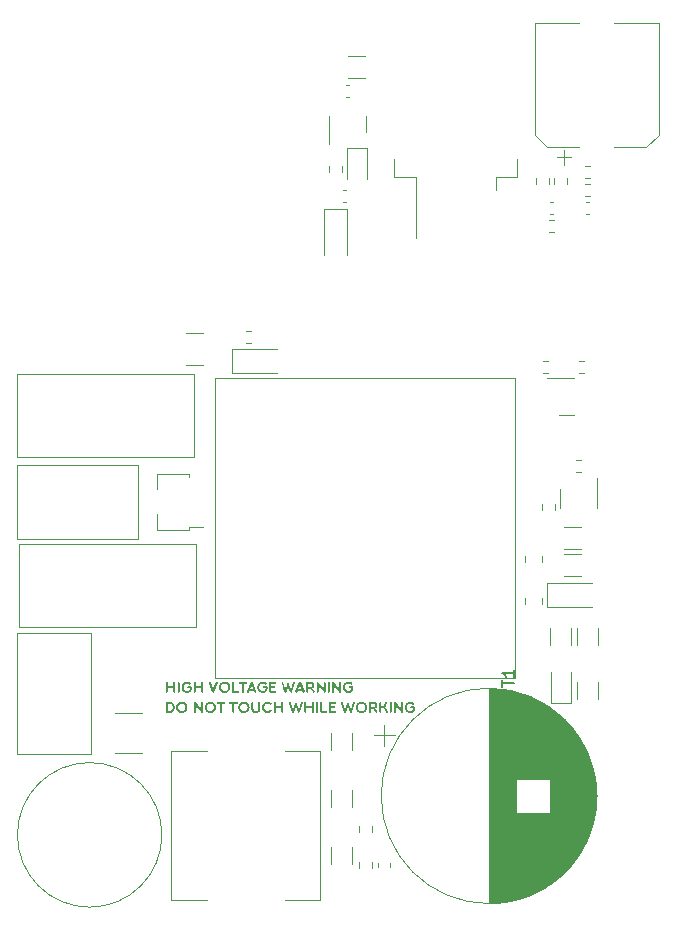
<source format=gbr>
%TF.GenerationSoftware,KiCad,Pcbnew,7.99.0-950-gc4668c1d3a-dirty*%
%TF.CreationDate,2023-06-21T04:14:00+08:00*%
%TF.ProjectId,LightningReed,4c696768-746e-4696-9e67-526565642e6b,rev?*%
%TF.SameCoordinates,Original*%
%TF.FileFunction,Legend,Top*%
%TF.FilePolarity,Positive*%
%FSLAX46Y46*%
G04 Gerber Fmt 4.6, Leading zero omitted, Abs format (unit mm)*
G04 Created by KiCad (PCBNEW 7.99.0-950-gc4668c1d3a-dirty) date 2023-06-21 04:14:00*
%MOMM*%
%LPD*%
G01*
G04 APERTURE LIST*
%ADD10C,0.254000*%
%ADD11C,0.150000*%
%ADD12C,0.120000*%
G04 APERTURE END LIST*
D10*
G36*
X113589438Y-130549264D02*
G01*
X113575526Y-130550238D01*
X113562600Y-130553075D01*
X113550745Y-130557652D01*
X113540042Y-130563842D01*
X113530576Y-130571521D01*
X113522430Y-130580563D01*
X113515688Y-130590843D01*
X113510433Y-130602236D01*
X113506748Y-130614618D01*
X113504716Y-130627862D01*
X113504322Y-130637109D01*
X113504322Y-130914542D01*
X113040528Y-130914542D01*
X113040528Y-130637109D01*
X113039640Y-130623359D01*
X113037031Y-130610389D01*
X113032788Y-130598323D01*
X113026997Y-130587286D01*
X113019744Y-130577405D01*
X113011114Y-130568803D01*
X113001193Y-130561607D01*
X112990068Y-130555941D01*
X112977824Y-130551930D01*
X112964547Y-130549700D01*
X112955164Y-130549264D01*
X112940902Y-130550238D01*
X112927751Y-130553075D01*
X112915774Y-130557652D01*
X112905036Y-130563842D01*
X112895600Y-130571521D01*
X112887529Y-130580563D01*
X112880888Y-130590843D01*
X112875741Y-130602236D01*
X112872150Y-130614618D01*
X112870181Y-130627862D01*
X112869800Y-130637109D01*
X112869800Y-131381065D01*
X112870654Y-131395081D01*
X112873170Y-131408292D01*
X112877287Y-131420572D01*
X112882939Y-131431796D01*
X112890063Y-131441838D01*
X112898596Y-131450575D01*
X112908474Y-131457881D01*
X112919632Y-131463630D01*
X112932008Y-131467697D01*
X112945536Y-131469958D01*
X112955164Y-131470400D01*
X112969082Y-131469413D01*
X112982025Y-131466536D01*
X112993905Y-131461894D01*
X113004638Y-131455612D01*
X113014138Y-131447816D01*
X113022319Y-131438630D01*
X113029094Y-131428179D01*
X113034379Y-131416590D01*
X113038086Y-131403986D01*
X113040131Y-131390493D01*
X113040528Y-131381065D01*
X113040528Y-131076832D01*
X113504322Y-131076832D01*
X113504322Y-131381065D01*
X113505204Y-131395081D01*
X113507796Y-131408292D01*
X113512014Y-131420572D01*
X113517774Y-131431796D01*
X113524994Y-131441838D01*
X113533589Y-131450575D01*
X113543476Y-131457881D01*
X113554572Y-131463630D01*
X113566794Y-131467697D01*
X113580058Y-131469958D01*
X113589438Y-131470400D01*
X113603757Y-131469413D01*
X113616943Y-131466536D01*
X113628936Y-131461894D01*
X113639675Y-131455612D01*
X113649101Y-131447816D01*
X113657153Y-131438630D01*
X113663772Y-131428179D01*
X113668896Y-131416590D01*
X113672467Y-131403986D01*
X113674423Y-131390493D01*
X113674801Y-131381065D01*
X113674801Y-130637109D01*
X113673954Y-130623359D01*
X113671453Y-130610389D01*
X113667358Y-130598323D01*
X113661728Y-130587286D01*
X113654625Y-130577405D01*
X113646109Y-130568803D01*
X113636238Y-130561607D01*
X113625074Y-130555941D01*
X113612677Y-130551930D01*
X113599107Y-130549700D01*
X113589438Y-130549264D01*
G37*
G36*
X113953475Y-130549264D02*
G01*
X113939213Y-130550251D01*
X113926062Y-130553126D01*
X113914085Y-130557764D01*
X113903346Y-130564038D01*
X113893910Y-130571822D01*
X113885839Y-130580990D01*
X113879198Y-130591414D01*
X113874051Y-130602969D01*
X113870461Y-130615529D01*
X113868492Y-130628966D01*
X113868111Y-130638350D01*
X113868111Y-131381562D01*
X113868964Y-131395508D01*
X113871481Y-131408650D01*
X113875597Y-131420864D01*
X113881249Y-131432026D01*
X113888374Y-131442011D01*
X113896907Y-131450697D01*
X113906784Y-131457959D01*
X113917943Y-131463672D01*
X113930318Y-131467714D01*
X113943847Y-131469961D01*
X113953475Y-131470400D01*
X113967393Y-131469419D01*
X113980335Y-131466560D01*
X113992216Y-131461947D01*
X114002949Y-131455704D01*
X114012449Y-131447954D01*
X114020629Y-131438821D01*
X114027405Y-131428430D01*
X114032689Y-131416904D01*
X114036397Y-131404367D01*
X114038442Y-131390942D01*
X114038839Y-131381562D01*
X114038839Y-130638350D01*
X114037950Y-130624397D01*
X114035341Y-130611238D01*
X114031099Y-130599000D01*
X114025308Y-130587807D01*
X114018054Y-130577788D01*
X114009424Y-130569068D01*
X113999504Y-130561773D01*
X113988379Y-130556030D01*
X113976135Y-130551965D01*
X113962858Y-130549706D01*
X113953475Y-130549264D01*
G37*
G36*
X114994467Y-130932905D02*
G01*
X114759716Y-130932905D01*
X114746179Y-130933681D01*
X114733546Y-130935972D01*
X114721912Y-130939723D01*
X114711368Y-130944879D01*
X114702008Y-130951384D01*
X114693926Y-130959183D01*
X114687215Y-130968222D01*
X114681968Y-130978445D01*
X114678278Y-130989796D01*
X114676238Y-131002220D01*
X114675842Y-131011072D01*
X114676729Y-131024182D01*
X114679329Y-131036255D01*
X114683548Y-131047236D01*
X114689294Y-131057070D01*
X114696473Y-131065702D01*
X114704991Y-131073076D01*
X114714755Y-131079137D01*
X114725673Y-131083831D01*
X114737651Y-131087102D01*
X114750596Y-131088894D01*
X114759716Y-131089240D01*
X114912081Y-131089240D01*
X114912081Y-131109340D01*
X114911795Y-131121732D01*
X114910943Y-131133826D01*
X114909536Y-131145615D01*
X114907584Y-131157093D01*
X114905097Y-131168254D01*
X114902085Y-131179092D01*
X114898559Y-131189600D01*
X114894528Y-131199772D01*
X114890004Y-131209602D01*
X114884996Y-131219084D01*
X114879514Y-131228211D01*
X114873569Y-131236977D01*
X114867170Y-131245377D01*
X114860329Y-131253403D01*
X114853056Y-131261050D01*
X114845359Y-131268312D01*
X114837251Y-131275181D01*
X114828741Y-131281653D01*
X114819839Y-131287720D01*
X114810555Y-131293376D01*
X114800900Y-131298616D01*
X114790884Y-131303433D01*
X114780517Y-131307821D01*
X114769809Y-131311773D01*
X114758771Y-131315284D01*
X114747413Y-131318346D01*
X114735745Y-131320955D01*
X114723777Y-131323103D01*
X114711519Y-131324785D01*
X114698982Y-131325994D01*
X114686177Y-131326724D01*
X114673112Y-131326968D01*
X114657482Y-131326612D01*
X114642102Y-131325547D01*
X114626988Y-131323785D01*
X114612157Y-131321334D01*
X114597625Y-131318203D01*
X114583407Y-131314402D01*
X114569521Y-131309941D01*
X114555981Y-131304829D01*
X114542804Y-131299074D01*
X114530007Y-131292687D01*
X114517605Y-131285677D01*
X114505614Y-131278053D01*
X114494052Y-131269824D01*
X114482933Y-131261000D01*
X114472274Y-131251591D01*
X114462091Y-131241605D01*
X114452400Y-131231051D01*
X114443217Y-131219941D01*
X114434559Y-131208282D01*
X114426442Y-131196083D01*
X114418881Y-131183356D01*
X114411893Y-131170108D01*
X114405494Y-131156349D01*
X114399700Y-131142088D01*
X114394527Y-131127336D01*
X114389992Y-131112100D01*
X114386110Y-131096391D01*
X114382898Y-131080218D01*
X114380372Y-131063591D01*
X114378547Y-131046517D01*
X114377440Y-131029008D01*
X114377068Y-131011072D01*
X114377384Y-130994484D01*
X114378325Y-130978138D01*
X114379885Y-130962053D01*
X114382056Y-130946248D01*
X114384829Y-130930741D01*
X114388196Y-130915552D01*
X114392150Y-130900698D01*
X114396684Y-130886198D01*
X114401788Y-130872072D01*
X114407455Y-130858337D01*
X114413678Y-130845012D01*
X114420448Y-130832116D01*
X114427758Y-130819668D01*
X114435600Y-130807685D01*
X114443965Y-130796188D01*
X114452847Y-130785193D01*
X114462237Y-130774721D01*
X114472127Y-130764789D01*
X114482509Y-130755417D01*
X114493377Y-130746622D01*
X114504720Y-130738424D01*
X114516533Y-130730841D01*
X114528807Y-130723892D01*
X114541534Y-130717595D01*
X114554706Y-130711970D01*
X114568316Y-130707034D01*
X114582355Y-130702806D01*
X114596816Y-130699305D01*
X114611690Y-130696550D01*
X114626971Y-130694559D01*
X114642650Y-130693350D01*
X114658719Y-130692943D01*
X114677716Y-130693543D01*
X114695732Y-130695267D01*
X114712793Y-130697999D01*
X114728926Y-130701625D01*
X114744156Y-130706028D01*
X114758509Y-130711094D01*
X114772011Y-130716707D01*
X114784687Y-130722752D01*
X114796563Y-130729115D01*
X114807665Y-130735679D01*
X114818020Y-130742330D01*
X114827652Y-130748952D01*
X114836587Y-130755430D01*
X114844852Y-130761649D01*
X114856048Y-130770239D01*
X114859473Y-130772848D01*
X114869426Y-130779517D01*
X114880054Y-130784929D01*
X114891192Y-130788964D01*
X114902679Y-130791504D01*
X114914350Y-130792430D01*
X114926044Y-130791621D01*
X114937595Y-130788961D01*
X114948842Y-130784329D01*
X114959621Y-130777606D01*
X114969770Y-130768674D01*
X114976104Y-130761433D01*
X114983486Y-130751415D01*
X114989650Y-130741434D01*
X114994487Y-130731448D01*
X114997892Y-130721416D01*
X114999758Y-130711295D01*
X114999978Y-130701044D01*
X114998445Y-130690621D01*
X114995053Y-130679985D01*
X114989694Y-130669094D01*
X114982263Y-130657906D01*
X114976104Y-130650261D01*
X114965932Y-130639339D01*
X114954169Y-130628496D01*
X114940888Y-130617820D01*
X114926160Y-130607397D01*
X114910058Y-130597313D01*
X114892654Y-130587653D01*
X114883487Y-130583010D01*
X114874021Y-130578505D01*
X114864266Y-130574149D01*
X114854231Y-130569954D01*
X114843925Y-130565929D01*
X114833356Y-130562086D01*
X114822535Y-130558435D01*
X114811469Y-130554987D01*
X114800168Y-130551754D01*
X114788642Y-130548745D01*
X114776898Y-130545971D01*
X114764947Y-130543444D01*
X114752797Y-130541174D01*
X114740457Y-130539171D01*
X114727936Y-130537447D01*
X114715244Y-130536013D01*
X114702389Y-130534878D01*
X114689380Y-130534054D01*
X114676227Y-130533552D01*
X114662938Y-130533382D01*
X114637975Y-130533983D01*
X114613491Y-130535768D01*
X114589506Y-130538711D01*
X114566041Y-130542786D01*
X114543116Y-130547969D01*
X114520753Y-130554233D01*
X114498970Y-130561553D01*
X114477790Y-130569903D01*
X114457233Y-130579257D01*
X114437318Y-130589590D01*
X114418068Y-130600876D01*
X114399502Y-130613090D01*
X114381641Y-130626205D01*
X114364506Y-130640196D01*
X114348116Y-130655037D01*
X114332494Y-130670703D01*
X114317659Y-130687168D01*
X114303632Y-130704406D01*
X114290433Y-130722392D01*
X114278084Y-130741100D01*
X114266604Y-130760504D01*
X114256014Y-130780578D01*
X114246335Y-130801298D01*
X114237588Y-130822637D01*
X114229793Y-130844569D01*
X114222970Y-130867070D01*
X114217140Y-130890113D01*
X114212325Y-130913672D01*
X114208543Y-130937722D01*
X114205817Y-130962238D01*
X114204166Y-130987193D01*
X114203611Y-131012561D01*
X114204210Y-131038832D01*
X114205988Y-131064542D01*
X114208914Y-131089673D01*
X114212960Y-131114209D01*
X114218096Y-131138130D01*
X114224292Y-131161419D01*
X114231517Y-131184059D01*
X114239744Y-131206030D01*
X114248941Y-131227315D01*
X114259080Y-131247897D01*
X114270130Y-131267756D01*
X114282062Y-131286876D01*
X114294846Y-131305238D01*
X114308453Y-131322825D01*
X114322852Y-131339617D01*
X114338015Y-131355599D01*
X114353912Y-131370751D01*
X114370512Y-131385055D01*
X114387787Y-131398494D01*
X114405706Y-131411049D01*
X114424240Y-131422704D01*
X114443359Y-131433439D01*
X114463033Y-131443236D01*
X114483234Y-131452079D01*
X114503931Y-131459949D01*
X114525094Y-131466827D01*
X114546694Y-131472697D01*
X114568701Y-131477539D01*
X114591086Y-131481337D01*
X114613818Y-131484072D01*
X114636869Y-131485726D01*
X114660208Y-131486281D01*
X114679674Y-131485924D01*
X114699101Y-131484852D01*
X114718453Y-131483067D01*
X114737691Y-131480571D01*
X114756776Y-131477364D01*
X114775671Y-131473447D01*
X114794338Y-131468822D01*
X114812739Y-131463490D01*
X114830836Y-131457452D01*
X114848590Y-131450709D01*
X114865964Y-131443263D01*
X114882920Y-131435115D01*
X114899419Y-131426265D01*
X114915424Y-131416715D01*
X114930897Y-131406466D01*
X114945798Y-131395520D01*
X114960092Y-131383877D01*
X114973739Y-131371539D01*
X114986701Y-131358507D01*
X114998941Y-131344782D01*
X115010420Y-131330365D01*
X115021101Y-131315258D01*
X115030944Y-131299461D01*
X115039914Y-131282976D01*
X115047970Y-131265804D01*
X115055075Y-131247946D01*
X115061192Y-131229404D01*
X115066282Y-131210178D01*
X115070307Y-131190269D01*
X115073229Y-131169680D01*
X115075010Y-131148411D01*
X115075612Y-131126463D01*
X115075612Y-131011072D01*
X115074798Y-130997963D01*
X115072398Y-130985890D01*
X115068474Y-130974909D01*
X115063089Y-130965075D01*
X115056305Y-130956443D01*
X115048186Y-130949069D01*
X115038792Y-130943008D01*
X115028188Y-130938314D01*
X115016436Y-130935043D01*
X115003598Y-130933251D01*
X114994467Y-130932905D01*
G37*
G36*
X115956796Y-130549264D02*
G01*
X115942884Y-130550238D01*
X115929958Y-130553075D01*
X115918103Y-130557652D01*
X115907400Y-130563842D01*
X115897934Y-130571521D01*
X115889788Y-130580563D01*
X115883046Y-130590843D01*
X115877791Y-130602236D01*
X115874106Y-130614618D01*
X115872074Y-130627862D01*
X115871680Y-130637109D01*
X115871680Y-130914542D01*
X115407886Y-130914542D01*
X115407886Y-130637109D01*
X115406998Y-130623359D01*
X115404389Y-130610389D01*
X115400146Y-130598323D01*
X115394355Y-130587286D01*
X115387102Y-130577405D01*
X115378472Y-130568803D01*
X115368551Y-130561607D01*
X115357426Y-130555941D01*
X115345182Y-130551930D01*
X115331905Y-130549700D01*
X115322522Y-130549264D01*
X115308260Y-130550238D01*
X115295109Y-130553075D01*
X115283132Y-130557652D01*
X115272394Y-130563842D01*
X115262958Y-130571521D01*
X115254887Y-130580563D01*
X115248246Y-130590843D01*
X115243099Y-130602236D01*
X115239508Y-130614618D01*
X115237539Y-130627862D01*
X115237158Y-130637109D01*
X115237158Y-131381065D01*
X115238012Y-131395081D01*
X115240528Y-131408292D01*
X115244645Y-131420572D01*
X115250297Y-131431796D01*
X115257421Y-131441838D01*
X115265954Y-131450575D01*
X115275832Y-131457881D01*
X115286990Y-131463630D01*
X115299366Y-131467697D01*
X115312894Y-131469958D01*
X115322522Y-131470400D01*
X115336440Y-131469413D01*
X115349383Y-131466536D01*
X115361263Y-131461894D01*
X115371996Y-131455612D01*
X115381496Y-131447816D01*
X115389677Y-131438630D01*
X115396452Y-131428179D01*
X115401737Y-131416590D01*
X115405444Y-131403986D01*
X115407489Y-131390493D01*
X115407886Y-131381065D01*
X115407886Y-131076832D01*
X115871680Y-131076832D01*
X115871680Y-131381065D01*
X115872562Y-131395081D01*
X115875154Y-131408292D01*
X115879372Y-131420572D01*
X115885132Y-131431796D01*
X115892352Y-131441838D01*
X115900947Y-131450575D01*
X115910834Y-131457881D01*
X115921930Y-131463630D01*
X115934152Y-131467697D01*
X115947416Y-131469958D01*
X115956796Y-131470400D01*
X115971115Y-131469413D01*
X115984301Y-131466536D01*
X115996294Y-131461894D01*
X116007033Y-131455612D01*
X116016459Y-131447816D01*
X116024511Y-131438630D01*
X116031130Y-131428179D01*
X116036254Y-131416590D01*
X116039825Y-131403986D01*
X116041781Y-131390493D01*
X116042159Y-131381065D01*
X116042159Y-130637109D01*
X116041312Y-130623359D01*
X116038811Y-130610389D01*
X116034716Y-130598323D01*
X116029086Y-130587286D01*
X116021983Y-130577405D01*
X116013467Y-130568803D01*
X116003596Y-130561607D01*
X115992432Y-130555941D01*
X115980035Y-130551930D01*
X115966465Y-130549700D01*
X115956796Y-130549264D01*
G37*
G36*
X117236261Y-130541571D02*
G01*
X117223057Y-130536957D01*
X117209928Y-130534281D01*
X117197031Y-130533547D01*
X117184518Y-130534758D01*
X117172546Y-130537915D01*
X117161268Y-130543021D01*
X117150839Y-130550078D01*
X117141413Y-130559089D01*
X117133145Y-130570057D01*
X117126191Y-130582983D01*
X117122360Y-130592690D01*
X116897783Y-131199667D01*
X116672959Y-130592690D01*
X116669373Y-130582983D01*
X116662665Y-130570057D01*
X116654514Y-130559089D01*
X116645090Y-130550078D01*
X116634565Y-130543021D01*
X116623108Y-130537915D01*
X116610889Y-130534758D01*
X116598081Y-130533547D01*
X116584852Y-130534281D01*
X116571374Y-130536957D01*
X116557817Y-130541571D01*
X116545072Y-130547883D01*
X116534061Y-130555552D01*
X116524789Y-130564431D01*
X116517263Y-130574374D01*
X116511489Y-130585232D01*
X116507473Y-130596860D01*
X116505221Y-130609109D01*
X116504740Y-130621833D01*
X116506034Y-130634883D01*
X116509112Y-130648114D01*
X116512157Y-130656961D01*
X116815149Y-131413573D01*
X116819469Y-131423518D01*
X116824476Y-131432547D01*
X116832235Y-131443137D01*
X116841248Y-131452041D01*
X116851532Y-131459229D01*
X116863103Y-131464667D01*
X116872638Y-131467578D01*
X116882914Y-131469474D01*
X116893940Y-131470341D01*
X116897783Y-131470400D01*
X116908960Y-131469878D01*
X116919333Y-131468324D01*
X116928924Y-131465749D01*
X116940530Y-131460753D01*
X116950830Y-131454000D01*
X116959876Y-131445522D01*
X116967715Y-131435351D01*
X116972833Y-131426630D01*
X116977321Y-131416989D01*
X116978680Y-131413573D01*
X117283161Y-130656961D01*
X117287493Y-130643693D01*
X117290018Y-130630506D01*
X117290738Y-130617548D01*
X117289652Y-130604966D01*
X117286760Y-130592908D01*
X117282062Y-130581520D01*
X117275558Y-130570950D01*
X117267249Y-130561346D01*
X117257133Y-130552854D01*
X117245212Y-130545621D01*
X117236261Y-130541571D01*
G37*
G36*
X117879319Y-130533971D02*
G01*
X117904730Y-130535721D01*
X117929623Y-130538609D01*
X117953976Y-130542612D01*
X117977768Y-130547707D01*
X118000978Y-130553869D01*
X118023584Y-130561075D01*
X118045566Y-130569302D01*
X118066901Y-130578527D01*
X118087568Y-130588726D01*
X118107547Y-130599875D01*
X118126815Y-130611951D01*
X118145351Y-130624931D01*
X118163134Y-130638791D01*
X118180143Y-130653508D01*
X118196356Y-130669059D01*
X118211752Y-130685419D01*
X118226309Y-130702566D01*
X118240007Y-130720475D01*
X118252823Y-130739124D01*
X118264737Y-130758490D01*
X118275726Y-130778548D01*
X118285771Y-130799275D01*
X118294849Y-130820648D01*
X118302938Y-130842643D01*
X118310019Y-130865237D01*
X118316069Y-130888407D01*
X118321066Y-130912128D01*
X118324991Y-130936378D01*
X118327820Y-130961133D01*
X118329533Y-130986370D01*
X118330109Y-131012065D01*
X118329533Y-131037638D01*
X118327820Y-131062742D01*
X118324991Y-131087355D01*
X118321066Y-131111454D01*
X118316069Y-131135016D01*
X118310019Y-131158020D01*
X118302938Y-131180442D01*
X118294849Y-131202261D01*
X118285771Y-131223453D01*
X118275726Y-131243997D01*
X118264737Y-131263869D01*
X118252823Y-131283047D01*
X118240007Y-131301509D01*
X118226309Y-131319233D01*
X118211752Y-131336195D01*
X118196356Y-131352373D01*
X118180143Y-131367745D01*
X118163134Y-131382288D01*
X118145351Y-131395980D01*
X118126815Y-131408799D01*
X118107547Y-131420721D01*
X118087568Y-131431724D01*
X118066901Y-131441786D01*
X118045566Y-131450885D01*
X118023584Y-131458997D01*
X118000978Y-131466101D01*
X117977768Y-131472173D01*
X117953976Y-131477192D01*
X117929623Y-131481135D01*
X117904730Y-131483979D01*
X117879319Y-131485702D01*
X117853412Y-131486281D01*
X117827527Y-131485702D01*
X117802137Y-131483979D01*
X117777264Y-131481135D01*
X117752929Y-131477192D01*
X117729154Y-131472173D01*
X117705960Y-131466101D01*
X117683369Y-131458997D01*
X117661401Y-131450885D01*
X117640079Y-131441786D01*
X117619423Y-131431724D01*
X117599455Y-131420721D01*
X117580196Y-131408799D01*
X117561669Y-131395980D01*
X117543893Y-131382288D01*
X117526891Y-131367745D01*
X117510684Y-131352373D01*
X117495294Y-131336195D01*
X117480742Y-131319233D01*
X117467048Y-131301509D01*
X117454236Y-131283047D01*
X117442325Y-131263869D01*
X117431338Y-131243997D01*
X117421295Y-131223453D01*
X117412219Y-131202261D01*
X117404130Y-131180442D01*
X117397051Y-131158020D01*
X117391002Y-131135016D01*
X117386005Y-131111454D01*
X117382081Y-131087355D01*
X117379251Y-131062742D01*
X117377538Y-131037638D01*
X117376962Y-131012065D01*
X117550420Y-131012065D01*
X117550768Y-131028768D01*
X117551808Y-131045178D01*
X117553527Y-131061281D01*
X117555917Y-131077061D01*
X117558967Y-131092502D01*
X117562667Y-131107589D01*
X117567006Y-131122306D01*
X117571974Y-131136637D01*
X117577561Y-131150566D01*
X117583757Y-131164079D01*
X117590552Y-131177159D01*
X117597935Y-131189791D01*
X117605896Y-131201960D01*
X117614426Y-131213648D01*
X117623512Y-131224842D01*
X117633147Y-131235525D01*
X117643318Y-131245681D01*
X117654017Y-131255296D01*
X117665233Y-131264353D01*
X117676955Y-131272837D01*
X117689173Y-131280731D01*
X117701878Y-131288022D01*
X117715058Y-131294692D01*
X117728704Y-131300726D01*
X117742806Y-131306109D01*
X117757353Y-131310825D01*
X117772335Y-131314859D01*
X117787741Y-131318194D01*
X117803563Y-131320815D01*
X117819788Y-131322707D01*
X117836408Y-131323853D01*
X117853412Y-131324239D01*
X117870437Y-131323853D01*
X117887076Y-131322707D01*
X117903318Y-131320815D01*
X117919153Y-131318194D01*
X117934571Y-131314859D01*
X117949563Y-131310825D01*
X117964117Y-131306109D01*
X117978224Y-131300726D01*
X117991873Y-131294692D01*
X118005056Y-131288022D01*
X118017760Y-131280731D01*
X118029978Y-131272837D01*
X118041697Y-131264353D01*
X118052909Y-131255296D01*
X118063603Y-131245681D01*
X118073769Y-131235525D01*
X118083398Y-131224842D01*
X118092478Y-131213648D01*
X118101000Y-131201960D01*
X118108954Y-131189791D01*
X118116329Y-131177159D01*
X118123116Y-131164079D01*
X118129304Y-131150566D01*
X118134884Y-131136637D01*
X118139846Y-131122306D01*
X118144178Y-131107589D01*
X118147872Y-131092502D01*
X118150916Y-131077061D01*
X118153302Y-131061281D01*
X118155018Y-131045178D01*
X118156056Y-131028768D01*
X118156404Y-131012065D01*
X118156056Y-130995241D01*
X118155018Y-130978700D01*
X118153302Y-130962458D01*
X118150916Y-130946531D01*
X118147872Y-130930937D01*
X118144178Y-130915691D01*
X118139846Y-130900810D01*
X118134884Y-130886311D01*
X118129304Y-130872210D01*
X118123116Y-130858523D01*
X118116329Y-130845267D01*
X118108954Y-130832459D01*
X118101000Y-130820114D01*
X118092478Y-130808251D01*
X118083398Y-130796884D01*
X118073769Y-130786031D01*
X118063603Y-130775708D01*
X118052909Y-130765931D01*
X118041697Y-130756717D01*
X118029978Y-130748083D01*
X118017760Y-130740044D01*
X118005056Y-130732618D01*
X117991873Y-130725821D01*
X117978224Y-130719670D01*
X117964117Y-130714180D01*
X117949563Y-130709369D01*
X117934571Y-130705253D01*
X117919153Y-130701848D01*
X117903318Y-130699171D01*
X117887076Y-130697239D01*
X117870437Y-130696067D01*
X117853412Y-130695673D01*
X117836408Y-130696067D01*
X117819788Y-130697239D01*
X117803563Y-130699171D01*
X117787741Y-130701848D01*
X117772335Y-130705253D01*
X117757353Y-130709369D01*
X117742806Y-130714180D01*
X117728704Y-130719670D01*
X117715058Y-130725821D01*
X117701878Y-130732618D01*
X117689173Y-130740044D01*
X117676955Y-130748083D01*
X117665233Y-130756717D01*
X117654017Y-130765931D01*
X117643318Y-130775708D01*
X117633147Y-130786031D01*
X117623512Y-130796884D01*
X117614426Y-130808251D01*
X117605896Y-130820114D01*
X117597935Y-130832459D01*
X117590552Y-130845267D01*
X117583757Y-130858523D01*
X117577561Y-130872210D01*
X117571974Y-130886311D01*
X117567006Y-130900810D01*
X117562667Y-130915691D01*
X117558967Y-130930937D01*
X117555917Y-130946531D01*
X117553527Y-130962458D01*
X117551808Y-130978700D01*
X117550768Y-130995241D01*
X117550420Y-131012065D01*
X117376962Y-131012065D01*
X117377538Y-130986370D01*
X117379251Y-130961133D01*
X117382081Y-130936378D01*
X117386005Y-130912128D01*
X117391002Y-130888407D01*
X117397051Y-130865237D01*
X117404130Y-130842643D01*
X117412219Y-130820648D01*
X117421295Y-130799275D01*
X117431338Y-130778548D01*
X117442325Y-130758490D01*
X117454236Y-130739124D01*
X117467048Y-130720475D01*
X117480742Y-130702566D01*
X117495294Y-130685419D01*
X117510684Y-130669059D01*
X117526891Y-130653508D01*
X117543893Y-130638791D01*
X117561669Y-130624931D01*
X117580196Y-130611951D01*
X117599455Y-130599875D01*
X117619423Y-130588726D01*
X117640079Y-130578527D01*
X117661401Y-130569302D01*
X117683369Y-130561075D01*
X117705960Y-130553869D01*
X117729154Y-130547707D01*
X117752929Y-130542612D01*
X117777264Y-130538609D01*
X117802137Y-130535721D01*
X117827527Y-130533971D01*
X117853412Y-130533382D01*
X117879319Y-130533971D01*
G37*
G36*
X118993416Y-131309846D02*
G01*
X118660646Y-131309846D01*
X118660646Y-130638102D01*
X118659757Y-130624213D01*
X118657149Y-130611105D01*
X118652906Y-130598908D01*
X118647115Y-130587747D01*
X118639862Y-130577751D01*
X118631232Y-130569047D01*
X118621311Y-130561763D01*
X118610186Y-130556026D01*
X118597942Y-130551964D01*
X118584665Y-130549706D01*
X118575282Y-130549264D01*
X118561020Y-130550250D01*
X118547869Y-130553124D01*
X118535892Y-130557758D01*
X118525154Y-130564025D01*
X118515717Y-130571797D01*
X118507647Y-130580945D01*
X118501006Y-130591344D01*
X118495858Y-130602865D01*
X118492268Y-130615380D01*
X118490299Y-130628762D01*
X118489918Y-130638102D01*
X118489918Y-131380817D01*
X118490835Y-131395183D01*
X118493512Y-131408620D01*
X118497837Y-131421020D01*
X118503698Y-131432280D01*
X118510984Y-131442294D01*
X118519583Y-131450955D01*
X118529383Y-131458159D01*
X118540273Y-131463800D01*
X118552142Y-131467773D01*
X118564877Y-131469971D01*
X118573793Y-131470400D01*
X118993416Y-131470400D01*
X119007334Y-131469556D01*
X119020276Y-131467081D01*
X119032157Y-131463055D01*
X119042890Y-131457562D01*
X119052390Y-131450683D01*
X119060571Y-131442502D01*
X119067346Y-131433099D01*
X119072630Y-131422557D01*
X119076338Y-131410958D01*
X119078383Y-131398385D01*
X119078780Y-131389502D01*
X119077891Y-131376700D01*
X119075283Y-131364735D01*
X119071040Y-131353701D01*
X119065249Y-131343688D01*
X119057996Y-131334789D01*
X119049366Y-131327097D01*
X119039445Y-131320702D01*
X119028320Y-131315697D01*
X119016076Y-131312174D01*
X119002799Y-131310225D01*
X118993416Y-131309846D01*
G37*
G36*
X119684020Y-130549264D02*
G01*
X119120717Y-130549264D01*
X119107086Y-130550114D01*
X119094318Y-130552606D01*
X119082517Y-130556656D01*
X119071789Y-130562180D01*
X119062236Y-130569092D01*
X119053964Y-130577309D01*
X119047076Y-130586745D01*
X119041678Y-130597316D01*
X119037872Y-130608937D01*
X119035764Y-130621524D01*
X119035354Y-130630409D01*
X119036272Y-130643212D01*
X119038957Y-130655176D01*
X119043305Y-130666211D01*
X119049212Y-130676224D01*
X119056572Y-130685122D01*
X119065283Y-130692815D01*
X119075239Y-130699210D01*
X119086337Y-130704215D01*
X119098472Y-130707738D01*
X119111539Y-130709686D01*
X119120717Y-130710066D01*
X119317005Y-130710066D01*
X119317005Y-131381810D01*
X119317893Y-131395693D01*
X119320502Y-131408783D01*
X119324745Y-131420956D01*
X119330536Y-131432086D01*
X119337789Y-131442049D01*
X119346419Y-131450718D01*
X119356339Y-131457969D01*
X119367465Y-131463676D01*
X119379709Y-131467715D01*
X119392986Y-131469961D01*
X119402369Y-131470400D01*
X119416630Y-131469419D01*
X119429782Y-131466562D01*
X119441758Y-131461953D01*
X119452497Y-131455717D01*
X119461933Y-131447979D01*
X119470004Y-131438865D01*
X119476645Y-131428500D01*
X119481792Y-131417008D01*
X119485382Y-131404516D01*
X119487352Y-131391147D01*
X119487732Y-131381810D01*
X119487732Y-130710066D01*
X119684020Y-130710066D01*
X119697938Y-130709217D01*
X119710880Y-130706734D01*
X119722761Y-130702707D01*
X119733494Y-130697228D01*
X119742993Y-130690391D01*
X119751174Y-130682286D01*
X119757950Y-130673005D01*
X119763234Y-130662642D01*
X119766942Y-130651287D01*
X119768986Y-130639033D01*
X119769383Y-130630409D01*
X119768495Y-130617226D01*
X119765886Y-130604952D01*
X119761643Y-130593672D01*
X119755852Y-130583470D01*
X119748599Y-130574431D01*
X119739969Y-130566639D01*
X119730049Y-130560180D01*
X119718924Y-130555138D01*
X119706679Y-130551598D01*
X119693402Y-130549644D01*
X119684020Y-130549264D01*
G37*
G36*
X120146665Y-130533440D02*
G01*
X120159721Y-130534835D01*
X120172292Y-130538088D01*
X120184195Y-130543195D01*
X120195247Y-130550153D01*
X120202866Y-130556586D01*
X120209827Y-130564057D01*
X120216051Y-130572566D01*
X120221462Y-130582110D01*
X120225981Y-130592690D01*
X120534680Y-131347813D01*
X120537709Y-131356663D01*
X120540705Y-131369908D01*
X120541865Y-131382981D01*
X120541209Y-131395733D01*
X120538759Y-131408015D01*
X120534534Y-131419678D01*
X120528557Y-131430570D01*
X120520847Y-131440544D01*
X120511425Y-131449448D01*
X120500313Y-131457134D01*
X120487532Y-131463451D01*
X120478745Y-131466704D01*
X120465655Y-131469697D01*
X120452798Y-131470512D01*
X120440315Y-131469250D01*
X120428344Y-131466010D01*
X120417025Y-131460891D01*
X120406500Y-131453993D01*
X120396906Y-131445415D01*
X120388385Y-131435256D01*
X120381076Y-131423617D01*
X120375119Y-131410595D01*
X120329708Y-131287761D01*
X119956985Y-131287761D01*
X119911574Y-131410595D01*
X119907776Y-131419425D01*
X119900978Y-131431536D01*
X119892963Y-131442199D01*
X119883848Y-131451315D01*
X119873752Y-131458784D01*
X119862793Y-131464507D01*
X119851087Y-131468385D01*
X119838753Y-131470317D01*
X119825909Y-131470205D01*
X119812673Y-131467950D01*
X119799162Y-131463451D01*
X119790456Y-131459399D01*
X119778786Y-131452153D01*
X119768802Y-131443638D01*
X119760525Y-131434004D01*
X119753979Y-131423401D01*
X119749184Y-131411979D01*
X119746163Y-131399887D01*
X119744938Y-131387275D01*
X119745532Y-131374292D01*
X119747965Y-131361088D01*
X119752261Y-131347813D01*
X119838490Y-131136885D01*
X120012571Y-131136885D01*
X120274122Y-131136885D01*
X120143347Y-130787241D01*
X120012571Y-131136885D01*
X119838490Y-131136885D01*
X120060961Y-130592690D01*
X120065760Y-130582110D01*
X120071328Y-130572566D01*
X120077607Y-130564057D01*
X120084542Y-130556586D01*
X120094709Y-130548240D01*
X120105807Y-130541744D01*
X120117702Y-130537101D01*
X120130260Y-130534312D01*
X120143347Y-130533382D01*
X120146665Y-130533440D01*
G37*
G36*
X121403704Y-130932905D02*
G01*
X121168954Y-130932905D01*
X121155416Y-130933681D01*
X121142784Y-130935972D01*
X121131149Y-130939723D01*
X121120605Y-130944879D01*
X121111245Y-130951384D01*
X121103163Y-130959183D01*
X121096452Y-130968222D01*
X121091205Y-130978445D01*
X121087515Y-130989796D01*
X121085475Y-131002220D01*
X121085079Y-131011072D01*
X121085966Y-131024182D01*
X121088566Y-131036255D01*
X121092786Y-131047236D01*
X121098531Y-131057070D01*
X121105710Y-131065702D01*
X121114228Y-131073076D01*
X121123993Y-131079137D01*
X121134910Y-131083831D01*
X121146888Y-131087102D01*
X121159833Y-131088894D01*
X121168954Y-131089240D01*
X121321318Y-131089240D01*
X121321318Y-131109340D01*
X121321032Y-131121732D01*
X121320180Y-131133826D01*
X121318773Y-131145615D01*
X121316821Y-131157093D01*
X121314334Y-131168254D01*
X121311322Y-131179092D01*
X121307796Y-131189600D01*
X121303765Y-131199772D01*
X121299241Y-131209602D01*
X121294233Y-131219084D01*
X121288751Y-131228211D01*
X121282806Y-131236977D01*
X121276408Y-131245377D01*
X121269567Y-131253403D01*
X121262293Y-131261050D01*
X121254597Y-131268312D01*
X121246488Y-131275181D01*
X121237978Y-131281653D01*
X121229076Y-131287720D01*
X121219792Y-131293376D01*
X121210137Y-131298616D01*
X121200121Y-131303433D01*
X121189754Y-131307821D01*
X121179046Y-131311773D01*
X121168008Y-131315284D01*
X121156650Y-131318346D01*
X121144982Y-131320955D01*
X121133014Y-131323103D01*
X121120756Y-131324785D01*
X121108220Y-131325994D01*
X121095414Y-131326724D01*
X121082349Y-131326968D01*
X121066719Y-131326612D01*
X121051339Y-131325547D01*
X121036226Y-131323785D01*
X121021395Y-131321334D01*
X121006862Y-131318203D01*
X120992644Y-131314402D01*
X120978758Y-131309941D01*
X120965218Y-131304829D01*
X120952041Y-131299074D01*
X120939244Y-131292687D01*
X120926842Y-131285677D01*
X120914852Y-131278053D01*
X120903289Y-131269824D01*
X120892170Y-131261000D01*
X120881511Y-131251591D01*
X120871328Y-131241605D01*
X120861637Y-131231051D01*
X120852454Y-131219941D01*
X120843796Y-131208282D01*
X120835679Y-131196083D01*
X120828118Y-131183356D01*
X120821130Y-131170108D01*
X120814731Y-131156349D01*
X120808937Y-131142088D01*
X120803765Y-131127336D01*
X120799229Y-131112100D01*
X120795347Y-131096391D01*
X120792135Y-131080218D01*
X120789609Y-131063591D01*
X120787784Y-131046517D01*
X120786678Y-131029008D01*
X120786305Y-131011072D01*
X120786621Y-130994484D01*
X120787563Y-130978138D01*
X120789123Y-130962053D01*
X120791293Y-130946248D01*
X120794066Y-130930741D01*
X120797433Y-130915552D01*
X120801387Y-130900698D01*
X120805921Y-130886198D01*
X120811025Y-130872072D01*
X120816692Y-130858337D01*
X120822915Y-130845012D01*
X120829685Y-130832116D01*
X120836995Y-130819668D01*
X120844837Y-130807685D01*
X120853203Y-130796188D01*
X120862084Y-130785193D01*
X120871474Y-130774721D01*
X120881364Y-130764789D01*
X120891747Y-130755417D01*
X120902614Y-130746622D01*
X120913958Y-130738424D01*
X120925770Y-130730841D01*
X120938044Y-130723892D01*
X120950771Y-130717595D01*
X120963943Y-130711970D01*
X120977553Y-130707034D01*
X120991592Y-130702806D01*
X121006053Y-130699305D01*
X121020928Y-130696550D01*
X121036208Y-130694559D01*
X121051887Y-130693350D01*
X121067956Y-130692943D01*
X121086953Y-130693543D01*
X121104969Y-130695267D01*
X121122031Y-130697999D01*
X121138164Y-130701625D01*
X121153393Y-130706028D01*
X121167746Y-130711094D01*
X121181248Y-130716707D01*
X121193924Y-130722752D01*
X121205800Y-130729115D01*
X121216902Y-130735679D01*
X121227257Y-130742330D01*
X121236889Y-130748952D01*
X121245824Y-130755430D01*
X121254089Y-130761649D01*
X121265285Y-130770239D01*
X121268710Y-130772848D01*
X121278663Y-130779517D01*
X121289291Y-130784929D01*
X121300429Y-130788964D01*
X121311916Y-130791504D01*
X121323588Y-130792430D01*
X121335281Y-130791621D01*
X121346832Y-130788961D01*
X121358079Y-130784329D01*
X121368859Y-130777606D01*
X121379007Y-130768674D01*
X121385341Y-130761433D01*
X121392723Y-130751415D01*
X121398887Y-130741434D01*
X121403724Y-130731448D01*
X121407129Y-130721416D01*
X121408995Y-130711295D01*
X121409215Y-130701044D01*
X121407682Y-130690621D01*
X121404290Y-130679985D01*
X121398931Y-130669094D01*
X121391500Y-130657906D01*
X121385341Y-130650261D01*
X121375169Y-130639339D01*
X121363406Y-130628496D01*
X121350125Y-130617820D01*
X121335397Y-130607397D01*
X121319295Y-130597313D01*
X121301891Y-130587653D01*
X121292724Y-130583010D01*
X121283258Y-130578505D01*
X121273503Y-130574149D01*
X121263468Y-130569954D01*
X121253162Y-130565929D01*
X121242593Y-130562086D01*
X121231772Y-130558435D01*
X121220706Y-130554987D01*
X121209406Y-130551754D01*
X121197879Y-130548745D01*
X121186135Y-130545971D01*
X121174184Y-130543444D01*
X121162034Y-130541174D01*
X121149694Y-130539171D01*
X121137173Y-130537447D01*
X121124481Y-130536013D01*
X121111626Y-130534878D01*
X121098617Y-130534054D01*
X121085464Y-130533552D01*
X121072175Y-130533382D01*
X121047212Y-130533983D01*
X121022728Y-130535768D01*
X120998743Y-130538711D01*
X120975278Y-130542786D01*
X120952354Y-130547969D01*
X120929990Y-130554233D01*
X120908207Y-130561553D01*
X120887027Y-130569903D01*
X120866470Y-130579257D01*
X120846555Y-130589590D01*
X120827305Y-130600876D01*
X120808739Y-130613090D01*
X120790878Y-130626205D01*
X120773743Y-130640196D01*
X120757354Y-130655037D01*
X120741731Y-130670703D01*
X120726896Y-130687168D01*
X120712869Y-130704406D01*
X120699670Y-130722392D01*
X120687321Y-130741100D01*
X120675841Y-130760504D01*
X120665251Y-130780578D01*
X120655572Y-130801298D01*
X120646825Y-130822637D01*
X120639030Y-130844569D01*
X120632207Y-130867070D01*
X120626377Y-130890113D01*
X120621562Y-130913672D01*
X120617780Y-130937722D01*
X120615054Y-130962238D01*
X120613403Y-130987193D01*
X120612848Y-131012561D01*
X120613447Y-131038832D01*
X120615225Y-131064542D01*
X120618152Y-131089673D01*
X120622198Y-131114209D01*
X120627333Y-131138130D01*
X120633529Y-131161419D01*
X120640754Y-131184059D01*
X120648981Y-131206030D01*
X120658178Y-131227315D01*
X120668317Y-131247897D01*
X120679367Y-131267756D01*
X120691299Y-131286876D01*
X120704083Y-131305238D01*
X120717690Y-131322825D01*
X120732090Y-131339617D01*
X120747252Y-131355599D01*
X120763149Y-131370751D01*
X120779749Y-131385055D01*
X120797024Y-131398494D01*
X120814943Y-131411049D01*
X120833477Y-131422704D01*
X120852596Y-131433439D01*
X120872271Y-131443236D01*
X120892471Y-131452079D01*
X120913168Y-131459949D01*
X120934331Y-131466827D01*
X120955931Y-131472697D01*
X120977938Y-131477539D01*
X121000323Y-131481337D01*
X121023055Y-131484072D01*
X121046106Y-131485726D01*
X121069445Y-131486281D01*
X121088911Y-131485924D01*
X121108339Y-131484852D01*
X121127690Y-131483067D01*
X121146928Y-131480571D01*
X121166013Y-131477364D01*
X121184908Y-131473447D01*
X121203576Y-131468822D01*
X121221976Y-131463490D01*
X121240073Y-131457452D01*
X121257827Y-131450709D01*
X121275201Y-131443263D01*
X121292157Y-131435115D01*
X121308656Y-131426265D01*
X121324661Y-131416715D01*
X121340134Y-131406466D01*
X121355036Y-131395520D01*
X121369329Y-131383877D01*
X121382976Y-131371539D01*
X121395938Y-131358507D01*
X121408178Y-131344782D01*
X121419657Y-131330365D01*
X121430338Y-131315258D01*
X121440182Y-131299461D01*
X121449151Y-131282976D01*
X121457207Y-131265804D01*
X121464313Y-131247946D01*
X121470429Y-131229404D01*
X121475519Y-131210178D01*
X121479544Y-131190269D01*
X121482466Y-131169680D01*
X121484247Y-131148411D01*
X121484849Y-131126463D01*
X121484849Y-131011072D01*
X121484035Y-130997963D01*
X121481635Y-130985890D01*
X121477711Y-130974909D01*
X121472326Y-130965075D01*
X121465542Y-130956443D01*
X121457423Y-130949069D01*
X121448030Y-130943008D01*
X121437426Y-130938314D01*
X121425673Y-130935043D01*
X121412835Y-130933251D01*
X121403704Y-130932905D01*
G37*
G36*
X122152871Y-131309846D02*
G01*
X121811416Y-131309846D01*
X121811416Y-131073358D01*
X122080163Y-131073358D01*
X122093831Y-131072516D01*
X122106700Y-131070048D01*
X122118650Y-131066042D01*
X122129563Y-131060586D01*
X122139319Y-131053770D01*
X122147800Y-131045681D01*
X122154886Y-131036408D01*
X122160459Y-131026039D01*
X122164400Y-131014662D01*
X122166588Y-131002366D01*
X122167016Y-130993702D01*
X122166061Y-130980936D01*
X122163275Y-130969072D01*
X122158777Y-130958187D01*
X122152687Y-130948359D01*
X122145122Y-130939664D01*
X122136203Y-130932179D01*
X122126048Y-130925983D01*
X122114776Y-130921153D01*
X122102507Y-130917765D01*
X122089358Y-130915897D01*
X122080163Y-130915534D01*
X121811416Y-130915534D01*
X121811416Y-130710066D01*
X122145675Y-130710066D01*
X122159593Y-130709217D01*
X122172535Y-130706734D01*
X122184416Y-130702707D01*
X122195149Y-130697228D01*
X122204649Y-130690391D01*
X122212829Y-130682286D01*
X122219605Y-130673005D01*
X122224889Y-130662642D01*
X122228597Y-130651287D01*
X122230642Y-130639033D01*
X122231039Y-130630409D01*
X122230150Y-130617226D01*
X122227541Y-130604952D01*
X122223299Y-130593672D01*
X122217508Y-130583470D01*
X122210254Y-130574431D01*
X122201624Y-130566639D01*
X122191704Y-130560180D01*
X122180579Y-130555138D01*
X122168335Y-130551598D01*
X122155058Y-130549644D01*
X122145675Y-130549264D01*
X121731759Y-130549264D01*
X121717498Y-130550257D01*
X121704346Y-130553152D01*
X121692370Y-130557823D01*
X121681631Y-130564143D01*
X121672195Y-130571986D01*
X121664124Y-130581225D01*
X121657483Y-130591735D01*
X121652336Y-130603388D01*
X121648745Y-130616059D01*
X121646776Y-130629621D01*
X121646396Y-130639095D01*
X121646396Y-131380817D01*
X121647249Y-131394897D01*
X121649765Y-131408159D01*
X121653882Y-131420480D01*
X121659534Y-131431735D01*
X121666659Y-131441801D01*
X121675191Y-131450554D01*
X121685069Y-131457871D01*
X121696227Y-131463626D01*
X121708603Y-131467696D01*
X121722131Y-131469958D01*
X121731759Y-131470400D01*
X122152871Y-131470400D01*
X122166789Y-131469556D01*
X122179731Y-131467081D01*
X122191612Y-131463055D01*
X122202345Y-131457562D01*
X122211845Y-131450683D01*
X122220026Y-131442502D01*
X122226801Y-131433099D01*
X122232086Y-131422557D01*
X122235793Y-131410958D01*
X122237838Y-131398385D01*
X122238235Y-131389502D01*
X122237346Y-131376700D01*
X122234738Y-131364735D01*
X122230495Y-131353701D01*
X122224704Y-131343688D01*
X122217451Y-131334789D01*
X122208821Y-131327097D01*
X122198900Y-131320702D01*
X122187775Y-131315697D01*
X122175531Y-131312174D01*
X122162254Y-131310225D01*
X122152871Y-131309846D01*
G37*
G36*
X123783718Y-130539834D02*
G01*
X123769924Y-130536166D01*
X123756539Y-130534016D01*
X123743684Y-130533476D01*
X123731483Y-130534639D01*
X123720054Y-130537596D01*
X123709521Y-130542440D01*
X123700005Y-130549262D01*
X123691627Y-130558155D01*
X123684508Y-130569210D01*
X123678770Y-130582519D01*
X123675772Y-130592690D01*
X123492141Y-131206863D01*
X123338535Y-130698154D01*
X123334743Y-130688416D01*
X123329842Y-130679343D01*
X123323915Y-130671000D01*
X123317044Y-130663450D01*
X123309310Y-130656757D01*
X123300797Y-130650986D01*
X123291586Y-130646199D01*
X123281759Y-130642460D01*
X123271400Y-130639834D01*
X123260589Y-130638384D01*
X123253172Y-130638102D01*
X123242451Y-130638734D01*
X123231999Y-130640590D01*
X123221927Y-130643613D01*
X123212347Y-130647746D01*
X123203371Y-130652931D01*
X123195110Y-130659110D01*
X123187676Y-130666225D01*
X123181181Y-130674220D01*
X123175735Y-130683035D01*
X123171452Y-130692614D01*
X123169297Y-130699395D01*
X123014202Y-131205375D01*
X122836527Y-130611054D01*
X122833683Y-130601010D01*
X122827912Y-130587693D01*
X122820498Y-130576433D01*
X122811624Y-130567185D01*
X122801476Y-130559903D01*
X122790236Y-130554543D01*
X122778090Y-130551059D01*
X122765220Y-130549405D01*
X122751812Y-130549536D01*
X122738049Y-130551407D01*
X122724114Y-130554971D01*
X122710919Y-130560336D01*
X122699398Y-130566902D01*
X122689563Y-130574614D01*
X122681427Y-130583416D01*
X122675003Y-130593254D01*
X122670301Y-130604072D01*
X122667335Y-130615815D01*
X122666117Y-130628428D01*
X122666659Y-130641855D01*
X122668973Y-130656042D01*
X122671506Y-130665895D01*
X122921890Y-131407369D01*
X122925661Y-131417984D01*
X122930619Y-131427745D01*
X122936656Y-131436612D01*
X122943666Y-131444542D01*
X122951538Y-131451495D01*
X122960167Y-131457427D01*
X122969444Y-131462297D01*
X122979260Y-131466065D01*
X122989508Y-131468687D01*
X123000080Y-131470122D01*
X123007254Y-131470400D01*
X123019241Y-131469848D01*
X123030492Y-131468190D01*
X123041005Y-131465414D01*
X123050778Y-131461514D01*
X123059809Y-131456480D01*
X123068095Y-131450304D01*
X123075633Y-131442977D01*
X123082421Y-131434491D01*
X123088456Y-131424837D01*
X123093737Y-131414007D01*
X123096837Y-131406128D01*
X123253172Y-130961690D01*
X123411244Y-131406128D01*
X123415669Y-131417748D01*
X123420968Y-131428186D01*
X123427114Y-131437449D01*
X123434079Y-131445548D01*
X123441833Y-131452490D01*
X123450350Y-131458285D01*
X123459600Y-131462940D01*
X123469555Y-131466464D01*
X123480188Y-131468866D01*
X123491469Y-131470155D01*
X123499337Y-131470400D01*
X123510347Y-131469778D01*
X123520990Y-131467943D01*
X123531189Y-131464934D01*
X123540864Y-131460794D01*
X123549937Y-131455565D01*
X123558329Y-131449288D01*
X123565963Y-131442006D01*
X123572759Y-131433758D01*
X123578639Y-131424589D01*
X123583524Y-131414538D01*
X123586190Y-131407369D01*
X123836574Y-130652495D01*
X123839088Y-130642503D01*
X123841313Y-130628108D01*
X123841715Y-130614477D01*
X123840331Y-130601667D01*
X123837197Y-130589736D01*
X123832351Y-130578742D01*
X123825829Y-130568741D01*
X123817668Y-130559793D01*
X123807904Y-130551954D01*
X123796575Y-130545282D01*
X123783718Y-130539834D01*
G37*
G36*
X124232219Y-130533440D02*
G01*
X124245275Y-130534835D01*
X124257846Y-130538088D01*
X124269749Y-130543195D01*
X124280800Y-130550153D01*
X124288420Y-130556586D01*
X124295381Y-130564057D01*
X124301605Y-130572566D01*
X124307015Y-130582110D01*
X124311534Y-130592690D01*
X124620234Y-131347813D01*
X124623262Y-131356663D01*
X124626259Y-131369908D01*
X124627419Y-131382981D01*
X124626763Y-131395733D01*
X124624312Y-131408015D01*
X124620088Y-131419678D01*
X124614110Y-131430570D01*
X124606400Y-131440544D01*
X124596979Y-131449448D01*
X124585867Y-131457134D01*
X124573085Y-131463451D01*
X124564298Y-131466704D01*
X124551209Y-131469697D01*
X124538352Y-131470512D01*
X124525868Y-131469250D01*
X124513897Y-131466010D01*
X124502579Y-131460891D01*
X124492053Y-131453993D01*
X124482460Y-131445415D01*
X124473939Y-131435256D01*
X124466630Y-131423617D01*
X124460673Y-131410595D01*
X124415261Y-131287761D01*
X124042539Y-131287761D01*
X123997127Y-131410595D01*
X123993330Y-131419425D01*
X123986531Y-131431536D01*
X123978516Y-131442199D01*
X123969402Y-131451315D01*
X123959306Y-131458784D01*
X123948346Y-131464507D01*
X123936641Y-131468385D01*
X123924307Y-131470317D01*
X123911463Y-131470205D01*
X123898227Y-131467950D01*
X123884715Y-131463451D01*
X123876010Y-131459399D01*
X123864340Y-131452153D01*
X123854356Y-131443638D01*
X123846079Y-131434004D01*
X123839532Y-131423401D01*
X123834737Y-131411979D01*
X123831717Y-131399887D01*
X123830492Y-131387275D01*
X123831085Y-131374292D01*
X123833519Y-131361088D01*
X123837815Y-131347813D01*
X123924044Y-131136885D01*
X124098125Y-131136885D01*
X124359676Y-131136885D01*
X124228900Y-130787241D01*
X124098125Y-131136885D01*
X123924044Y-131136885D01*
X124146514Y-130592690D01*
X124151314Y-130582110D01*
X124156882Y-130572566D01*
X124163161Y-130564057D01*
X124170095Y-130556586D01*
X124180263Y-130548240D01*
X124191361Y-130541744D01*
X124203255Y-130537101D01*
X124215813Y-130534312D01*
X124228900Y-130533382D01*
X124232219Y-130533440D01*
G37*
G36*
X125147901Y-130549689D02*
G01*
X125167834Y-130550947D01*
X125187014Y-130553012D01*
X125205446Y-130555857D01*
X125223138Y-130559455D01*
X125240096Y-130563781D01*
X125256328Y-130568808D01*
X125271839Y-130574509D01*
X125286637Y-130580859D01*
X125300729Y-130587830D01*
X125314121Y-130595397D01*
X125326821Y-130603532D01*
X125338834Y-130612210D01*
X125350169Y-130621404D01*
X125360831Y-130631088D01*
X125370828Y-130641235D01*
X125380166Y-130651819D01*
X125388852Y-130662813D01*
X125396893Y-130674192D01*
X125404296Y-130685929D01*
X125411068Y-130697996D01*
X125417215Y-130710369D01*
X125422744Y-130723020D01*
X125427662Y-130735924D01*
X125431976Y-130749053D01*
X125435693Y-130762381D01*
X125438819Y-130775883D01*
X125441362Y-130789531D01*
X125443328Y-130803299D01*
X125444723Y-130817160D01*
X125445556Y-130831090D01*
X125445831Y-130845060D01*
X125445215Y-130864326D01*
X125443365Y-130883557D01*
X125440283Y-130902689D01*
X125435967Y-130921657D01*
X125430419Y-130940396D01*
X125423637Y-130958843D01*
X125415623Y-130976933D01*
X125411153Y-130985824D01*
X125406375Y-130994601D01*
X125401289Y-131003258D01*
X125395895Y-131011784D01*
X125390192Y-131020174D01*
X125384182Y-131028417D01*
X125377862Y-131036507D01*
X125371235Y-131044436D01*
X125364299Y-131052195D01*
X125357056Y-131059776D01*
X125349503Y-131067171D01*
X125341643Y-131074373D01*
X125333474Y-131081373D01*
X125324998Y-131088163D01*
X125316212Y-131094735D01*
X125307119Y-131101081D01*
X125297717Y-131107193D01*
X125288008Y-131113062D01*
X125297871Y-131121688D01*
X125307359Y-131130464D01*
X125316470Y-131139427D01*
X125325199Y-131148610D01*
X125333545Y-131158049D01*
X125341503Y-131167780D01*
X125349073Y-131177836D01*
X125356249Y-131188252D01*
X125458487Y-131335902D01*
X125463144Y-131343673D01*
X125468588Y-131355615D01*
X125472205Y-131367766D01*
X125474023Y-131379975D01*
X125474069Y-131392094D01*
X125472369Y-131403972D01*
X125468951Y-131415460D01*
X125463842Y-131426409D01*
X125457068Y-131436667D01*
X125448657Y-131446087D01*
X125438635Y-131454518D01*
X125431079Y-131459376D01*
X125419394Y-131465006D01*
X125407422Y-131468678D01*
X125395313Y-131470426D01*
X125383216Y-131470285D01*
X125371282Y-131468289D01*
X125359658Y-131464473D01*
X125348496Y-131458870D01*
X125337945Y-131451516D01*
X125328155Y-131442443D01*
X125319275Y-131431688D01*
X125209592Y-131273368D01*
X125204064Y-131265266D01*
X125198079Y-131256430D01*
X125191620Y-131247034D01*
X125184672Y-131237250D01*
X125177220Y-131227253D01*
X125169248Y-131217215D01*
X125160739Y-131207311D01*
X125151680Y-131197713D01*
X125142053Y-131188595D01*
X125131844Y-131180130D01*
X125121036Y-131172491D01*
X125109614Y-131165853D01*
X125097563Y-131160388D01*
X125084867Y-131156269D01*
X125071509Y-131153671D01*
X125057476Y-131152767D01*
X124930919Y-131152767D01*
X124930919Y-131381313D01*
X124930522Y-131390697D01*
X124928477Y-131404135D01*
X124924769Y-131416694D01*
X124919485Y-131428249D01*
X124912709Y-131438674D01*
X124904529Y-131447841D01*
X124895029Y-131455625D01*
X124884296Y-131461899D01*
X124872415Y-131466537D01*
X124859473Y-131469413D01*
X124845555Y-131470400D01*
X124835927Y-131469958D01*
X124822398Y-131467698D01*
X124810023Y-131463634D01*
X124798864Y-131457891D01*
X124788987Y-131450596D01*
X124780454Y-131441876D01*
X124773329Y-131431856D01*
X124767677Y-131420664D01*
X124763561Y-131408425D01*
X124761044Y-131395266D01*
X124760191Y-131381313D01*
X124760191Y-130708825D01*
X124930919Y-130708825D01*
X124930919Y-131003628D01*
X125100157Y-131003628D01*
X125113439Y-131003390D01*
X125126076Y-131002689D01*
X125138082Y-131001541D01*
X125149471Y-130999965D01*
X125160259Y-130997978D01*
X125170461Y-130995598D01*
X125189162Y-130989728D01*
X125205693Y-130982495D01*
X125220170Y-130974040D01*
X125232711Y-130964505D01*
X125243434Y-130954029D01*
X125252455Y-130942753D01*
X125259892Y-130930819D01*
X125265864Y-130918365D01*
X125270486Y-130905535D01*
X125273877Y-130892467D01*
X125276153Y-130879303D01*
X125277433Y-130866183D01*
X125277833Y-130853249D01*
X125277723Y-130846852D01*
X125276809Y-130833973D01*
X125274898Y-130821083D01*
X125271902Y-130808305D01*
X125267734Y-130795765D01*
X125262307Y-130783587D01*
X125255534Y-130771895D01*
X125247327Y-130760813D01*
X125237598Y-130750465D01*
X125226262Y-130740977D01*
X125213231Y-130732472D01*
X125198417Y-130725074D01*
X125181733Y-130718908D01*
X125163091Y-130714099D01*
X125153010Y-130712242D01*
X125142406Y-130710770D01*
X125131269Y-130709700D01*
X125119589Y-130709046D01*
X125107354Y-130708825D01*
X124930919Y-130708825D01*
X124760191Y-130708825D01*
X124760191Y-130639095D01*
X124760572Y-130629621D01*
X124762541Y-130616059D01*
X124766131Y-130603388D01*
X124771279Y-130591735D01*
X124777919Y-130581225D01*
X124785990Y-130571986D01*
X124795426Y-130564143D01*
X124806165Y-130557823D01*
X124818142Y-130553152D01*
X124831293Y-130550257D01*
X124845555Y-130549264D01*
X125127206Y-130549264D01*
X125147901Y-130549689D01*
G37*
G36*
X126316096Y-130549264D02*
G01*
X126302178Y-130550251D01*
X126289236Y-130553126D01*
X126277355Y-130557764D01*
X126266622Y-130564038D01*
X126257122Y-130571822D01*
X126248942Y-130580990D01*
X126242166Y-130591414D01*
X126236882Y-130602969D01*
X126233174Y-130615529D01*
X126231129Y-130628966D01*
X126230732Y-130638350D01*
X126230732Y-131153015D01*
X125796965Y-130590209D01*
X125789004Y-130581182D01*
X125781013Y-130573133D01*
X125772825Y-130566130D01*
X125764271Y-130560245D01*
X125755181Y-130555545D01*
X125745388Y-130552102D01*
X125734723Y-130549985D01*
X125723016Y-130549264D01*
X125708754Y-130550251D01*
X125695603Y-130553126D01*
X125683626Y-130557764D01*
X125672887Y-130564038D01*
X125663451Y-130571822D01*
X125655380Y-130580990D01*
X125648740Y-130591414D01*
X125643592Y-130602969D01*
X125640002Y-130615529D01*
X125638033Y-130628966D01*
X125637652Y-130638350D01*
X125637652Y-131381562D01*
X125638505Y-131395508D01*
X125641022Y-131408650D01*
X125645138Y-131420864D01*
X125650790Y-131432026D01*
X125657915Y-131442011D01*
X125666448Y-131450697D01*
X125676325Y-131457959D01*
X125687484Y-131463672D01*
X125699859Y-131467714D01*
X125713388Y-131469961D01*
X125723016Y-131470400D01*
X125736934Y-131469419D01*
X125749876Y-131466560D01*
X125761757Y-131461947D01*
X125772490Y-131455704D01*
X125781990Y-131447954D01*
X125790170Y-131438821D01*
X125796946Y-131428430D01*
X125802230Y-131416904D01*
X125805938Y-131404367D01*
X125807983Y-131390942D01*
X125808380Y-131381562D01*
X125808380Y-130872356D01*
X126249344Y-131442358D01*
X126257192Y-131450326D01*
X126266055Y-131456999D01*
X126275893Y-131462354D01*
X126286666Y-131466369D01*
X126298333Y-131469021D01*
X126308285Y-131470145D01*
X126316096Y-131470400D01*
X126330358Y-131469419D01*
X126343509Y-131466560D01*
X126355486Y-131461947D01*
X126366224Y-131455704D01*
X126375661Y-131447954D01*
X126383731Y-131438821D01*
X126390372Y-131428430D01*
X126395520Y-131416904D01*
X126399110Y-131404367D01*
X126401079Y-131390942D01*
X126401460Y-131381562D01*
X126401460Y-130638350D01*
X126400607Y-130624397D01*
X126398090Y-130611238D01*
X126393974Y-130599000D01*
X126388322Y-130587807D01*
X126381197Y-130577788D01*
X126372664Y-130569068D01*
X126362786Y-130561773D01*
X126351628Y-130556030D01*
X126339253Y-130551965D01*
X126325724Y-130549706D01*
X126316096Y-130549264D01*
G37*
G36*
X126679637Y-130549264D02*
G01*
X126665375Y-130550251D01*
X126652224Y-130553126D01*
X126640247Y-130557764D01*
X126629509Y-130564038D01*
X126620072Y-130571822D01*
X126612002Y-130580990D01*
X126605361Y-130591414D01*
X126600213Y-130602969D01*
X126596623Y-130615529D01*
X126594654Y-130628966D01*
X126594273Y-130638350D01*
X126594273Y-131381562D01*
X126595126Y-131395508D01*
X126597643Y-131408650D01*
X126601759Y-131420864D01*
X126607411Y-131432026D01*
X126614536Y-131442011D01*
X126623069Y-131450697D01*
X126632946Y-131457959D01*
X126644105Y-131463672D01*
X126656480Y-131467714D01*
X126670009Y-131469961D01*
X126679637Y-131470400D01*
X126693555Y-131469419D01*
X126706497Y-131466560D01*
X126718378Y-131461947D01*
X126729111Y-131455704D01*
X126738611Y-131447954D01*
X126746791Y-131438821D01*
X126753567Y-131428430D01*
X126758851Y-131416904D01*
X126762559Y-131404367D01*
X126764604Y-131390942D01*
X126765001Y-131381562D01*
X126765001Y-130638350D01*
X126764112Y-130624397D01*
X126761504Y-130611238D01*
X126757261Y-130599000D01*
X126751470Y-130587807D01*
X126744216Y-130577788D01*
X126735587Y-130569068D01*
X126725666Y-130561773D01*
X126714541Y-130556030D01*
X126702297Y-130551965D01*
X126689020Y-130549706D01*
X126679637Y-130549264D01*
G37*
G36*
X127635265Y-130549264D02*
G01*
X127621347Y-130550251D01*
X127608405Y-130553126D01*
X127596524Y-130557764D01*
X127585791Y-130564038D01*
X127576291Y-130571822D01*
X127568111Y-130580990D01*
X127561335Y-130591414D01*
X127556051Y-130602969D01*
X127552343Y-130615529D01*
X127550299Y-130628966D01*
X127549902Y-130638350D01*
X127549902Y-131153015D01*
X127116134Y-130590209D01*
X127108173Y-130581182D01*
X127100183Y-130573133D01*
X127091995Y-130566130D01*
X127083440Y-130560245D01*
X127074351Y-130555545D01*
X127064557Y-130552102D01*
X127053892Y-130549985D01*
X127042185Y-130549264D01*
X127027923Y-130550251D01*
X127014772Y-130553126D01*
X127002795Y-130557764D01*
X126992057Y-130564038D01*
X126982620Y-130571822D01*
X126974550Y-130580990D01*
X126967909Y-130591414D01*
X126962761Y-130602969D01*
X126959171Y-130615529D01*
X126957202Y-130628966D01*
X126956821Y-130638350D01*
X126956821Y-131381562D01*
X126957674Y-131395508D01*
X126960191Y-131408650D01*
X126964307Y-131420864D01*
X126969960Y-131432026D01*
X126977084Y-131442011D01*
X126985617Y-131450697D01*
X126995495Y-131457959D01*
X127006653Y-131463672D01*
X127019028Y-131467714D01*
X127032557Y-131469961D01*
X127042185Y-131470400D01*
X127056103Y-131469419D01*
X127069045Y-131466560D01*
X127080926Y-131461947D01*
X127091659Y-131455704D01*
X127101159Y-131447954D01*
X127109340Y-131438821D01*
X127116115Y-131428430D01*
X127121399Y-131416904D01*
X127125107Y-131404367D01*
X127127152Y-131390942D01*
X127127549Y-131381562D01*
X127127549Y-130872356D01*
X127568513Y-131442358D01*
X127576361Y-131450326D01*
X127585225Y-131456999D01*
X127595062Y-131462354D01*
X127605835Y-131466369D01*
X127617502Y-131469021D01*
X127627454Y-131470145D01*
X127635265Y-131470400D01*
X127649527Y-131469419D01*
X127662679Y-131466560D01*
X127674655Y-131461947D01*
X127685394Y-131455704D01*
X127694830Y-131447954D01*
X127702901Y-131438821D01*
X127709542Y-131428430D01*
X127714689Y-131416904D01*
X127718279Y-131404367D01*
X127720249Y-131390942D01*
X127720629Y-131381562D01*
X127720629Y-130638350D01*
X127719776Y-130624397D01*
X127717260Y-130611238D01*
X127713143Y-130599000D01*
X127707491Y-130587807D01*
X127700366Y-130577788D01*
X127691833Y-130569068D01*
X127681956Y-130561773D01*
X127670797Y-130556030D01*
X127658422Y-130551965D01*
X127644894Y-130549706D01*
X127635265Y-130549264D01*
G37*
G36*
X128671543Y-130932905D02*
G01*
X128436792Y-130932905D01*
X128423255Y-130933681D01*
X128410622Y-130935972D01*
X128398987Y-130939723D01*
X128388444Y-130944879D01*
X128379084Y-130951384D01*
X128371002Y-130959183D01*
X128364291Y-130968222D01*
X128359044Y-130978445D01*
X128355354Y-130989796D01*
X128353314Y-131002220D01*
X128352917Y-131011072D01*
X128353805Y-131024182D01*
X128356405Y-131036255D01*
X128360624Y-131047236D01*
X128366370Y-131057070D01*
X128373548Y-131065702D01*
X128382067Y-131073076D01*
X128391831Y-131079137D01*
X128402749Y-131083831D01*
X128414727Y-131087102D01*
X128427671Y-131088894D01*
X128436792Y-131089240D01*
X128589157Y-131089240D01*
X128589157Y-131109340D01*
X128588871Y-131121732D01*
X128588019Y-131133826D01*
X128586612Y-131145615D01*
X128584660Y-131157093D01*
X128582172Y-131168254D01*
X128579161Y-131179092D01*
X128575634Y-131189600D01*
X128571604Y-131199772D01*
X128567080Y-131209602D01*
X128562071Y-131219084D01*
X128556590Y-131228211D01*
X128550644Y-131236977D01*
X128544246Y-131245377D01*
X128537405Y-131253403D01*
X128530131Y-131261050D01*
X128522435Y-131268312D01*
X128514327Y-131275181D01*
X128505816Y-131281653D01*
X128496914Y-131287720D01*
X128487631Y-131293376D01*
X128477976Y-131298616D01*
X128467960Y-131303433D01*
X128457593Y-131307821D01*
X128446885Y-131311773D01*
X128435847Y-131315284D01*
X128424489Y-131318346D01*
X128412821Y-131320955D01*
X128400853Y-131323103D01*
X128388595Y-131324785D01*
X128376058Y-131325994D01*
X128363252Y-131326724D01*
X128350188Y-131326968D01*
X128334558Y-131326612D01*
X128319178Y-131325547D01*
X128304064Y-131323785D01*
X128289233Y-131321334D01*
X128274701Y-131318203D01*
X128260483Y-131314402D01*
X128246596Y-131309941D01*
X128233057Y-131304829D01*
X128219880Y-131299074D01*
X128207083Y-131292687D01*
X128194681Y-131285677D01*
X128182690Y-131278053D01*
X128171127Y-131269824D01*
X128160009Y-131261000D01*
X128149349Y-131251591D01*
X128139166Y-131241605D01*
X128129476Y-131231051D01*
X128120293Y-131219941D01*
X128111635Y-131208282D01*
X128103518Y-131196083D01*
X128095957Y-131183356D01*
X128088969Y-131170108D01*
X128082570Y-131156349D01*
X128076776Y-131142088D01*
X128071603Y-131127336D01*
X128067068Y-131112100D01*
X128063186Y-131096391D01*
X128059974Y-131080218D01*
X128057447Y-131063591D01*
X128055623Y-131046517D01*
X128054516Y-131029008D01*
X128054144Y-131011072D01*
X128054459Y-130994484D01*
X128055401Y-130978138D01*
X128056961Y-130962053D01*
X128059132Y-130946248D01*
X128061904Y-130930741D01*
X128065272Y-130915552D01*
X128069226Y-130900698D01*
X128073759Y-130886198D01*
X128078864Y-130872072D01*
X128084531Y-130858337D01*
X128090754Y-130845012D01*
X128097524Y-130832116D01*
X128104834Y-130819668D01*
X128112676Y-130807685D01*
X128121041Y-130796188D01*
X128129923Y-130785193D01*
X128139313Y-130774721D01*
X128149203Y-130764789D01*
X128159585Y-130755417D01*
X128170452Y-130746622D01*
X128181796Y-130738424D01*
X128193609Y-130730841D01*
X128205883Y-130723892D01*
X128218610Y-130717595D01*
X128231782Y-130711970D01*
X128245391Y-130707034D01*
X128259431Y-130702806D01*
X128273891Y-130699305D01*
X128288766Y-130696550D01*
X128304047Y-130694559D01*
X128319726Y-130693350D01*
X128335795Y-130692943D01*
X128354791Y-130693543D01*
X128372808Y-130695267D01*
X128389869Y-130697999D01*
X128406002Y-130701625D01*
X128421232Y-130706028D01*
X128435585Y-130711094D01*
X128449086Y-130716707D01*
X128461762Y-130722752D01*
X128473639Y-130729115D01*
X128484741Y-130735679D01*
X128495095Y-130742330D01*
X128504727Y-130748952D01*
X128513663Y-130755430D01*
X128521928Y-130761649D01*
X128533124Y-130770239D01*
X128536549Y-130772848D01*
X128546502Y-130779517D01*
X128557129Y-130784929D01*
X128568268Y-130788964D01*
X128579755Y-130791504D01*
X128591426Y-130792430D01*
X128603119Y-130791621D01*
X128614671Y-130788961D01*
X128625918Y-130784329D01*
X128636697Y-130777606D01*
X128646845Y-130768674D01*
X128653180Y-130761433D01*
X128660562Y-130751415D01*
X128666725Y-130741434D01*
X128671563Y-130731448D01*
X128674968Y-130721416D01*
X128676834Y-130711295D01*
X128677054Y-130701044D01*
X128675521Y-130690621D01*
X128672128Y-130679985D01*
X128666770Y-130669094D01*
X128659338Y-130657906D01*
X128653180Y-130650261D01*
X128643008Y-130639339D01*
X128631245Y-130628496D01*
X128617963Y-130617820D01*
X128603235Y-130607397D01*
X128587133Y-130597313D01*
X128569730Y-130587653D01*
X128560562Y-130583010D01*
X128551097Y-130578505D01*
X128541342Y-130574149D01*
X128531307Y-130569954D01*
X128521000Y-130565929D01*
X128510432Y-130562086D01*
X128499610Y-130558435D01*
X128488545Y-130554987D01*
X128477244Y-130551754D01*
X128465718Y-130548745D01*
X128453974Y-130545971D01*
X128442023Y-130543444D01*
X128429873Y-130541174D01*
X128417533Y-130539171D01*
X128405012Y-130537447D01*
X128392319Y-130536013D01*
X128379464Y-130534878D01*
X128366456Y-130534054D01*
X128353302Y-130533552D01*
X128340013Y-130533382D01*
X128315051Y-130533983D01*
X128290567Y-130535768D01*
X128266582Y-130538711D01*
X128243117Y-130542786D01*
X128220192Y-130547969D01*
X128197828Y-130554233D01*
X128176046Y-130561553D01*
X128154866Y-130569903D01*
X128134308Y-130579257D01*
X128114394Y-130589590D01*
X128095144Y-130600876D01*
X128076578Y-130613090D01*
X128058717Y-130626205D01*
X128041581Y-130640196D01*
X128025192Y-130655037D01*
X128009570Y-130670703D01*
X127994735Y-130687168D01*
X127980707Y-130704406D01*
X127967509Y-130722392D01*
X127955159Y-130741100D01*
X127943679Y-130760504D01*
X127933090Y-130780578D01*
X127923411Y-130801298D01*
X127914664Y-130822637D01*
X127906868Y-130844569D01*
X127900046Y-130867070D01*
X127894216Y-130890113D01*
X127889400Y-130913672D01*
X127885619Y-130937722D01*
X127882892Y-130962238D01*
X127881241Y-130987193D01*
X127880686Y-131012561D01*
X127881286Y-131038832D01*
X127883063Y-131064542D01*
X127885990Y-131089673D01*
X127890036Y-131114209D01*
X127895172Y-131138130D01*
X127901367Y-131161419D01*
X127908593Y-131184059D01*
X127916820Y-131206030D01*
X127926017Y-131227315D01*
X127936155Y-131247897D01*
X127947205Y-131267756D01*
X127959137Y-131286876D01*
X127971922Y-131305238D01*
X127985528Y-131322825D01*
X127999928Y-131339617D01*
X128015091Y-131355599D01*
X128030988Y-131370751D01*
X128047588Y-131385055D01*
X128064862Y-131398494D01*
X128082781Y-131411049D01*
X128101315Y-131422704D01*
X128120435Y-131433439D01*
X128140109Y-131443236D01*
X128160310Y-131452079D01*
X128181006Y-131459949D01*
X128202170Y-131466827D01*
X128223770Y-131472697D01*
X128245777Y-131477539D01*
X128268161Y-131481337D01*
X128290894Y-131484072D01*
X128313945Y-131485726D01*
X128337284Y-131486281D01*
X128356750Y-131485924D01*
X128376177Y-131484852D01*
X128395529Y-131483067D01*
X128414766Y-131480571D01*
X128433852Y-131477364D01*
X128452747Y-131473447D01*
X128471414Y-131468822D01*
X128489815Y-131463490D01*
X128507912Y-131457452D01*
X128525666Y-131450709D01*
X128543040Y-131443263D01*
X128559996Y-131435115D01*
X128576495Y-131426265D01*
X128592500Y-131416715D01*
X128607972Y-131406466D01*
X128622874Y-131395520D01*
X128637168Y-131383877D01*
X128650815Y-131371539D01*
X128663777Y-131358507D01*
X128676017Y-131344782D01*
X128687496Y-131330365D01*
X128698176Y-131315258D01*
X128708020Y-131299461D01*
X128716989Y-131282976D01*
X128725046Y-131265804D01*
X128732151Y-131247946D01*
X128738268Y-131229404D01*
X128743358Y-131210178D01*
X128747383Y-131190269D01*
X128750305Y-131169680D01*
X128752086Y-131148411D01*
X128752688Y-131126463D01*
X128752688Y-131011072D01*
X128751874Y-130997963D01*
X128749474Y-130985890D01*
X128745550Y-130974909D01*
X128740165Y-130965075D01*
X128733381Y-130956443D01*
X128725261Y-130949069D01*
X128715868Y-130943008D01*
X128705264Y-130938314D01*
X128693512Y-130935043D01*
X128680674Y-130933251D01*
X128671543Y-130932905D01*
G37*
G36*
X113225108Y-132256667D02*
G01*
X113248602Y-132258225D01*
X113271548Y-132260804D01*
X113293931Y-132264391D01*
X113315736Y-132268971D01*
X113336948Y-132274530D01*
X113357552Y-132281054D01*
X113377532Y-132288528D01*
X113396875Y-132296938D01*
X113415564Y-132306271D01*
X113433584Y-132316512D01*
X113450921Y-132327646D01*
X113467559Y-132339661D01*
X113483484Y-132352540D01*
X113498679Y-132366271D01*
X113513131Y-132380840D01*
X113526824Y-132396231D01*
X113539743Y-132412431D01*
X113551872Y-132429426D01*
X113563198Y-132447201D01*
X113573704Y-132465742D01*
X113583375Y-132485035D01*
X113592197Y-132505067D01*
X113600155Y-132525822D01*
X113607232Y-132547286D01*
X113613415Y-132569446D01*
X113618689Y-132592288D01*
X113623037Y-132615796D01*
X113626445Y-132639957D01*
X113628898Y-132664757D01*
X113630381Y-132690181D01*
X113630879Y-132716215D01*
X113630385Y-132742122D01*
X113628915Y-132767440D01*
X113626482Y-132792155D01*
X113623101Y-132816250D01*
X113618786Y-132839712D01*
X113613553Y-132862523D01*
X113607415Y-132884670D01*
X113600387Y-132906136D01*
X113592484Y-132926907D01*
X113583720Y-132946966D01*
X113574110Y-132966299D01*
X113563669Y-132984890D01*
X113552410Y-133002724D01*
X113540348Y-133019785D01*
X113527499Y-133036059D01*
X113513876Y-133051529D01*
X113499494Y-133066181D01*
X113484367Y-133079998D01*
X113468511Y-133092967D01*
X113451939Y-133105071D01*
X113434666Y-133116294D01*
X113416707Y-133126622D01*
X113398077Y-133136040D01*
X113378789Y-133144531D01*
X113358858Y-133152081D01*
X113338299Y-133158674D01*
X113317127Y-133164295D01*
X113295356Y-133168929D01*
X113273000Y-133172559D01*
X113250074Y-133175171D01*
X113226593Y-133176750D01*
X113202571Y-133177280D01*
X112955164Y-133177280D01*
X112945536Y-133176838D01*
X112932008Y-133174576D01*
X112919632Y-133170506D01*
X112908474Y-133164751D01*
X112898596Y-133157434D01*
X112890063Y-133148681D01*
X112882939Y-133138615D01*
X112877287Y-133127360D01*
X112873170Y-133115039D01*
X112870654Y-133101777D01*
X112869800Y-133087697D01*
X112869800Y-132416946D01*
X113039039Y-132416946D01*
X113039039Y-133016726D01*
X113202571Y-133016726D01*
X113219204Y-133016350D01*
X113235234Y-133015232D01*
X113250667Y-133013389D01*
X113265506Y-133010836D01*
X113279757Y-133007590D01*
X113293425Y-133003666D01*
X113306515Y-132999081D01*
X113319031Y-132993850D01*
X113330979Y-132987989D01*
X113342363Y-132981515D01*
X113353188Y-132974443D01*
X113363460Y-132966790D01*
X113373182Y-132958570D01*
X113382361Y-132949802D01*
X113391001Y-132940500D01*
X113399106Y-132930680D01*
X113406682Y-132920358D01*
X113413734Y-132909551D01*
X113420266Y-132898274D01*
X113426284Y-132886544D01*
X113431793Y-132874376D01*
X113436796Y-132861786D01*
X113441300Y-132848790D01*
X113445309Y-132835405D01*
X113448827Y-132821647D01*
X113451861Y-132807530D01*
X113454415Y-132793072D01*
X113456493Y-132778288D01*
X113458101Y-132763194D01*
X113459243Y-132747807D01*
X113459925Y-132732142D01*
X113460151Y-132716215D01*
X113459921Y-132700161D01*
X113459229Y-132684392D01*
X113458070Y-132668923D01*
X113456439Y-132653769D01*
X113454332Y-132638944D01*
X113451745Y-132624462D01*
X113448673Y-132610340D01*
X113445111Y-132596591D01*
X113441055Y-132583231D01*
X113436501Y-132570273D01*
X113431443Y-132557733D01*
X113425879Y-132545625D01*
X113419802Y-132533965D01*
X113413209Y-132522766D01*
X113406094Y-132512044D01*
X113398455Y-132501813D01*
X113390285Y-132492088D01*
X113381581Y-132482884D01*
X113372337Y-132474215D01*
X113362551Y-132466097D01*
X113352216Y-132458543D01*
X113341329Y-132451569D01*
X113329885Y-132445189D01*
X113317879Y-132439419D01*
X113305308Y-132434272D01*
X113292166Y-132429763D01*
X113278449Y-132425908D01*
X113264152Y-132422721D01*
X113249272Y-132420216D01*
X113233803Y-132418409D01*
X113217741Y-132417314D01*
X113201082Y-132416946D01*
X113039039Y-132416946D01*
X112869800Y-132416946D01*
X112869800Y-132345975D01*
X112870181Y-132336501D01*
X112872150Y-132322939D01*
X112875741Y-132310268D01*
X112880888Y-132298615D01*
X112887529Y-132288105D01*
X112895600Y-132278866D01*
X112905036Y-132271023D01*
X112915774Y-132264703D01*
X112927751Y-132260032D01*
X112940902Y-132257137D01*
X112955164Y-132256144D01*
X113201082Y-132256144D01*
X113225108Y-132256667D01*
G37*
G36*
X114252348Y-132240851D02*
G01*
X114277759Y-132242601D01*
X114302652Y-132245489D01*
X114327005Y-132249492D01*
X114350797Y-132254587D01*
X114374007Y-132260749D01*
X114396613Y-132267955D01*
X114418595Y-132276182D01*
X114439930Y-132285407D01*
X114460597Y-132295606D01*
X114480575Y-132306755D01*
X114499844Y-132318831D01*
X114518380Y-132331811D01*
X114536163Y-132345671D01*
X114553172Y-132360388D01*
X114569385Y-132375939D01*
X114584781Y-132392299D01*
X114599338Y-132409446D01*
X114613035Y-132427355D01*
X114625852Y-132446004D01*
X114637765Y-132465370D01*
X114648755Y-132485428D01*
X114658800Y-132506155D01*
X114667877Y-132527528D01*
X114675967Y-132549523D01*
X114683048Y-132572117D01*
X114689097Y-132595287D01*
X114694095Y-132619008D01*
X114698019Y-132643258D01*
X114700849Y-132668013D01*
X114702562Y-132693250D01*
X114703138Y-132718945D01*
X114702562Y-132744518D01*
X114700849Y-132769622D01*
X114698019Y-132794235D01*
X114694095Y-132818334D01*
X114689097Y-132841896D01*
X114683048Y-132864900D01*
X114675967Y-132887322D01*
X114667877Y-132909141D01*
X114658800Y-132930333D01*
X114648755Y-132950877D01*
X114637765Y-132970749D01*
X114625852Y-132989927D01*
X114613035Y-133008389D01*
X114599338Y-133026113D01*
X114584781Y-133043075D01*
X114569385Y-133059253D01*
X114553172Y-133074625D01*
X114536163Y-133089168D01*
X114518380Y-133102860D01*
X114499844Y-133115679D01*
X114480575Y-133127601D01*
X114460597Y-133138604D01*
X114439930Y-133148666D01*
X114418595Y-133157765D01*
X114396613Y-133165877D01*
X114374007Y-133172981D01*
X114350797Y-133179053D01*
X114327005Y-133184072D01*
X114302652Y-133188015D01*
X114277759Y-133190859D01*
X114252348Y-133192582D01*
X114226441Y-133193161D01*
X114200555Y-133192582D01*
X114175166Y-133190859D01*
X114150293Y-133188015D01*
X114125958Y-133184072D01*
X114102183Y-133179053D01*
X114078989Y-133172981D01*
X114056398Y-133165877D01*
X114034430Y-133157765D01*
X114013107Y-133148666D01*
X113992452Y-133138604D01*
X113972484Y-133127601D01*
X113953225Y-133115679D01*
X113934697Y-133102860D01*
X113916922Y-133089168D01*
X113899920Y-133074625D01*
X113883713Y-133059253D01*
X113868323Y-133043075D01*
X113853770Y-133026113D01*
X113840077Y-133008389D01*
X113827264Y-132989927D01*
X113815354Y-132970749D01*
X113804366Y-132950877D01*
X113794324Y-132930333D01*
X113785248Y-132909141D01*
X113777159Y-132887322D01*
X113770080Y-132864900D01*
X113764031Y-132841896D01*
X113759034Y-132818334D01*
X113755110Y-132794235D01*
X113752280Y-132769622D01*
X113750567Y-132744518D01*
X113749991Y-132718945D01*
X113923448Y-132718945D01*
X113923797Y-132735648D01*
X113924837Y-132752058D01*
X113926556Y-132768161D01*
X113928946Y-132783941D01*
X113931996Y-132799382D01*
X113935695Y-132814469D01*
X113940034Y-132829186D01*
X113945003Y-132843517D01*
X113950590Y-132857446D01*
X113956786Y-132870959D01*
X113963581Y-132884039D01*
X113970964Y-132896671D01*
X113978925Y-132908840D01*
X113987454Y-132920528D01*
X113996541Y-132931722D01*
X114006176Y-132942405D01*
X114016347Y-132952561D01*
X114027046Y-132962176D01*
X114038261Y-132971233D01*
X114049984Y-132979717D01*
X114062202Y-132987611D01*
X114074907Y-132994902D01*
X114088087Y-133001572D01*
X114101733Y-133007606D01*
X114115835Y-133012989D01*
X114130382Y-133017705D01*
X114145364Y-133021739D01*
X114160770Y-133025074D01*
X114176592Y-133027695D01*
X114192817Y-133029587D01*
X114209437Y-133030733D01*
X114226441Y-133031119D01*
X114243466Y-133030733D01*
X114260105Y-133029587D01*
X114276347Y-133027695D01*
X114292182Y-133025074D01*
X114307600Y-133021739D01*
X114322592Y-133017705D01*
X114337146Y-133012989D01*
X114351253Y-133007606D01*
X114364902Y-133001572D01*
X114378085Y-132994902D01*
X114390789Y-132987611D01*
X114403007Y-132979717D01*
X114414726Y-132971233D01*
X114425938Y-132962176D01*
X114436632Y-132952561D01*
X114446798Y-132942405D01*
X114456427Y-132931722D01*
X114465507Y-132920528D01*
X114474029Y-132908840D01*
X114481982Y-132896671D01*
X114489358Y-132884039D01*
X114496145Y-132870959D01*
X114502333Y-132857446D01*
X114507913Y-132843517D01*
X114512874Y-132829186D01*
X114517207Y-132814469D01*
X114520901Y-132799382D01*
X114523945Y-132783941D01*
X114526331Y-132768161D01*
X114528047Y-132752058D01*
X114529085Y-132735648D01*
X114529433Y-132718945D01*
X114529085Y-132702121D01*
X114528047Y-132685580D01*
X114526331Y-132669338D01*
X114523945Y-132653411D01*
X114520901Y-132637817D01*
X114517207Y-132622571D01*
X114512874Y-132607690D01*
X114507913Y-132593191D01*
X114502333Y-132579090D01*
X114496145Y-132565403D01*
X114489358Y-132552147D01*
X114481982Y-132539339D01*
X114474029Y-132526994D01*
X114465507Y-132515131D01*
X114456427Y-132503764D01*
X114446798Y-132492911D01*
X114436632Y-132482588D01*
X114425938Y-132472811D01*
X114414726Y-132463597D01*
X114403007Y-132454963D01*
X114390789Y-132446924D01*
X114378085Y-132439498D01*
X114364902Y-132432701D01*
X114351253Y-132426550D01*
X114337146Y-132421060D01*
X114322592Y-132416249D01*
X114307600Y-132412133D01*
X114292182Y-132408728D01*
X114276347Y-132406051D01*
X114260105Y-132404119D01*
X114243466Y-132402947D01*
X114226441Y-132402553D01*
X114209437Y-132402947D01*
X114192817Y-132404119D01*
X114176592Y-132406051D01*
X114160770Y-132408728D01*
X114145364Y-132412133D01*
X114130382Y-132416249D01*
X114115835Y-132421060D01*
X114101733Y-132426550D01*
X114088087Y-132432701D01*
X114074907Y-132439498D01*
X114062202Y-132446924D01*
X114049984Y-132454963D01*
X114038261Y-132463597D01*
X114027046Y-132472811D01*
X114016347Y-132482588D01*
X114006176Y-132492911D01*
X113996541Y-132503764D01*
X113987454Y-132515131D01*
X113978925Y-132526994D01*
X113970964Y-132539339D01*
X113963581Y-132552147D01*
X113956786Y-132565403D01*
X113950590Y-132579090D01*
X113945003Y-132593191D01*
X113940034Y-132607690D01*
X113935695Y-132622571D01*
X113931996Y-132637817D01*
X113928946Y-132653411D01*
X113926556Y-132669338D01*
X113924837Y-132685580D01*
X113923797Y-132702121D01*
X113923448Y-132718945D01*
X113749991Y-132718945D01*
X113750567Y-132693250D01*
X113752280Y-132668013D01*
X113755110Y-132643258D01*
X113759034Y-132619008D01*
X113764031Y-132595287D01*
X113770080Y-132572117D01*
X113777159Y-132549523D01*
X113785248Y-132527528D01*
X113794324Y-132506155D01*
X113804366Y-132485428D01*
X113815354Y-132465370D01*
X113827264Y-132446004D01*
X113840077Y-132427355D01*
X113853770Y-132409446D01*
X113868323Y-132392299D01*
X113883713Y-132375939D01*
X113899920Y-132360388D01*
X113916922Y-132345671D01*
X113934697Y-132331811D01*
X113953225Y-132318831D01*
X113972484Y-132306755D01*
X113992452Y-132295606D01*
X114013107Y-132285407D01*
X114034430Y-132276182D01*
X114056398Y-132267955D01*
X114078989Y-132260749D01*
X114102183Y-132254587D01*
X114125958Y-132249492D01*
X114150293Y-132245489D01*
X114175166Y-132242601D01*
X114200555Y-132240851D01*
X114226441Y-132240262D01*
X114252348Y-132240851D01*
G37*
G36*
X115925529Y-132256144D02*
G01*
X115911611Y-132257131D01*
X115898668Y-132260006D01*
X115886788Y-132264644D01*
X115876055Y-132270918D01*
X115866555Y-132278702D01*
X115858374Y-132287870D01*
X115851599Y-132298294D01*
X115846314Y-132309849D01*
X115842607Y-132322409D01*
X115840562Y-132335846D01*
X115840165Y-132345230D01*
X115840165Y-132859895D01*
X115406397Y-132297089D01*
X115398436Y-132288062D01*
X115390446Y-132280013D01*
X115382258Y-132273010D01*
X115373703Y-132267125D01*
X115364614Y-132262425D01*
X115354821Y-132258982D01*
X115344155Y-132256865D01*
X115332448Y-132256144D01*
X115318186Y-132257131D01*
X115305035Y-132260006D01*
X115293058Y-132264644D01*
X115282320Y-132270918D01*
X115272884Y-132278702D01*
X115264813Y-132287870D01*
X115258172Y-132298294D01*
X115253025Y-132309849D01*
X115249434Y-132322409D01*
X115247465Y-132335846D01*
X115247084Y-132345230D01*
X115247084Y-133088442D01*
X115247938Y-133102388D01*
X115250454Y-133115530D01*
X115254571Y-133127744D01*
X115260223Y-133138906D01*
X115267347Y-133148891D01*
X115275880Y-133157577D01*
X115285758Y-133164839D01*
X115296916Y-133170552D01*
X115309292Y-133174594D01*
X115322820Y-133176841D01*
X115332448Y-133177280D01*
X115346366Y-133176299D01*
X115359309Y-133173440D01*
X115371189Y-133168827D01*
X115381922Y-133162584D01*
X115391422Y-133154834D01*
X115399603Y-133145701D01*
X115406378Y-133135310D01*
X115411663Y-133123784D01*
X115415370Y-133111247D01*
X115417415Y-133097822D01*
X115417812Y-133088442D01*
X115417812Y-132579236D01*
X115858776Y-133149238D01*
X115866625Y-133157206D01*
X115875488Y-133163879D01*
X115885325Y-133169234D01*
X115896098Y-133173249D01*
X115907766Y-133175901D01*
X115917718Y-133177025D01*
X115925529Y-133177280D01*
X115939791Y-133176299D01*
X115952942Y-133173440D01*
X115964918Y-133168827D01*
X115975657Y-133162584D01*
X115985093Y-133154834D01*
X115993164Y-133145701D01*
X115999805Y-133135310D01*
X116004952Y-133123784D01*
X116008543Y-133111247D01*
X116010512Y-133097822D01*
X116010892Y-133088442D01*
X116010892Y-132345230D01*
X116010039Y-132331277D01*
X116007523Y-132318118D01*
X116003406Y-132305880D01*
X115997754Y-132294687D01*
X115990629Y-132284668D01*
X115982097Y-132275948D01*
X115972219Y-132268653D01*
X115961061Y-132262910D01*
X115948685Y-132258845D01*
X115935157Y-132256586D01*
X115925529Y-132256144D01*
G37*
G36*
X116673307Y-132240851D02*
G01*
X116698717Y-132242601D01*
X116723610Y-132245489D01*
X116747963Y-132249492D01*
X116771755Y-132254587D01*
X116794965Y-132260749D01*
X116817572Y-132267955D01*
X116839553Y-132276182D01*
X116860888Y-132285407D01*
X116881556Y-132295606D01*
X116901534Y-132306755D01*
X116920802Y-132318831D01*
X116939338Y-132331811D01*
X116957122Y-132345671D01*
X116974130Y-132360388D01*
X116990343Y-132375939D01*
X117005739Y-132392299D01*
X117020297Y-132409446D01*
X117033994Y-132427355D01*
X117046810Y-132446004D01*
X117058724Y-132465370D01*
X117069714Y-132485428D01*
X117079758Y-132506155D01*
X117088836Y-132527528D01*
X117096926Y-132549523D01*
X117104006Y-132572117D01*
X117110056Y-132595287D01*
X117115054Y-132619008D01*
X117118978Y-132643258D01*
X117121807Y-132668013D01*
X117123521Y-132693250D01*
X117124097Y-132718945D01*
X117123521Y-132744518D01*
X117121807Y-132769622D01*
X117118978Y-132794235D01*
X117115054Y-132818334D01*
X117110056Y-132841896D01*
X117104006Y-132864900D01*
X117096926Y-132887322D01*
X117088836Y-132909141D01*
X117079758Y-132930333D01*
X117069714Y-132950877D01*
X117058724Y-132970749D01*
X117046810Y-132989927D01*
X117033994Y-133008389D01*
X117020297Y-133026113D01*
X117005739Y-133043075D01*
X116990343Y-133059253D01*
X116974130Y-133074625D01*
X116957122Y-133089168D01*
X116939338Y-133102860D01*
X116920802Y-133115679D01*
X116901534Y-133127601D01*
X116881556Y-133138604D01*
X116860888Y-133148666D01*
X116839553Y-133157765D01*
X116817572Y-133165877D01*
X116794965Y-133172981D01*
X116771755Y-133179053D01*
X116747963Y-133184072D01*
X116723610Y-133188015D01*
X116698717Y-133190859D01*
X116673307Y-133192582D01*
X116647399Y-133193161D01*
X116621514Y-133192582D01*
X116596124Y-133190859D01*
X116571252Y-133188015D01*
X116546917Y-133184072D01*
X116523142Y-133179053D01*
X116499948Y-133172981D01*
X116477356Y-133165877D01*
X116455389Y-133157765D01*
X116434066Y-133148666D01*
X116413410Y-133138604D01*
X116393442Y-133127601D01*
X116374184Y-133115679D01*
X116355656Y-133102860D01*
X116337881Y-133089168D01*
X116320879Y-133074625D01*
X116304672Y-133059253D01*
X116289282Y-133043075D01*
X116274729Y-133026113D01*
X116261036Y-133008389D01*
X116248223Y-132989927D01*
X116236312Y-132970749D01*
X116225325Y-132950877D01*
X116215283Y-132930333D01*
X116206206Y-132909141D01*
X116198118Y-132887322D01*
X116191038Y-132864900D01*
X116184989Y-132841896D01*
X116179992Y-132818334D01*
X116176068Y-132794235D01*
X116173239Y-132769622D01*
X116171526Y-132744518D01*
X116170950Y-132718945D01*
X116344407Y-132718945D01*
X116344756Y-132735648D01*
X116345795Y-132752058D01*
X116347515Y-132768161D01*
X116349905Y-132783941D01*
X116352954Y-132799382D01*
X116356654Y-132814469D01*
X116360993Y-132829186D01*
X116365961Y-132843517D01*
X116371549Y-132857446D01*
X116377745Y-132870959D01*
X116384539Y-132884039D01*
X116391923Y-132896671D01*
X116399884Y-132908840D01*
X116408413Y-132920528D01*
X116417500Y-132931722D01*
X116427134Y-132942405D01*
X116437306Y-132952561D01*
X116448005Y-132962176D01*
X116459220Y-132971233D01*
X116470942Y-132979717D01*
X116483161Y-132987611D01*
X116495865Y-132994902D01*
X116509046Y-133001572D01*
X116522692Y-133007606D01*
X116536793Y-133012989D01*
X116551340Y-133017705D01*
X116566322Y-133021739D01*
X116581729Y-133025074D01*
X116597550Y-133027695D01*
X116613776Y-133029587D01*
X116630395Y-133030733D01*
X116647399Y-133031119D01*
X116664425Y-133030733D01*
X116681063Y-133029587D01*
X116697305Y-133027695D01*
X116713141Y-133025074D01*
X116728559Y-133021739D01*
X116743550Y-133017705D01*
X116758104Y-133012989D01*
X116772211Y-133007606D01*
X116785861Y-133001572D01*
X116799043Y-132994902D01*
X116811748Y-132987611D01*
X116823965Y-132979717D01*
X116835685Y-132971233D01*
X116846897Y-132962176D01*
X116857591Y-132952561D01*
X116867757Y-132942405D01*
X116877385Y-132931722D01*
X116886465Y-132920528D01*
X116894987Y-132908840D01*
X116902941Y-132896671D01*
X116910316Y-132884039D01*
X116917103Y-132870959D01*
X116923292Y-132857446D01*
X116928872Y-132843517D01*
X116933833Y-132829186D01*
X116938165Y-132814469D01*
X116941859Y-132799382D01*
X116944904Y-132783941D01*
X116947289Y-132768161D01*
X116949006Y-132752058D01*
X116950043Y-132735648D01*
X116950391Y-132718945D01*
X116950043Y-132702121D01*
X116949006Y-132685580D01*
X116947289Y-132669338D01*
X116944904Y-132653411D01*
X116941859Y-132637817D01*
X116938165Y-132622571D01*
X116933833Y-132607690D01*
X116928872Y-132593191D01*
X116923292Y-132579090D01*
X116917103Y-132565403D01*
X116910316Y-132552147D01*
X116902941Y-132539339D01*
X116894987Y-132526994D01*
X116886465Y-132515131D01*
X116877385Y-132503764D01*
X116867757Y-132492911D01*
X116857591Y-132482588D01*
X116846897Y-132472811D01*
X116835685Y-132463597D01*
X116823965Y-132454963D01*
X116811748Y-132446924D01*
X116799043Y-132439498D01*
X116785861Y-132432701D01*
X116772211Y-132426550D01*
X116758104Y-132421060D01*
X116743550Y-132416249D01*
X116728559Y-132412133D01*
X116713141Y-132408728D01*
X116697305Y-132406051D01*
X116681063Y-132404119D01*
X116664425Y-132402947D01*
X116647399Y-132402553D01*
X116630395Y-132402947D01*
X116613776Y-132404119D01*
X116597550Y-132406051D01*
X116581729Y-132408728D01*
X116566322Y-132412133D01*
X116551340Y-132416249D01*
X116536793Y-132421060D01*
X116522692Y-132426550D01*
X116509046Y-132432701D01*
X116495865Y-132439498D01*
X116483161Y-132446924D01*
X116470942Y-132454963D01*
X116459220Y-132463597D01*
X116448005Y-132472811D01*
X116437306Y-132482588D01*
X116427134Y-132492911D01*
X116417500Y-132503764D01*
X116408413Y-132515131D01*
X116399884Y-132526994D01*
X116391923Y-132539339D01*
X116384539Y-132552147D01*
X116377745Y-132565403D01*
X116371549Y-132579090D01*
X116365961Y-132593191D01*
X116360993Y-132607690D01*
X116356654Y-132622571D01*
X116352954Y-132637817D01*
X116349905Y-132653411D01*
X116347515Y-132669338D01*
X116345795Y-132685580D01*
X116344756Y-132702121D01*
X116344407Y-132718945D01*
X116170950Y-132718945D01*
X116171526Y-132693250D01*
X116173239Y-132668013D01*
X116176068Y-132643258D01*
X116179992Y-132619008D01*
X116184989Y-132595287D01*
X116191038Y-132572117D01*
X116198118Y-132549523D01*
X116206206Y-132527528D01*
X116215283Y-132506155D01*
X116225325Y-132485428D01*
X116236312Y-132465370D01*
X116248223Y-132446004D01*
X116261036Y-132427355D01*
X116274729Y-132409446D01*
X116289282Y-132392299D01*
X116304672Y-132375939D01*
X116320879Y-132360388D01*
X116337881Y-132345671D01*
X116355656Y-132331811D01*
X116374184Y-132318831D01*
X116393442Y-132306755D01*
X116413410Y-132295606D01*
X116434066Y-132285407D01*
X116455389Y-132276182D01*
X116477356Y-132267955D01*
X116499948Y-132260749D01*
X116523142Y-132254587D01*
X116546917Y-132249492D01*
X116571252Y-132245489D01*
X116596124Y-132242601D01*
X116621514Y-132240851D01*
X116647399Y-132240262D01*
X116673307Y-132240851D01*
G37*
G36*
X117821896Y-132256144D02*
G01*
X117258594Y-132256144D01*
X117244963Y-132256994D01*
X117232195Y-132259486D01*
X117220394Y-132263536D01*
X117209666Y-132269060D01*
X117200113Y-132275972D01*
X117191841Y-132284189D01*
X117184953Y-132293625D01*
X117179554Y-132304196D01*
X117175749Y-132315817D01*
X117173641Y-132328404D01*
X117173230Y-132337289D01*
X117174149Y-132350092D01*
X117176834Y-132362056D01*
X117181182Y-132373091D01*
X117187089Y-132383104D01*
X117194449Y-132392002D01*
X117203160Y-132399695D01*
X117213116Y-132406090D01*
X117224214Y-132411095D01*
X117236349Y-132414618D01*
X117249416Y-132416566D01*
X117258594Y-132416946D01*
X117454882Y-132416946D01*
X117454882Y-133088690D01*
X117455770Y-133102573D01*
X117458379Y-133115663D01*
X117462622Y-133127836D01*
X117468413Y-133138966D01*
X117475666Y-133148929D01*
X117484296Y-133157598D01*
X117494216Y-133164849D01*
X117505341Y-133170556D01*
X117517586Y-133174595D01*
X117530863Y-133176841D01*
X117540245Y-133177280D01*
X117554507Y-133176299D01*
X117567659Y-133173442D01*
X117579635Y-133168833D01*
X117590374Y-133162597D01*
X117599810Y-133154859D01*
X117607881Y-133145745D01*
X117614522Y-133135380D01*
X117619669Y-133123888D01*
X117623259Y-133111396D01*
X117625229Y-133098027D01*
X117625609Y-133088690D01*
X117625609Y-132416946D01*
X117821896Y-132416946D01*
X117835814Y-132416097D01*
X117848757Y-132413614D01*
X117860637Y-132409587D01*
X117871371Y-132404108D01*
X117880870Y-132397271D01*
X117889051Y-132389166D01*
X117895826Y-132379885D01*
X117901111Y-132369522D01*
X117904818Y-132358167D01*
X117906863Y-132345913D01*
X117907260Y-132337289D01*
X117906372Y-132324106D01*
X117903763Y-132311832D01*
X117899520Y-132300552D01*
X117893729Y-132290350D01*
X117886476Y-132281311D01*
X117877846Y-132273519D01*
X117867926Y-132267060D01*
X117856800Y-132262018D01*
X117844556Y-132258478D01*
X117831279Y-132256524D01*
X117821896Y-132256144D01*
G37*
G36*
X118877033Y-132256144D02*
G01*
X118313731Y-132256144D01*
X118300100Y-132256994D01*
X118287332Y-132259486D01*
X118275531Y-132263536D01*
X118264802Y-132269060D01*
X118255250Y-132275972D01*
X118246978Y-132284189D01*
X118240090Y-132293625D01*
X118234691Y-132304196D01*
X118230886Y-132315817D01*
X118228778Y-132328404D01*
X118228367Y-132337289D01*
X118229286Y-132350092D01*
X118231971Y-132362056D01*
X118236319Y-132373091D01*
X118242226Y-132383104D01*
X118249586Y-132392002D01*
X118258297Y-132399695D01*
X118268253Y-132406090D01*
X118279351Y-132411095D01*
X118291485Y-132414618D01*
X118304553Y-132416566D01*
X118313731Y-132416946D01*
X118510018Y-132416946D01*
X118510018Y-133088690D01*
X118510907Y-133102573D01*
X118513516Y-133115663D01*
X118517758Y-133127836D01*
X118523549Y-133138966D01*
X118530803Y-133148929D01*
X118539433Y-133157598D01*
X118549353Y-133164849D01*
X118560478Y-133170556D01*
X118572722Y-133174595D01*
X118585999Y-133176841D01*
X118595382Y-133177280D01*
X118609644Y-133176299D01*
X118622795Y-133173442D01*
X118634772Y-133168833D01*
X118645511Y-133162597D01*
X118654947Y-133154859D01*
X118663018Y-133145745D01*
X118669659Y-133135380D01*
X118674806Y-133123888D01*
X118678396Y-133111396D01*
X118680365Y-133098027D01*
X118680746Y-133088690D01*
X118680746Y-132416946D01*
X118877033Y-132416946D01*
X118890951Y-132416097D01*
X118903894Y-132413614D01*
X118915774Y-132409587D01*
X118926507Y-132404108D01*
X118936007Y-132397271D01*
X118944188Y-132389166D01*
X118950963Y-132379885D01*
X118956248Y-132369522D01*
X118959955Y-132358167D01*
X118962000Y-132345913D01*
X118962397Y-132337289D01*
X118961509Y-132324106D01*
X118958900Y-132311832D01*
X118954657Y-132300552D01*
X118948866Y-132290350D01*
X118941613Y-132281311D01*
X118932983Y-132273519D01*
X118923063Y-132267060D01*
X118911937Y-132262018D01*
X118899693Y-132258478D01*
X118886416Y-132256524D01*
X118877033Y-132256144D01*
G37*
G36*
X119514136Y-132240851D02*
G01*
X119539547Y-132242601D01*
X119564440Y-132245489D01*
X119588793Y-132249492D01*
X119612585Y-132254587D01*
X119635795Y-132260749D01*
X119658401Y-132267955D01*
X119680383Y-132276182D01*
X119701718Y-132285407D01*
X119722385Y-132295606D01*
X119742364Y-132306755D01*
X119761632Y-132318831D01*
X119780168Y-132331811D01*
X119797951Y-132345671D01*
X119814960Y-132360388D01*
X119831173Y-132375939D01*
X119846569Y-132392299D01*
X119861126Y-132409446D01*
X119874824Y-132427355D01*
X119887640Y-132446004D01*
X119899554Y-132465370D01*
X119910543Y-132485428D01*
X119920588Y-132506155D01*
X119929666Y-132527528D01*
X119937755Y-132549523D01*
X119944836Y-132572117D01*
X119950886Y-132595287D01*
X119955883Y-132619008D01*
X119959808Y-132643258D01*
X119962637Y-132668013D01*
X119964350Y-132693250D01*
X119964926Y-132718945D01*
X119964350Y-132744518D01*
X119962637Y-132769622D01*
X119959808Y-132794235D01*
X119955883Y-132818334D01*
X119950886Y-132841896D01*
X119944836Y-132864900D01*
X119937755Y-132887322D01*
X119929666Y-132909141D01*
X119920588Y-132930333D01*
X119910543Y-132950877D01*
X119899554Y-132970749D01*
X119887640Y-132989927D01*
X119874824Y-133008389D01*
X119861126Y-133026113D01*
X119846569Y-133043075D01*
X119831173Y-133059253D01*
X119814960Y-133074625D01*
X119797951Y-133089168D01*
X119780168Y-133102860D01*
X119761632Y-133115679D01*
X119742364Y-133127601D01*
X119722385Y-133138604D01*
X119701718Y-133148666D01*
X119680383Y-133157765D01*
X119658401Y-133165877D01*
X119635795Y-133172981D01*
X119612585Y-133179053D01*
X119588793Y-133184072D01*
X119564440Y-133188015D01*
X119539547Y-133190859D01*
X119514136Y-133192582D01*
X119488229Y-133193161D01*
X119462344Y-133192582D01*
X119436954Y-133190859D01*
X119412081Y-133188015D01*
X119387747Y-133184072D01*
X119363972Y-133179053D01*
X119340778Y-133172981D01*
X119318186Y-133165877D01*
X119296218Y-133157765D01*
X119274896Y-133148666D01*
X119254240Y-133138604D01*
X119234272Y-133127601D01*
X119215013Y-133115679D01*
X119196486Y-133102860D01*
X119178710Y-133089168D01*
X119161708Y-133074625D01*
X119145501Y-133059253D01*
X119130111Y-133043075D01*
X119115559Y-133026113D01*
X119101865Y-133008389D01*
X119089053Y-132989927D01*
X119077142Y-132970749D01*
X119066155Y-132950877D01*
X119056112Y-132930333D01*
X119047036Y-132909141D01*
X119038948Y-132887322D01*
X119031868Y-132864900D01*
X119025819Y-132841896D01*
X119020822Y-132818334D01*
X119016898Y-132794235D01*
X119014068Y-132769622D01*
X119012355Y-132744518D01*
X119011779Y-132718945D01*
X119185237Y-132718945D01*
X119185585Y-132735648D01*
X119186625Y-132752058D01*
X119188344Y-132768161D01*
X119190734Y-132783941D01*
X119193784Y-132799382D01*
X119197484Y-132814469D01*
X119201823Y-132829186D01*
X119206791Y-132843517D01*
X119212378Y-132857446D01*
X119218574Y-132870959D01*
X119225369Y-132884039D01*
X119232752Y-132896671D01*
X119240713Y-132908840D01*
X119249243Y-132920528D01*
X119258330Y-132931722D01*
X119267964Y-132942405D01*
X119278136Y-132952561D01*
X119288834Y-132962176D01*
X119300050Y-132971233D01*
X119311772Y-132979717D01*
X119323990Y-132987611D01*
X119336695Y-132994902D01*
X119349875Y-133001572D01*
X119363521Y-133007606D01*
X119377623Y-133012989D01*
X119392170Y-133017705D01*
X119407152Y-133021739D01*
X119422558Y-133025074D01*
X119438380Y-133027695D01*
X119454605Y-133029587D01*
X119471225Y-133030733D01*
X119488229Y-133031119D01*
X119505254Y-133030733D01*
X119521893Y-133029587D01*
X119538135Y-133027695D01*
X119553970Y-133025074D01*
X119569388Y-133021739D01*
X119584380Y-133017705D01*
X119598934Y-133012989D01*
X119613041Y-133007606D01*
X119626690Y-133001572D01*
X119639873Y-132994902D01*
X119652577Y-132987611D01*
X119664795Y-132979717D01*
X119676514Y-132971233D01*
X119687726Y-132962176D01*
X119698420Y-132952561D01*
X119708587Y-132942405D01*
X119718215Y-132931722D01*
X119727295Y-132920528D01*
X119735817Y-132908840D01*
X119743771Y-132896671D01*
X119751146Y-132884039D01*
X119757933Y-132870959D01*
X119764122Y-132857446D01*
X119769701Y-132843517D01*
X119774663Y-132829186D01*
X119778995Y-132814469D01*
X119782689Y-132799382D01*
X119785733Y-132783941D01*
X119788119Y-132768161D01*
X119789835Y-132752058D01*
X119790873Y-132735648D01*
X119791221Y-132718945D01*
X119790873Y-132702121D01*
X119789835Y-132685580D01*
X119788119Y-132669338D01*
X119785733Y-132653411D01*
X119782689Y-132637817D01*
X119778995Y-132622571D01*
X119774663Y-132607690D01*
X119769701Y-132593191D01*
X119764122Y-132579090D01*
X119757933Y-132565403D01*
X119751146Y-132552147D01*
X119743771Y-132539339D01*
X119735817Y-132526994D01*
X119727295Y-132515131D01*
X119718215Y-132503764D01*
X119708587Y-132492911D01*
X119698420Y-132482588D01*
X119687726Y-132472811D01*
X119676514Y-132463597D01*
X119664795Y-132454963D01*
X119652577Y-132446924D01*
X119639873Y-132439498D01*
X119626690Y-132432701D01*
X119613041Y-132426550D01*
X119598934Y-132421060D01*
X119584380Y-132416249D01*
X119569388Y-132412133D01*
X119553970Y-132408728D01*
X119538135Y-132406051D01*
X119521893Y-132404119D01*
X119505254Y-132402947D01*
X119488229Y-132402553D01*
X119471225Y-132402947D01*
X119454605Y-132404119D01*
X119438380Y-132406051D01*
X119422558Y-132408728D01*
X119407152Y-132412133D01*
X119392170Y-132416249D01*
X119377623Y-132421060D01*
X119363521Y-132426550D01*
X119349875Y-132432701D01*
X119336695Y-132439498D01*
X119323990Y-132446924D01*
X119311772Y-132454963D01*
X119300050Y-132463597D01*
X119288834Y-132472811D01*
X119278136Y-132482588D01*
X119267964Y-132492911D01*
X119258330Y-132503764D01*
X119249243Y-132515131D01*
X119240713Y-132526994D01*
X119232752Y-132539339D01*
X119225369Y-132552147D01*
X119218574Y-132565403D01*
X119212378Y-132579090D01*
X119206791Y-132593191D01*
X119201823Y-132607690D01*
X119197484Y-132622571D01*
X119193784Y-132637817D01*
X119190734Y-132653411D01*
X119188344Y-132669338D01*
X119186625Y-132685580D01*
X119185585Y-132702121D01*
X119185237Y-132718945D01*
X119011779Y-132718945D01*
X119012355Y-132693250D01*
X119014068Y-132668013D01*
X119016898Y-132643258D01*
X119020822Y-132619008D01*
X119025819Y-132595287D01*
X119031868Y-132572117D01*
X119038948Y-132549523D01*
X119047036Y-132527528D01*
X119056112Y-132506155D01*
X119066155Y-132485428D01*
X119077142Y-132465370D01*
X119089053Y-132446004D01*
X119101865Y-132427355D01*
X119115559Y-132409446D01*
X119130111Y-132392299D01*
X119145501Y-132375939D01*
X119161708Y-132360388D01*
X119178710Y-132345671D01*
X119196486Y-132331811D01*
X119215013Y-132318831D01*
X119234272Y-132306755D01*
X119254240Y-132295606D01*
X119274896Y-132285407D01*
X119296218Y-132276182D01*
X119318186Y-132267955D01*
X119340778Y-132260749D01*
X119363972Y-132254587D01*
X119387747Y-132249492D01*
X119412081Y-132245489D01*
X119436954Y-132242601D01*
X119462344Y-132240851D01*
X119488229Y-132240262D01*
X119514136Y-132240851D01*
G37*
G36*
X120786057Y-132256144D02*
G01*
X120771795Y-132257131D01*
X120758644Y-132260008D01*
X120746667Y-132264650D01*
X120735929Y-132270931D01*
X120726492Y-132278728D01*
X120718422Y-132287914D01*
X120711781Y-132298364D01*
X120706633Y-132309954D01*
X120703043Y-132322558D01*
X120701074Y-132336051D01*
X120700693Y-132345478D01*
X120700693Y-132810016D01*
X120700429Y-132826011D01*
X120699645Y-132841295D01*
X120698353Y-132855882D01*
X120696565Y-132869784D01*
X120694294Y-132883016D01*
X120691551Y-132895590D01*
X120688349Y-132907520D01*
X120684699Y-132918819D01*
X120680614Y-132929500D01*
X120676107Y-132939577D01*
X120671188Y-132949063D01*
X120665871Y-132957972D01*
X120660167Y-132966316D01*
X120647649Y-132981365D01*
X120633729Y-132994316D01*
X120618506Y-133005275D01*
X120602076Y-133014351D01*
X120584536Y-133021648D01*
X120565984Y-133027273D01*
X120546517Y-133031334D01*
X120536470Y-133032811D01*
X120526231Y-133033936D01*
X120515811Y-133034723D01*
X120505224Y-133035186D01*
X120494480Y-133035337D01*
X120483893Y-133035186D01*
X120473451Y-133034723D01*
X120463167Y-133033936D01*
X120453052Y-133032811D01*
X120443120Y-133031334D01*
X120423854Y-133027273D01*
X120405468Y-133021648D01*
X120388062Y-133014351D01*
X120371738Y-133005275D01*
X120356595Y-132994316D01*
X120342734Y-132981365D01*
X120330254Y-132966316D01*
X120324564Y-132957972D01*
X120319258Y-132949063D01*
X120314346Y-132939577D01*
X120309843Y-132929500D01*
X120305761Y-132918819D01*
X120302112Y-132907520D01*
X120298909Y-132895590D01*
X120296165Y-132883016D01*
X120293891Y-132869784D01*
X120292100Y-132855882D01*
X120290806Y-132841295D01*
X120290020Y-132826011D01*
X120289756Y-132810016D01*
X120289756Y-132345478D01*
X120288902Y-132331462D01*
X120286386Y-132318252D01*
X120282269Y-132305972D01*
X120276617Y-132294748D01*
X120269493Y-132284705D01*
X120260960Y-132275968D01*
X120251082Y-132268663D01*
X120239924Y-132262914D01*
X120227548Y-132258846D01*
X120214020Y-132256586D01*
X120204392Y-132256144D01*
X120190130Y-132257131D01*
X120176979Y-132260008D01*
X120165002Y-132264650D01*
X120154263Y-132270931D01*
X120144827Y-132278728D01*
X120136756Y-132287914D01*
X120130115Y-132298364D01*
X120124968Y-132309954D01*
X120121378Y-132322558D01*
X120119409Y-132336051D01*
X120119028Y-132345478D01*
X120119028Y-132824409D01*
X120119524Y-132848156D01*
X120120995Y-132871056D01*
X120123417Y-132893115D01*
X120126764Y-132914340D01*
X120131011Y-132934736D01*
X120136133Y-132954309D01*
X120142105Y-132973064D01*
X120148903Y-132991007D01*
X120156500Y-133008145D01*
X120164873Y-133024483D01*
X120173996Y-133040026D01*
X120183843Y-133054781D01*
X120194391Y-133068753D01*
X120205613Y-133081948D01*
X120217485Y-133094371D01*
X120229982Y-133106029D01*
X120243079Y-133116928D01*
X120256751Y-133127072D01*
X120270972Y-133136468D01*
X120285718Y-133145122D01*
X120300963Y-133153039D01*
X120316683Y-133160226D01*
X120332853Y-133166687D01*
X120349447Y-133172429D01*
X120366441Y-133177457D01*
X120383809Y-133181778D01*
X120401527Y-133185396D01*
X120419569Y-133188319D01*
X120437910Y-133190551D01*
X120456526Y-133192098D01*
X120475391Y-133192966D01*
X120494480Y-133193161D01*
X120513704Y-133192726D01*
X120532696Y-133191648D01*
X120551430Y-133189920D01*
X120569882Y-133187535D01*
X120588027Y-133184486D01*
X120605841Y-133180764D01*
X120623298Y-133176364D01*
X120640373Y-133171277D01*
X120657043Y-133165497D01*
X120673281Y-133159016D01*
X120689065Y-133151827D01*
X120704367Y-133143923D01*
X120719165Y-133135295D01*
X120733433Y-133125938D01*
X120747146Y-133115844D01*
X120760280Y-133105006D01*
X120772810Y-133093415D01*
X120784711Y-133081066D01*
X120795958Y-133067950D01*
X120806527Y-133054061D01*
X120816393Y-133039391D01*
X120825530Y-133023933D01*
X120833915Y-133007680D01*
X120841523Y-132990624D01*
X120848328Y-132972758D01*
X120854306Y-132954075D01*
X120859432Y-132934567D01*
X120863682Y-132914228D01*
X120867031Y-132893050D01*
X120869453Y-132871026D01*
X120870925Y-132848148D01*
X120871421Y-132824409D01*
X120871421Y-132345478D01*
X120870574Y-132331462D01*
X120868072Y-132318252D01*
X120863977Y-132305972D01*
X120858348Y-132294748D01*
X120851245Y-132284705D01*
X120842728Y-132275968D01*
X120832858Y-132268663D01*
X120821694Y-132262914D01*
X120809297Y-132258846D01*
X120795726Y-132256586D01*
X120786057Y-132256144D01*
G37*
G36*
X121684363Y-132483698D02*
G01*
X121694699Y-132492596D01*
X121704947Y-132499948D01*
X121715161Y-132505633D01*
X121725396Y-132509530D01*
X121735709Y-132511520D01*
X121746153Y-132511483D01*
X121756785Y-132509298D01*
X121767660Y-132504845D01*
X121778832Y-132498004D01*
X121790357Y-132488655D01*
X121798264Y-132480969D01*
X121805308Y-132473524D01*
X121814352Y-132462507D01*
X121821532Y-132451621D01*
X121826804Y-132440810D01*
X121830127Y-132430018D01*
X121831456Y-132419192D01*
X121830749Y-132408275D01*
X121827963Y-132397213D01*
X121823055Y-132385950D01*
X121815982Y-132374431D01*
X121806701Y-132362601D01*
X121796293Y-132350921D01*
X121784285Y-132339390D01*
X121770744Y-132328089D01*
X121755741Y-132317104D01*
X121739343Y-132306517D01*
X121730643Y-132301398D01*
X121721620Y-132296411D01*
X121712282Y-132291566D01*
X121702639Y-132286872D01*
X121692699Y-132282340D01*
X121682471Y-132277981D01*
X121671962Y-132273806D01*
X121661182Y-132269824D01*
X121650140Y-132266046D01*
X121638843Y-132262482D01*
X121627301Y-132259144D01*
X121615522Y-132256041D01*
X121603514Y-132253184D01*
X121591287Y-132250584D01*
X121578848Y-132248250D01*
X121566207Y-132246194D01*
X121553372Y-132244425D01*
X121540351Y-132242954D01*
X121527154Y-132241792D01*
X121513788Y-132240949D01*
X121500263Y-132240436D01*
X121486587Y-132240262D01*
X121461620Y-132240851D01*
X121437123Y-132242600D01*
X121413118Y-132245487D01*
X121389626Y-132249487D01*
X121366668Y-132254576D01*
X121344264Y-132260731D01*
X121322437Y-132267926D01*
X121301206Y-132276140D01*
X121280594Y-132285346D01*
X121260622Y-132295522D01*
X121241310Y-132306644D01*
X121222680Y-132318687D01*
X121204752Y-132331628D01*
X121187549Y-132345443D01*
X121171090Y-132360107D01*
X121155398Y-132375598D01*
X121140494Y-132391890D01*
X121126397Y-132408960D01*
X121113131Y-132426784D01*
X121100715Y-132445338D01*
X121089170Y-132464598D01*
X121078519Y-132484541D01*
X121068782Y-132505141D01*
X121059981Y-132526376D01*
X121052135Y-132548221D01*
X121045267Y-132570653D01*
X121039398Y-132593647D01*
X121034548Y-132617180D01*
X121030740Y-132641227D01*
X121027993Y-132665764D01*
X121026330Y-132690768D01*
X121025771Y-132716215D01*
X121026337Y-132741643D01*
X121028022Y-132766637D01*
X121030802Y-132791172D01*
X121034652Y-132815223D01*
X121039551Y-132838766D01*
X121045473Y-132861777D01*
X121052397Y-132884232D01*
X121060298Y-132906105D01*
X121069154Y-132927373D01*
X121078940Y-132948010D01*
X121089634Y-132967994D01*
X121101212Y-132987298D01*
X121113650Y-133005899D01*
X121126926Y-133023772D01*
X121141015Y-133040893D01*
X121155895Y-133057237D01*
X121171541Y-133072779D01*
X121187932Y-133087497D01*
X121205042Y-133101364D01*
X121222849Y-133114357D01*
X121241330Y-133126451D01*
X121260461Y-133137621D01*
X121280218Y-133147844D01*
X121300578Y-133157094D01*
X121321518Y-133165348D01*
X121343015Y-133172580D01*
X121365044Y-133178767D01*
X121387584Y-133183884D01*
X121410609Y-133187906D01*
X121434097Y-133190809D01*
X121458024Y-133192569D01*
X121482368Y-133193161D01*
X121496692Y-133192972D01*
X121510858Y-133192412D01*
X121524857Y-133191493D01*
X121538680Y-133190226D01*
X121552319Y-133188623D01*
X121565766Y-133186697D01*
X121579011Y-133184457D01*
X121592047Y-133181917D01*
X121604864Y-133179087D01*
X121617453Y-133175980D01*
X121629808Y-133172606D01*
X121641918Y-133168978D01*
X121653775Y-133165107D01*
X121665371Y-133161005D01*
X121676696Y-133156684D01*
X121687744Y-133152154D01*
X121698504Y-133147428D01*
X121708968Y-133142518D01*
X121719128Y-133137435D01*
X121728975Y-133132190D01*
X121738501Y-133126795D01*
X121747696Y-133121262D01*
X121756553Y-133115603D01*
X121765062Y-133109829D01*
X121773216Y-133103952D01*
X121788421Y-133091934D01*
X121802099Y-133079643D01*
X121814183Y-133067171D01*
X121819605Y-133060897D01*
X121828337Y-133049306D01*
X121835368Y-133037713D01*
X121840630Y-133026125D01*
X121844058Y-133014555D01*
X121845585Y-133003010D01*
X121845146Y-132991501D01*
X121842672Y-132980039D01*
X121838100Y-132968631D01*
X121831361Y-132957289D01*
X121822391Y-132946023D01*
X121815138Y-132938558D01*
X121806191Y-132930522D01*
X121797409Y-132924030D01*
X121788798Y-132918984D01*
X121776219Y-132913920D01*
X121764068Y-132911571D01*
X121752367Y-132911611D01*
X121741143Y-132913716D01*
X121730419Y-132917561D01*
X121720220Y-132922820D01*
X121710571Y-132929169D01*
X121701496Y-132936282D01*
X121695778Y-132941288D01*
X121687876Y-132948390D01*
X121679578Y-132955764D01*
X121670828Y-132963308D01*
X121661568Y-132970923D01*
X121651738Y-132978507D01*
X121641283Y-132985960D01*
X121630143Y-132993181D01*
X121618262Y-133000069D01*
X121605580Y-133006524D01*
X121592041Y-133012445D01*
X121577587Y-133017731D01*
X121562160Y-133022282D01*
X121545702Y-133025997D01*
X121528155Y-133028775D01*
X121509462Y-133030516D01*
X121489564Y-133031119D01*
X121473208Y-133030725D01*
X121457228Y-133029553D01*
X121441633Y-133027622D01*
X121426433Y-133024946D01*
X121411636Y-133021544D01*
X121397254Y-133017432D01*
X121383293Y-133012627D01*
X121369766Y-133007145D01*
X121356680Y-133001003D01*
X121344044Y-132994219D01*
X121331870Y-132986808D01*
X121320165Y-132978788D01*
X121308940Y-132970174D01*
X121298203Y-132960986D01*
X121287964Y-132951237D01*
X121278233Y-132940947D01*
X121269019Y-132930131D01*
X121260331Y-132918806D01*
X121252178Y-132906989D01*
X121244571Y-132894696D01*
X121237519Y-132881945D01*
X121231030Y-132868753D01*
X121225114Y-132855135D01*
X121219782Y-132841109D01*
X121215041Y-132826691D01*
X121210902Y-132811899D01*
X121207374Y-132796749D01*
X121204467Y-132781258D01*
X121202189Y-132765442D01*
X121200550Y-132749318D01*
X121199560Y-132732904D01*
X121199228Y-132716215D01*
X121199556Y-132699509D01*
X121200535Y-132683086D01*
X121202157Y-132666962D01*
X121204414Y-132651155D01*
X121207298Y-132635680D01*
X121210803Y-132620554D01*
X121214919Y-132605792D01*
X121219638Y-132591411D01*
X121224954Y-132577427D01*
X121230859Y-132563856D01*
X121237344Y-132550714D01*
X121244401Y-132538018D01*
X121252024Y-132525783D01*
X121260203Y-132514027D01*
X121268932Y-132502764D01*
X121278202Y-132492011D01*
X121288006Y-132481785D01*
X121298335Y-132472101D01*
X121309183Y-132462976D01*
X121320541Y-132454426D01*
X121332401Y-132446467D01*
X121344756Y-132439115D01*
X121357597Y-132432387D01*
X121370917Y-132426298D01*
X121384709Y-132420865D01*
X121398963Y-132416104D01*
X121413674Y-132412030D01*
X121428831Y-132408662D01*
X121444429Y-132406013D01*
X121460459Y-132404102D01*
X121476913Y-132402943D01*
X121493783Y-132402553D01*
X121512627Y-132403104D01*
X121530297Y-132404696D01*
X121546847Y-132407234D01*
X121562331Y-132410626D01*
X121576800Y-132414776D01*
X121590310Y-132419591D01*
X121602913Y-132424978D01*
X121614663Y-132430842D01*
X121625614Y-132437090D01*
X121635818Y-132443629D01*
X121645329Y-132450363D01*
X121654201Y-132457200D01*
X121662487Y-132464046D01*
X121670240Y-132470807D01*
X121680988Y-132480583D01*
X121684363Y-132483698D01*
G37*
G36*
X122738259Y-132256144D02*
G01*
X122724347Y-132257118D01*
X122711421Y-132259955D01*
X122699566Y-132264532D01*
X122688863Y-132270722D01*
X122679397Y-132278401D01*
X122671252Y-132287443D01*
X122664509Y-132297723D01*
X122659254Y-132309116D01*
X122655569Y-132321498D01*
X122653537Y-132334742D01*
X122653143Y-132343989D01*
X122653143Y-132621422D01*
X122189349Y-132621422D01*
X122189349Y-132343989D01*
X122188461Y-132330239D01*
X122185852Y-132317269D01*
X122181609Y-132305203D01*
X122175818Y-132294166D01*
X122168565Y-132284285D01*
X122159935Y-132275683D01*
X122150015Y-132268487D01*
X122138889Y-132262821D01*
X122126645Y-132258810D01*
X122113368Y-132256580D01*
X122103986Y-132256144D01*
X122089724Y-132257118D01*
X122076572Y-132259955D01*
X122064596Y-132264532D01*
X122053857Y-132270722D01*
X122044421Y-132278401D01*
X122036350Y-132287443D01*
X122029709Y-132297723D01*
X122024562Y-132309116D01*
X122020972Y-132321498D01*
X122019002Y-132334742D01*
X122018622Y-132343989D01*
X122018622Y-133087945D01*
X122019475Y-133101961D01*
X122021991Y-133115172D01*
X122026108Y-133127452D01*
X122031760Y-133138676D01*
X122038885Y-133148718D01*
X122047418Y-133157455D01*
X122057295Y-133164761D01*
X122068453Y-133170510D01*
X122080829Y-133174577D01*
X122094357Y-133176838D01*
X122103986Y-133177280D01*
X122117904Y-133176293D01*
X122130846Y-133173416D01*
X122142726Y-133168774D01*
X122153460Y-133162492D01*
X122162959Y-133154696D01*
X122171140Y-133145510D01*
X122177915Y-133135059D01*
X122183200Y-133123470D01*
X122186907Y-133110866D01*
X122188952Y-133097373D01*
X122189349Y-133087945D01*
X122189349Y-132783712D01*
X122653143Y-132783712D01*
X122653143Y-133087945D01*
X122654026Y-133101961D01*
X122656617Y-133115172D01*
X122660835Y-133127452D01*
X122666596Y-133138676D01*
X122673815Y-133148718D01*
X122682410Y-133157455D01*
X122692297Y-133164761D01*
X122703394Y-133170510D01*
X122715615Y-133174577D01*
X122728879Y-133176838D01*
X122738259Y-133177280D01*
X122752578Y-133176293D01*
X122765764Y-133173416D01*
X122777757Y-133168774D01*
X122788496Y-133162492D01*
X122797922Y-133154696D01*
X122805974Y-133145510D01*
X122812593Y-133135059D01*
X122817717Y-133123470D01*
X122821288Y-133110866D01*
X122823245Y-133097373D01*
X122823623Y-133087945D01*
X122823623Y-132343989D01*
X122822776Y-132330239D01*
X122820274Y-132317269D01*
X122816179Y-132305203D01*
X122810550Y-132294166D01*
X122803447Y-132284285D01*
X122794930Y-132275683D01*
X122785059Y-132268487D01*
X122773896Y-132262821D01*
X122761498Y-132258810D01*
X122747928Y-132256580D01*
X122738259Y-132256144D01*
G37*
G36*
X124403102Y-132246714D02*
G01*
X124389308Y-132243046D01*
X124375923Y-132240896D01*
X124363069Y-132240356D01*
X124350867Y-132241519D01*
X124339439Y-132244476D01*
X124328906Y-132249320D01*
X124319389Y-132256142D01*
X124311011Y-132265035D01*
X124303892Y-132276090D01*
X124298154Y-132289399D01*
X124295157Y-132299570D01*
X124111525Y-132913743D01*
X123957920Y-132405034D01*
X123954128Y-132395296D01*
X123949227Y-132386223D01*
X123943299Y-132377880D01*
X123936428Y-132370330D01*
X123928694Y-132363637D01*
X123920181Y-132357866D01*
X123910970Y-132353079D01*
X123901144Y-132349340D01*
X123890784Y-132346714D01*
X123879973Y-132345264D01*
X123872556Y-132344982D01*
X123861835Y-132345614D01*
X123851383Y-132347470D01*
X123841311Y-132350493D01*
X123831732Y-132354626D01*
X123822755Y-132359811D01*
X123814495Y-132365990D01*
X123807060Y-132373105D01*
X123800565Y-132381100D01*
X123795120Y-132389915D01*
X123790836Y-132399494D01*
X123788681Y-132406275D01*
X123633587Y-132912255D01*
X123455911Y-132317934D01*
X123453067Y-132307890D01*
X123447296Y-132294573D01*
X123439882Y-132283313D01*
X123431008Y-132274065D01*
X123420860Y-132266783D01*
X123409621Y-132261423D01*
X123397474Y-132257939D01*
X123384605Y-132256285D01*
X123371196Y-132256416D01*
X123357433Y-132258287D01*
X123343498Y-132261851D01*
X123330303Y-132267216D01*
X123318782Y-132273782D01*
X123308948Y-132281494D01*
X123300812Y-132290296D01*
X123294387Y-132300134D01*
X123289685Y-132310952D01*
X123286719Y-132322695D01*
X123285501Y-132335308D01*
X123286043Y-132348735D01*
X123288357Y-132362922D01*
X123290890Y-132372775D01*
X123541275Y-133114249D01*
X123545045Y-133124864D01*
X123550003Y-133134625D01*
X123556041Y-133143492D01*
X123563050Y-133151422D01*
X123570923Y-133158375D01*
X123579551Y-133164307D01*
X123588828Y-133169177D01*
X123598644Y-133172945D01*
X123608892Y-133175567D01*
X123619464Y-133177002D01*
X123626638Y-133177280D01*
X123638625Y-133176728D01*
X123649876Y-133175070D01*
X123660389Y-133172294D01*
X123670163Y-133168394D01*
X123679193Y-133163360D01*
X123687479Y-133157184D01*
X123695017Y-133149857D01*
X123701805Y-133141371D01*
X123707840Y-133131717D01*
X123713121Y-133120887D01*
X123716221Y-133113008D01*
X123872556Y-132668570D01*
X124030628Y-133113008D01*
X124035053Y-133124628D01*
X124040352Y-133135066D01*
X124046499Y-133144329D01*
X124053463Y-133152428D01*
X124061218Y-133159370D01*
X124069734Y-133165165D01*
X124078984Y-133169820D01*
X124088939Y-133173344D01*
X124099572Y-133175746D01*
X124110854Y-133177035D01*
X124118721Y-133177280D01*
X124129731Y-133176658D01*
X124140374Y-133174823D01*
X124150573Y-133171814D01*
X124160248Y-133167674D01*
X124169321Y-133162445D01*
X124177713Y-133156168D01*
X124185347Y-133148886D01*
X124192143Y-133140638D01*
X124198023Y-133131469D01*
X124202908Y-133121418D01*
X124205574Y-133114249D01*
X124455958Y-132359375D01*
X124458473Y-132349383D01*
X124460698Y-132334988D01*
X124461100Y-132321357D01*
X124459715Y-132308547D01*
X124456582Y-132296616D01*
X124451735Y-132285622D01*
X124445213Y-132275621D01*
X124437052Y-132266673D01*
X124427288Y-132258834D01*
X124415960Y-132252162D01*
X124403102Y-132246714D01*
G37*
G36*
X125316049Y-132256144D02*
G01*
X125302137Y-132257118D01*
X125289211Y-132259955D01*
X125277356Y-132264532D01*
X125266653Y-132270722D01*
X125257187Y-132278401D01*
X125249041Y-132287443D01*
X125242299Y-132297723D01*
X125237044Y-132309116D01*
X125233359Y-132321498D01*
X125231327Y-132334742D01*
X125230933Y-132343989D01*
X125230933Y-132621422D01*
X124767139Y-132621422D01*
X124767139Y-132343989D01*
X124766251Y-132330239D01*
X124763642Y-132317269D01*
X124759399Y-132305203D01*
X124753608Y-132294166D01*
X124746355Y-132284285D01*
X124737725Y-132275683D01*
X124727805Y-132268487D01*
X124716679Y-132262821D01*
X124704435Y-132258810D01*
X124691158Y-132256580D01*
X124681775Y-132256144D01*
X124667513Y-132257118D01*
X124654362Y-132259955D01*
X124642385Y-132264532D01*
X124631647Y-132270722D01*
X124622211Y-132278401D01*
X124614140Y-132287443D01*
X124607499Y-132297723D01*
X124602352Y-132309116D01*
X124598761Y-132321498D01*
X124596792Y-132334742D01*
X124596412Y-132343989D01*
X124596412Y-133087945D01*
X124597265Y-133101961D01*
X124599781Y-133115172D01*
X124603898Y-133127452D01*
X124609550Y-133138676D01*
X124616674Y-133148718D01*
X124625207Y-133157455D01*
X124635085Y-133164761D01*
X124646243Y-133170510D01*
X124658619Y-133174577D01*
X124672147Y-133176838D01*
X124681775Y-133177280D01*
X124695693Y-133176293D01*
X124708636Y-133173416D01*
X124720516Y-133168774D01*
X124731249Y-133162492D01*
X124740749Y-133154696D01*
X124748930Y-133145510D01*
X124755705Y-133135059D01*
X124760990Y-133123470D01*
X124764697Y-133110866D01*
X124766742Y-133097373D01*
X124767139Y-133087945D01*
X124767139Y-132783712D01*
X125230933Y-132783712D01*
X125230933Y-133087945D01*
X125231815Y-133101961D01*
X125234407Y-133115172D01*
X125238625Y-133127452D01*
X125244385Y-133138676D01*
X125251605Y-133148718D01*
X125260200Y-133157455D01*
X125270087Y-133164761D01*
X125281183Y-133170510D01*
X125293405Y-133174577D01*
X125306669Y-133176838D01*
X125316049Y-133177280D01*
X125330368Y-133176293D01*
X125343554Y-133173416D01*
X125355547Y-133168774D01*
X125366286Y-133162492D01*
X125375712Y-133154696D01*
X125383764Y-133145510D01*
X125390383Y-133135059D01*
X125395507Y-133123470D01*
X125399078Y-133110866D01*
X125401034Y-133097373D01*
X125401412Y-133087945D01*
X125401412Y-132343989D01*
X125400565Y-132330239D01*
X125398064Y-132317269D01*
X125393969Y-132305203D01*
X125388339Y-132294166D01*
X125381236Y-132284285D01*
X125372720Y-132275683D01*
X125362849Y-132268487D01*
X125351685Y-132262821D01*
X125339288Y-132258810D01*
X125325718Y-132256580D01*
X125316049Y-132256144D01*
G37*
G36*
X125680086Y-132256144D02*
G01*
X125665824Y-132257131D01*
X125652673Y-132260006D01*
X125640696Y-132264644D01*
X125629957Y-132270918D01*
X125620521Y-132278702D01*
X125612450Y-132287870D01*
X125605809Y-132298294D01*
X125600662Y-132309849D01*
X125597072Y-132322409D01*
X125595103Y-132335846D01*
X125594722Y-132345230D01*
X125594722Y-133088442D01*
X125595575Y-133102388D01*
X125598092Y-133115530D01*
X125602208Y-133127744D01*
X125607860Y-133138906D01*
X125614985Y-133148891D01*
X125623518Y-133157577D01*
X125633395Y-133164839D01*
X125644554Y-133170552D01*
X125656929Y-133174594D01*
X125670458Y-133176841D01*
X125680086Y-133177280D01*
X125694004Y-133176299D01*
X125706946Y-133173440D01*
X125718827Y-133168827D01*
X125729560Y-133162584D01*
X125739060Y-133154834D01*
X125747240Y-133145701D01*
X125754016Y-133135310D01*
X125759300Y-133123784D01*
X125763008Y-133111247D01*
X125765053Y-133097822D01*
X125765450Y-133088442D01*
X125765450Y-132345230D01*
X125764561Y-132331277D01*
X125761952Y-132318118D01*
X125757710Y-132305880D01*
X125751919Y-132294687D01*
X125744665Y-132284668D01*
X125736035Y-132275948D01*
X125726115Y-132268653D01*
X125714990Y-132262910D01*
X125702746Y-132258845D01*
X125689469Y-132256586D01*
X125680086Y-132256144D01*
G37*
G36*
X126460768Y-133016726D02*
G01*
X126127998Y-133016726D01*
X126127998Y-132344982D01*
X126127109Y-132331093D01*
X126124501Y-132317985D01*
X126120258Y-132305788D01*
X126114467Y-132294627D01*
X126107213Y-132284631D01*
X126098584Y-132275927D01*
X126088663Y-132268643D01*
X126077538Y-132262906D01*
X126065294Y-132258844D01*
X126052017Y-132256586D01*
X126042634Y-132256144D01*
X126028372Y-132257130D01*
X126015221Y-132260004D01*
X126003244Y-132264638D01*
X125992506Y-132270905D01*
X125983069Y-132278677D01*
X125974999Y-132287825D01*
X125968358Y-132298224D01*
X125963210Y-132309745D01*
X125959620Y-132322260D01*
X125957651Y-132335642D01*
X125957270Y-132344982D01*
X125957270Y-133087697D01*
X125958187Y-133102063D01*
X125960864Y-133115500D01*
X125965189Y-133127900D01*
X125971050Y-133139160D01*
X125978336Y-133149174D01*
X125986935Y-133157835D01*
X125996735Y-133165039D01*
X126007625Y-133170680D01*
X126019494Y-133174653D01*
X126032229Y-133176851D01*
X126041145Y-133177280D01*
X126460768Y-133177280D01*
X126474686Y-133176436D01*
X126487628Y-133173961D01*
X126499509Y-133169935D01*
X126510242Y-133164442D01*
X126519742Y-133157563D01*
X126527922Y-133149382D01*
X126534698Y-133139979D01*
X126539982Y-133129437D01*
X126543690Y-133117838D01*
X126545735Y-133105265D01*
X126546132Y-133096382D01*
X126545243Y-133083580D01*
X126542635Y-133071615D01*
X126538392Y-133060581D01*
X126532601Y-133050568D01*
X126525347Y-133041669D01*
X126516718Y-133033977D01*
X126506797Y-133027582D01*
X126495672Y-133022577D01*
X126483428Y-133019054D01*
X126470151Y-133017105D01*
X126460768Y-133016726D01*
G37*
G36*
X127191324Y-133016726D02*
G01*
X126849868Y-133016726D01*
X126849868Y-132780238D01*
X127118616Y-132780238D01*
X127132284Y-132779396D01*
X127145152Y-132776928D01*
X127157103Y-132772922D01*
X127168015Y-132767466D01*
X127177772Y-132760650D01*
X127186253Y-132752561D01*
X127193339Y-132743288D01*
X127198912Y-132732919D01*
X127202852Y-132721542D01*
X127205041Y-132709246D01*
X127205468Y-132700582D01*
X127204513Y-132687816D01*
X127201727Y-132675952D01*
X127197230Y-132665067D01*
X127191139Y-132655239D01*
X127183575Y-132646544D01*
X127174656Y-132639059D01*
X127164501Y-132632863D01*
X127153229Y-132628033D01*
X127140959Y-132624645D01*
X127127811Y-132622777D01*
X127118616Y-132622414D01*
X126849868Y-132622414D01*
X126849868Y-132416946D01*
X127184127Y-132416946D01*
X127198045Y-132416097D01*
X127210988Y-132413614D01*
X127222868Y-132409587D01*
X127233601Y-132404108D01*
X127243101Y-132397271D01*
X127251282Y-132389166D01*
X127258057Y-132379885D01*
X127263342Y-132369522D01*
X127267049Y-132358167D01*
X127269094Y-132345913D01*
X127269491Y-132337289D01*
X127268603Y-132324106D01*
X127265994Y-132311832D01*
X127261751Y-132300552D01*
X127255960Y-132290350D01*
X127248707Y-132281311D01*
X127240077Y-132273519D01*
X127230157Y-132267060D01*
X127219031Y-132262018D01*
X127206787Y-132258478D01*
X127193510Y-132256524D01*
X127184127Y-132256144D01*
X126770212Y-132256144D01*
X126755950Y-132257137D01*
X126742799Y-132260032D01*
X126730822Y-132264703D01*
X126720084Y-132271023D01*
X126710647Y-132278866D01*
X126702577Y-132288105D01*
X126695936Y-132298615D01*
X126690788Y-132310268D01*
X126687198Y-132322939D01*
X126685229Y-132336501D01*
X126684848Y-132345975D01*
X126684848Y-133087697D01*
X126685701Y-133101777D01*
X126688218Y-133115039D01*
X126692334Y-133127360D01*
X126697986Y-133138615D01*
X126705111Y-133148681D01*
X126713644Y-133157434D01*
X126723522Y-133164751D01*
X126734680Y-133170506D01*
X126747055Y-133174576D01*
X126760584Y-133176838D01*
X126770212Y-133177280D01*
X127191324Y-133177280D01*
X127205242Y-133176436D01*
X127218184Y-133173961D01*
X127230065Y-133169935D01*
X127240798Y-133164442D01*
X127250298Y-133157563D01*
X127258478Y-133149382D01*
X127265254Y-133139979D01*
X127270538Y-133129437D01*
X127274246Y-133117838D01*
X127276291Y-133105265D01*
X127276688Y-133096382D01*
X127275799Y-133083580D01*
X127273190Y-133071615D01*
X127268948Y-133060581D01*
X127263157Y-133050568D01*
X127255903Y-133041669D01*
X127247273Y-133033977D01*
X127237353Y-133027582D01*
X127226228Y-133022577D01*
X127213984Y-133019054D01*
X127200707Y-133017105D01*
X127191324Y-133016726D01*
G37*
G36*
X128822170Y-132246714D02*
G01*
X128808376Y-132243046D01*
X128794991Y-132240896D01*
X128782137Y-132240356D01*
X128769935Y-132241519D01*
X128758507Y-132244476D01*
X128747974Y-132249320D01*
X128738458Y-132256142D01*
X128730079Y-132265035D01*
X128722961Y-132276090D01*
X128717223Y-132289399D01*
X128714225Y-132299570D01*
X128530593Y-132913743D01*
X128376988Y-132405034D01*
X128373196Y-132395296D01*
X128368295Y-132386223D01*
X128362368Y-132377880D01*
X128355496Y-132370330D01*
X128347763Y-132363637D01*
X128339249Y-132357866D01*
X128330038Y-132353079D01*
X128320212Y-132349340D01*
X128309852Y-132346714D01*
X128299041Y-132345264D01*
X128291624Y-132344982D01*
X128280903Y-132345614D01*
X128270451Y-132347470D01*
X128260380Y-132350493D01*
X128250800Y-132354626D01*
X128241824Y-132359811D01*
X128233563Y-132365990D01*
X128226129Y-132373105D01*
X128219633Y-132381100D01*
X128214188Y-132389915D01*
X128209904Y-132399494D01*
X128207749Y-132406275D01*
X128052655Y-132912255D01*
X127874979Y-132317934D01*
X127872135Y-132307890D01*
X127866364Y-132294573D01*
X127858950Y-132283313D01*
X127850077Y-132274065D01*
X127839928Y-132266783D01*
X127828689Y-132261423D01*
X127816542Y-132257939D01*
X127803673Y-132256285D01*
X127790264Y-132256416D01*
X127776501Y-132258287D01*
X127762567Y-132261851D01*
X127749371Y-132267216D01*
X127737850Y-132273782D01*
X127728016Y-132281494D01*
X127719880Y-132290296D01*
X127713455Y-132300134D01*
X127708753Y-132310952D01*
X127705787Y-132322695D01*
X127704569Y-132335308D01*
X127705111Y-132348735D01*
X127707425Y-132362922D01*
X127709959Y-132372775D01*
X127960343Y-133114249D01*
X127964113Y-133124864D01*
X127969071Y-133134625D01*
X127975109Y-133143492D01*
X127982118Y-133151422D01*
X127989991Y-133158375D01*
X127998620Y-133164307D01*
X128007896Y-133169177D01*
X128017712Y-133172945D01*
X128027960Y-133175567D01*
X128038532Y-133177002D01*
X128045707Y-133177280D01*
X128057693Y-133176728D01*
X128068944Y-133175070D01*
X128079458Y-133172294D01*
X128089231Y-133168394D01*
X128098262Y-133163360D01*
X128106547Y-133157184D01*
X128114085Y-133149857D01*
X128120873Y-133141371D01*
X128126909Y-133131717D01*
X128132189Y-133120887D01*
X128135289Y-133113008D01*
X128291624Y-132668570D01*
X128449696Y-133113008D01*
X128454121Y-133124628D01*
X128459421Y-133135066D01*
X128465567Y-133144329D01*
X128472531Y-133152428D01*
X128480286Y-133159370D01*
X128488802Y-133165165D01*
X128498052Y-133169820D01*
X128508008Y-133173344D01*
X128518640Y-133175746D01*
X128529922Y-133177035D01*
X128537790Y-133177280D01*
X128548799Y-133176658D01*
X128559443Y-133174823D01*
X128569641Y-133171814D01*
X128579316Y-133167674D01*
X128588389Y-133162445D01*
X128596782Y-133156168D01*
X128604415Y-133148886D01*
X128611211Y-133140638D01*
X128617091Y-133131469D01*
X128621977Y-133121418D01*
X128624642Y-133114249D01*
X128875026Y-132359375D01*
X128877541Y-132349383D01*
X128879766Y-132334988D01*
X128880168Y-132321357D01*
X128878784Y-132308547D01*
X128875650Y-132296616D01*
X128870803Y-132285622D01*
X128864281Y-132275621D01*
X128856120Y-132266673D01*
X128846357Y-132258834D01*
X128835028Y-132252162D01*
X128822170Y-132246714D01*
G37*
G36*
X129467958Y-132240851D02*
G01*
X129493369Y-132242601D01*
X129518262Y-132245489D01*
X129542615Y-132249492D01*
X129566407Y-132254587D01*
X129589617Y-132260749D01*
X129612223Y-132267955D01*
X129634205Y-132276182D01*
X129655540Y-132285407D01*
X129676207Y-132295606D01*
X129696186Y-132306755D01*
X129715454Y-132318831D01*
X129733990Y-132331811D01*
X129751773Y-132345671D01*
X129768782Y-132360388D01*
X129784995Y-132375939D01*
X129800391Y-132392299D01*
X129814948Y-132409446D01*
X129828646Y-132427355D01*
X129841462Y-132446004D01*
X129853376Y-132465370D01*
X129864365Y-132485428D01*
X129874410Y-132506155D01*
X129883488Y-132527528D01*
X129891578Y-132549523D01*
X129898658Y-132572117D01*
X129904708Y-132595287D01*
X129909705Y-132619008D01*
X129913630Y-132643258D01*
X129916459Y-132668013D01*
X129918173Y-132693250D01*
X129918748Y-132718945D01*
X129918173Y-132744518D01*
X129916459Y-132769622D01*
X129913630Y-132794235D01*
X129909705Y-132818334D01*
X129904708Y-132841896D01*
X129898658Y-132864900D01*
X129891578Y-132887322D01*
X129883488Y-132909141D01*
X129874410Y-132930333D01*
X129864365Y-132950877D01*
X129853376Y-132970749D01*
X129841462Y-132989927D01*
X129828646Y-133008389D01*
X129814948Y-133026113D01*
X129800391Y-133043075D01*
X129784995Y-133059253D01*
X129768782Y-133074625D01*
X129751773Y-133089168D01*
X129733990Y-133102860D01*
X129715454Y-133115679D01*
X129696186Y-133127601D01*
X129676207Y-133138604D01*
X129655540Y-133148666D01*
X129634205Y-133157765D01*
X129612223Y-133165877D01*
X129589617Y-133172981D01*
X129566407Y-133179053D01*
X129542615Y-133184072D01*
X129518262Y-133188015D01*
X129493369Y-133190859D01*
X129467958Y-133192582D01*
X129442051Y-133193161D01*
X129416166Y-133192582D01*
X129390776Y-133190859D01*
X129365903Y-133188015D01*
X129341569Y-133184072D01*
X129317794Y-133179053D01*
X129294600Y-133172981D01*
X129272008Y-133165877D01*
X129250040Y-133157765D01*
X129228718Y-133148666D01*
X129208062Y-133138604D01*
X129188094Y-133127601D01*
X129168835Y-133115679D01*
X129150308Y-133102860D01*
X129132532Y-133089168D01*
X129115530Y-133074625D01*
X129099324Y-133059253D01*
X129083933Y-133043075D01*
X129069381Y-133026113D01*
X129055687Y-133008389D01*
X129042875Y-132989927D01*
X129030964Y-132970749D01*
X129019977Y-132950877D01*
X129009934Y-132930333D01*
X129000858Y-132909141D01*
X128992770Y-132887322D01*
X128985690Y-132864900D01*
X128979641Y-132841896D01*
X128974644Y-132818334D01*
X128970720Y-132794235D01*
X128967891Y-132769622D01*
X128966177Y-132744518D01*
X128965601Y-132718945D01*
X129139059Y-132718945D01*
X129139408Y-132735648D01*
X129140447Y-132752058D01*
X129142167Y-132768161D01*
X129144556Y-132783941D01*
X129147606Y-132799382D01*
X129151306Y-132814469D01*
X129155645Y-132829186D01*
X129160613Y-132843517D01*
X129166200Y-132857446D01*
X129172396Y-132870959D01*
X129179191Y-132884039D01*
X129186574Y-132896671D01*
X129194536Y-132908840D01*
X129203065Y-132920528D01*
X129212152Y-132931722D01*
X129221786Y-132942405D01*
X129231958Y-132952561D01*
X129242656Y-132962176D01*
X129253872Y-132971233D01*
X129265594Y-132979717D01*
X129277812Y-132987611D01*
X129290517Y-132994902D01*
X129303697Y-133001572D01*
X129317343Y-133007606D01*
X129331445Y-133012989D01*
X129345992Y-133017705D01*
X129360974Y-133021739D01*
X129376381Y-133025074D01*
X129392202Y-133027695D01*
X129408427Y-133029587D01*
X129425047Y-133030733D01*
X129442051Y-133031119D01*
X129459076Y-133030733D01*
X129475715Y-133029587D01*
X129491957Y-133027695D01*
X129507792Y-133025074D01*
X129523211Y-133021739D01*
X129538202Y-133017705D01*
X129552756Y-133012989D01*
X129566863Y-133007606D01*
X129580513Y-133001572D01*
X129593695Y-132994902D01*
X129606400Y-132987611D01*
X129618617Y-132979717D01*
X129630337Y-132971233D01*
X129641548Y-132962176D01*
X129652243Y-132952561D01*
X129662409Y-132942405D01*
X129672037Y-132931722D01*
X129681117Y-132920528D01*
X129689639Y-132908840D01*
X129697593Y-132896671D01*
X129704968Y-132884039D01*
X129711755Y-132870959D01*
X129717944Y-132857446D01*
X129723524Y-132843517D01*
X129728485Y-132829186D01*
X129732817Y-132814469D01*
X129736511Y-132799382D01*
X129739555Y-132783941D01*
X129741941Y-132768161D01*
X129743658Y-132752058D01*
X129744695Y-132735648D01*
X129745043Y-132718945D01*
X129744695Y-132702121D01*
X129743658Y-132685580D01*
X129741941Y-132669338D01*
X129739555Y-132653411D01*
X129736511Y-132637817D01*
X129732817Y-132622571D01*
X129728485Y-132607690D01*
X129723524Y-132593191D01*
X129717944Y-132579090D01*
X129711755Y-132565403D01*
X129704968Y-132552147D01*
X129697593Y-132539339D01*
X129689639Y-132526994D01*
X129681117Y-132515131D01*
X129672037Y-132503764D01*
X129662409Y-132492911D01*
X129652243Y-132482588D01*
X129641548Y-132472811D01*
X129630337Y-132463597D01*
X129618617Y-132454963D01*
X129606400Y-132446924D01*
X129593695Y-132439498D01*
X129580513Y-132432701D01*
X129566863Y-132426550D01*
X129552756Y-132421060D01*
X129538202Y-132416249D01*
X129523211Y-132412133D01*
X129507792Y-132408728D01*
X129491957Y-132406051D01*
X129475715Y-132404119D01*
X129459076Y-132402947D01*
X129442051Y-132402553D01*
X129425047Y-132402947D01*
X129408427Y-132404119D01*
X129392202Y-132406051D01*
X129376381Y-132408728D01*
X129360974Y-132412133D01*
X129345992Y-132416249D01*
X129331445Y-132421060D01*
X129317343Y-132426550D01*
X129303697Y-132432701D01*
X129290517Y-132439498D01*
X129277812Y-132446924D01*
X129265594Y-132454963D01*
X129253872Y-132463597D01*
X129242656Y-132472811D01*
X129231958Y-132482588D01*
X129221786Y-132492911D01*
X129212152Y-132503764D01*
X129203065Y-132515131D01*
X129194536Y-132526994D01*
X129186574Y-132539339D01*
X129179191Y-132552147D01*
X129172396Y-132565403D01*
X129166200Y-132579090D01*
X129160613Y-132593191D01*
X129155645Y-132607690D01*
X129151306Y-132622571D01*
X129147606Y-132637817D01*
X129144556Y-132653411D01*
X129142167Y-132669338D01*
X129140447Y-132685580D01*
X129139408Y-132702121D01*
X129139059Y-132718945D01*
X128965601Y-132718945D01*
X128966177Y-132693250D01*
X128967891Y-132668013D01*
X128970720Y-132643258D01*
X128974644Y-132619008D01*
X128979641Y-132595287D01*
X128985690Y-132572117D01*
X128992770Y-132549523D01*
X129000858Y-132527528D01*
X129009934Y-132506155D01*
X129019977Y-132485428D01*
X129030964Y-132465370D01*
X129042875Y-132446004D01*
X129055687Y-132427355D01*
X129069381Y-132409446D01*
X129083933Y-132392299D01*
X129099324Y-132375939D01*
X129115530Y-132360388D01*
X129132532Y-132345671D01*
X129150308Y-132331811D01*
X129168835Y-132318831D01*
X129188094Y-132306755D01*
X129208062Y-132295606D01*
X129228718Y-132285407D01*
X129250040Y-132276182D01*
X129272008Y-132267955D01*
X129294600Y-132260749D01*
X129317794Y-132254587D01*
X129341569Y-132249492D01*
X129365903Y-132245489D01*
X129390776Y-132242601D01*
X129416166Y-132240851D01*
X129442051Y-132240262D01*
X129467958Y-132240851D01*
G37*
G36*
X130466267Y-132256569D02*
G01*
X130486201Y-132257827D01*
X130505380Y-132259892D01*
X130523813Y-132262737D01*
X130541504Y-132266335D01*
X130558463Y-132270661D01*
X130574694Y-132275688D01*
X130590206Y-132281389D01*
X130605004Y-132287739D01*
X130619096Y-132294710D01*
X130632488Y-132302277D01*
X130645187Y-132310412D01*
X130657201Y-132319090D01*
X130668535Y-132328284D01*
X130679198Y-132337968D01*
X130689194Y-132348115D01*
X130698532Y-132358699D01*
X130707219Y-132369693D01*
X130715260Y-132381072D01*
X130722663Y-132392809D01*
X130729434Y-132404876D01*
X130735581Y-132417249D01*
X130741110Y-132429900D01*
X130746029Y-132442804D01*
X130750343Y-132455933D01*
X130754060Y-132469261D01*
X130757186Y-132482763D01*
X130759728Y-132496411D01*
X130761694Y-132510179D01*
X130763090Y-132524040D01*
X130763922Y-132537970D01*
X130764198Y-132551940D01*
X130763581Y-132571206D01*
X130761732Y-132590437D01*
X130758649Y-132609569D01*
X130754334Y-132628537D01*
X130748785Y-132647276D01*
X130742004Y-132665723D01*
X130733989Y-132683813D01*
X130729520Y-132692704D01*
X130724742Y-132701481D01*
X130719656Y-132710138D01*
X130714262Y-132718664D01*
X130708559Y-132727054D01*
X130702548Y-132735297D01*
X130696229Y-132743387D01*
X130689602Y-132751316D01*
X130682666Y-132759075D01*
X130675422Y-132766656D01*
X130667870Y-132774051D01*
X130660010Y-132781253D01*
X130651841Y-132788253D01*
X130643364Y-132795043D01*
X130634579Y-132801615D01*
X130625486Y-132807961D01*
X130616084Y-132814073D01*
X130606374Y-132819942D01*
X130616238Y-132828568D01*
X130625726Y-132837344D01*
X130634836Y-132846307D01*
X130643566Y-132855490D01*
X130651911Y-132864929D01*
X130659870Y-132874660D01*
X130667439Y-132884716D01*
X130674616Y-132895132D01*
X130776854Y-133042782D01*
X130781511Y-133050553D01*
X130786954Y-133062495D01*
X130790572Y-133074646D01*
X130792390Y-133086855D01*
X130792435Y-133098974D01*
X130790736Y-133110852D01*
X130787318Y-133122340D01*
X130782208Y-133133289D01*
X130775434Y-133143547D01*
X130767023Y-133152967D01*
X130757002Y-133161398D01*
X130749445Y-133166256D01*
X130737761Y-133171886D01*
X130725789Y-133175558D01*
X130713680Y-133177306D01*
X130701583Y-133177165D01*
X130689648Y-133175169D01*
X130678025Y-133171353D01*
X130666863Y-133165750D01*
X130656312Y-133158396D01*
X130646521Y-133149323D01*
X130637641Y-133138568D01*
X130527958Y-132980248D01*
X130522431Y-132972146D01*
X130516445Y-132963310D01*
X130509986Y-132953914D01*
X130503039Y-132944130D01*
X130495586Y-132934133D01*
X130487614Y-132924095D01*
X130479106Y-132914191D01*
X130470046Y-132904593D01*
X130460420Y-132895475D01*
X130450210Y-132887010D01*
X130439403Y-132879371D01*
X130427981Y-132872733D01*
X130415930Y-132867268D01*
X130403233Y-132863149D01*
X130389876Y-132860551D01*
X130375842Y-132859647D01*
X130249285Y-132859647D01*
X130249285Y-133088193D01*
X130248888Y-133097577D01*
X130246843Y-133111015D01*
X130243136Y-133123574D01*
X130237851Y-133135129D01*
X130231076Y-133145554D01*
X130222895Y-133154721D01*
X130213395Y-133162505D01*
X130202662Y-133168779D01*
X130190782Y-133173417D01*
X130177839Y-133176293D01*
X130163921Y-133177280D01*
X130154293Y-133176838D01*
X130140765Y-133174578D01*
X130128389Y-133170514D01*
X130117231Y-133164771D01*
X130107353Y-133157476D01*
X130098820Y-133148756D01*
X130091696Y-133138736D01*
X130086044Y-133127544D01*
X130081927Y-133115305D01*
X130079411Y-133102146D01*
X130078557Y-133088193D01*
X130078557Y-132415705D01*
X130249285Y-132415705D01*
X130249285Y-132710508D01*
X130418524Y-132710508D01*
X130431806Y-132710270D01*
X130444442Y-132709569D01*
X130456448Y-132708421D01*
X130467838Y-132706845D01*
X130478626Y-132704858D01*
X130488827Y-132702478D01*
X130507529Y-132696608D01*
X130524059Y-132689375D01*
X130538536Y-132680920D01*
X130551078Y-132671385D01*
X130561800Y-132660909D01*
X130570821Y-132649633D01*
X130578259Y-132637699D01*
X130584230Y-132625245D01*
X130588852Y-132612415D01*
X130592243Y-132599347D01*
X130594520Y-132586183D01*
X130595799Y-132573063D01*
X130596200Y-132560129D01*
X130596090Y-132553732D01*
X130595176Y-132540853D01*
X130593265Y-132527963D01*
X130590269Y-132515185D01*
X130586101Y-132502645D01*
X130580674Y-132490467D01*
X130573900Y-132478775D01*
X130565693Y-132467693D01*
X130555965Y-132457345D01*
X130544629Y-132447857D01*
X130531597Y-132439352D01*
X130516783Y-132431954D01*
X130500099Y-132425788D01*
X130481458Y-132420979D01*
X130471376Y-132419122D01*
X130460773Y-132417650D01*
X130449636Y-132416580D01*
X130437955Y-132415926D01*
X130425720Y-132415705D01*
X130249285Y-132415705D01*
X130078557Y-132415705D01*
X130078557Y-132345975D01*
X130078938Y-132336501D01*
X130080907Y-132322939D01*
X130084498Y-132310268D01*
X130089645Y-132298615D01*
X130096286Y-132288105D01*
X130104357Y-132278866D01*
X130113793Y-132271023D01*
X130124531Y-132264703D01*
X130136508Y-132260032D01*
X130149659Y-132257137D01*
X130163921Y-132256144D01*
X130445572Y-132256144D01*
X130466267Y-132256569D01*
G37*
G36*
X131663000Y-133069582D02*
G01*
X131584832Y-132881732D01*
X131577698Y-132866103D01*
X131570156Y-132850793D01*
X131562201Y-132835846D01*
X131553825Y-132821307D01*
X131545024Y-132807223D01*
X131535790Y-132793637D01*
X131526118Y-132780594D01*
X131516002Y-132768141D01*
X131505434Y-132756322D01*
X131494410Y-132745181D01*
X131482923Y-132734765D01*
X131470966Y-132725118D01*
X131458534Y-132716285D01*
X131445620Y-132708311D01*
X131432219Y-132701242D01*
X131418323Y-132695123D01*
X131429658Y-132688596D01*
X131440243Y-132681762D01*
X131450127Y-132674614D01*
X131459357Y-132667148D01*
X131467981Y-132659357D01*
X131476046Y-132651236D01*
X131483600Y-132642781D01*
X131490690Y-132633984D01*
X131497365Y-132624842D01*
X131503671Y-132615348D01*
X131509657Y-132605498D01*
X131515370Y-132595285D01*
X131520857Y-132584704D01*
X131526167Y-132573749D01*
X131531346Y-132562416D01*
X131536443Y-132550699D01*
X131614611Y-132365330D01*
X131618280Y-132351543D01*
X131619734Y-132338184D01*
X131619084Y-132325378D01*
X131616443Y-132313252D01*
X131611924Y-132301933D01*
X131605640Y-132291546D01*
X131597704Y-132282219D01*
X131588229Y-132274077D01*
X131577327Y-132267247D01*
X131565112Y-132261855D01*
X131556295Y-132259122D01*
X131542612Y-132256597D01*
X131529637Y-132256197D01*
X131517399Y-132257794D01*
X131505927Y-132261264D01*
X131495248Y-132266478D01*
X131485390Y-132273312D01*
X131476382Y-132281638D01*
X131468252Y-132291331D01*
X131461028Y-132302264D01*
X131454739Y-132314310D01*
X131451079Y-132322897D01*
X131375641Y-132502558D01*
X131368771Y-132518051D01*
X131361949Y-132532692D01*
X131355062Y-132546461D01*
X131347996Y-132559338D01*
X131340636Y-132571301D01*
X131332867Y-132582330D01*
X131324577Y-132592406D01*
X131315651Y-132601508D01*
X131305974Y-132609615D01*
X131295433Y-132616707D01*
X131283914Y-132622764D01*
X131271302Y-132627765D01*
X131257483Y-132631691D01*
X131242343Y-132634520D01*
X131225768Y-132636232D01*
X131207643Y-132636807D01*
X131126746Y-132636807D01*
X131126746Y-132345478D01*
X131125858Y-132331519D01*
X131123249Y-132318344D01*
X131119006Y-132306080D01*
X131113215Y-132294857D01*
X131105962Y-132284804D01*
X131097332Y-132276048D01*
X131087411Y-132268721D01*
X131076286Y-132262949D01*
X131064042Y-132258862D01*
X131050765Y-132256588D01*
X131041382Y-132256144D01*
X131027120Y-132257137D01*
X131013969Y-132260029D01*
X131001992Y-132264692D01*
X130991254Y-132270997D01*
X130981818Y-132278815D01*
X130973747Y-132288017D01*
X130967106Y-132298474D01*
X130961959Y-132310059D01*
X130958368Y-132322641D01*
X130956399Y-132336092D01*
X130956018Y-132345478D01*
X130956018Y-133089186D01*
X130956872Y-133102999D01*
X130959388Y-133116022D01*
X130963505Y-133128129D01*
X130969157Y-133139197D01*
X130976281Y-133149101D01*
X130984814Y-133157719D01*
X130994692Y-133164926D01*
X131005850Y-133170599D01*
X131018226Y-133174612D01*
X131031754Y-133176844D01*
X131041382Y-133177280D01*
X131055300Y-133176306D01*
X131068243Y-133173467D01*
X131080123Y-133168886D01*
X131090856Y-133162689D01*
X131100356Y-133154997D01*
X131108537Y-133145937D01*
X131115312Y-133135630D01*
X131120597Y-133124202D01*
X131124304Y-133111777D01*
X131126349Y-133098477D01*
X131126746Y-133089186D01*
X131126746Y-132796120D01*
X131230473Y-132796120D01*
X131241176Y-132796271D01*
X131251427Y-132796722D01*
X131270629Y-132798505D01*
X131288194Y-132801433D01*
X131304236Y-132805472D01*
X131318871Y-132810587D01*
X131332213Y-132816744D01*
X131344378Y-132823906D01*
X131355479Y-132832040D01*
X131365633Y-132841110D01*
X131374953Y-132851081D01*
X131383555Y-132861920D01*
X131391554Y-132873590D01*
X131399064Y-132886056D01*
X131406201Y-132899285D01*
X131413078Y-132913240D01*
X131419812Y-132927888D01*
X131497980Y-133111520D01*
X131504182Y-133124665D01*
X131511531Y-133136442D01*
X131519894Y-133146815D01*
X131529133Y-133155750D01*
X131539116Y-133163214D01*
X131549706Y-133169170D01*
X131560768Y-133173586D01*
X131572169Y-133176426D01*
X131583772Y-133177657D01*
X131595444Y-133177244D01*
X131603196Y-133176039D01*
X131615660Y-133172283D01*
X131627243Y-133166718D01*
X131637761Y-133159524D01*
X131647025Y-133150883D01*
X131654850Y-133140974D01*
X131661049Y-133129977D01*
X131665436Y-133118074D01*
X131667823Y-133105444D01*
X131668026Y-133092267D01*
X131665856Y-133078725D01*
X131663000Y-133069582D01*
G37*
G36*
X131911647Y-132256144D02*
G01*
X131897385Y-132257131D01*
X131884234Y-132260006D01*
X131872257Y-132264644D01*
X131861519Y-132270918D01*
X131852082Y-132278702D01*
X131844012Y-132287870D01*
X131837371Y-132298294D01*
X131832223Y-132309849D01*
X131828633Y-132322409D01*
X131826664Y-132335846D01*
X131826283Y-132345230D01*
X131826283Y-133088442D01*
X131827136Y-133102388D01*
X131829653Y-133115530D01*
X131833769Y-133127744D01*
X131839422Y-133138906D01*
X131846546Y-133148891D01*
X131855079Y-133157577D01*
X131864957Y-133164839D01*
X131876115Y-133170552D01*
X131888490Y-133174594D01*
X131902019Y-133176841D01*
X131911647Y-133177280D01*
X131925565Y-133176299D01*
X131938507Y-133173440D01*
X131950388Y-133168827D01*
X131961121Y-133162584D01*
X131970621Y-133154834D01*
X131978801Y-133145701D01*
X131985577Y-133135310D01*
X131990861Y-133123784D01*
X131994569Y-133111247D01*
X131996614Y-133097822D01*
X131997011Y-133088442D01*
X131997011Y-132345230D01*
X131996122Y-132331277D01*
X131993514Y-132318118D01*
X131989271Y-132305880D01*
X131983480Y-132294687D01*
X131976226Y-132284668D01*
X131967597Y-132275948D01*
X131957676Y-132268653D01*
X131946551Y-132262910D01*
X131934307Y-132258845D01*
X131921030Y-132256586D01*
X131911647Y-132256144D01*
G37*
G36*
X132867275Y-132256144D02*
G01*
X132853357Y-132257131D01*
X132840415Y-132260006D01*
X132828535Y-132264644D01*
X132817801Y-132270918D01*
X132808302Y-132278702D01*
X132800121Y-132287870D01*
X132793346Y-132298294D01*
X132788061Y-132309849D01*
X132784353Y-132322409D01*
X132782309Y-132335846D01*
X132781912Y-132345230D01*
X132781912Y-132859895D01*
X132348144Y-132297089D01*
X132340183Y-132288062D01*
X132332193Y-132280013D01*
X132324005Y-132273010D01*
X132315450Y-132267125D01*
X132306361Y-132262425D01*
X132296568Y-132258982D01*
X132285902Y-132256865D01*
X132274195Y-132256144D01*
X132259933Y-132257131D01*
X132246782Y-132260006D01*
X132234805Y-132264644D01*
X132224067Y-132270918D01*
X132214630Y-132278702D01*
X132206560Y-132287870D01*
X132199919Y-132298294D01*
X132194771Y-132309849D01*
X132191181Y-132322409D01*
X132189212Y-132335846D01*
X132188831Y-132345230D01*
X132188831Y-133088442D01*
X132189684Y-133102388D01*
X132192201Y-133115530D01*
X132196317Y-133127744D01*
X132201970Y-133138906D01*
X132209094Y-133148891D01*
X132217627Y-133157577D01*
X132227505Y-133164839D01*
X132238663Y-133170552D01*
X132251038Y-133174594D01*
X132264567Y-133176841D01*
X132274195Y-133177280D01*
X132288113Y-133176299D01*
X132301055Y-133173440D01*
X132312936Y-133168827D01*
X132323669Y-133162584D01*
X132333169Y-133154834D01*
X132341350Y-133145701D01*
X132348125Y-133135310D01*
X132353410Y-133123784D01*
X132357117Y-133111247D01*
X132359162Y-133097822D01*
X132359559Y-133088442D01*
X132359559Y-132579236D01*
X132800523Y-133149238D01*
X132808372Y-133157206D01*
X132817235Y-133163879D01*
X132827072Y-133169234D01*
X132837845Y-133173249D01*
X132849513Y-133175901D01*
X132859464Y-133177025D01*
X132867275Y-133177280D01*
X132881537Y-133176299D01*
X132894689Y-133173440D01*
X132906665Y-133168827D01*
X132917404Y-133162584D01*
X132926840Y-133154834D01*
X132934911Y-133145701D01*
X132941552Y-133135310D01*
X132946699Y-133123784D01*
X132950289Y-133111247D01*
X132952259Y-133097822D01*
X132952639Y-133088442D01*
X132952639Y-132345230D01*
X132951786Y-132331277D01*
X132949270Y-132318118D01*
X132945153Y-132305880D01*
X132939501Y-132294687D01*
X132932376Y-132284668D01*
X132923843Y-132275948D01*
X132913966Y-132268653D01*
X132902808Y-132262910D01*
X132890432Y-132258845D01*
X132876904Y-132256586D01*
X132867275Y-132256144D01*
G37*
G36*
X133903553Y-132639785D02*
G01*
X133668802Y-132639785D01*
X133655265Y-132640561D01*
X133642632Y-132642852D01*
X133630997Y-132646603D01*
X133620454Y-132651759D01*
X133611094Y-132658264D01*
X133603012Y-132666063D01*
X133596301Y-132675102D01*
X133591054Y-132685325D01*
X133587364Y-132696676D01*
X133585324Y-132709100D01*
X133584927Y-132717952D01*
X133585815Y-132731062D01*
X133588415Y-132743135D01*
X133592634Y-132754116D01*
X133598380Y-132763950D01*
X133605558Y-132772582D01*
X133614077Y-132779956D01*
X133623841Y-132786017D01*
X133634759Y-132790711D01*
X133646737Y-132793982D01*
X133659682Y-132795774D01*
X133668802Y-132796120D01*
X133821167Y-132796120D01*
X133821167Y-132816220D01*
X133820881Y-132828612D01*
X133820029Y-132840706D01*
X133818622Y-132852495D01*
X133816670Y-132863973D01*
X133814182Y-132875134D01*
X133811171Y-132885972D01*
X133807644Y-132896480D01*
X133803614Y-132906652D01*
X133799090Y-132916482D01*
X133794081Y-132925964D01*
X133788600Y-132935091D01*
X133782655Y-132943857D01*
X133776256Y-132952257D01*
X133769415Y-132960283D01*
X133762141Y-132967930D01*
X133754445Y-132975192D01*
X133746337Y-132982061D01*
X133737827Y-132988533D01*
X133728924Y-132994600D01*
X133719641Y-133000256D01*
X133709986Y-133005496D01*
X133699970Y-133010313D01*
X133689603Y-133014701D01*
X133678895Y-133018653D01*
X133667857Y-133022164D01*
X133656499Y-133025226D01*
X133644831Y-133027835D01*
X133632863Y-133029983D01*
X133620605Y-133031665D01*
X133608068Y-133032874D01*
X133595262Y-133033604D01*
X133582198Y-133033848D01*
X133566568Y-133033492D01*
X133551188Y-133032427D01*
X133536074Y-133030665D01*
X133521243Y-133028214D01*
X133506711Y-133025083D01*
X133492493Y-133021282D01*
X133478606Y-133016821D01*
X133465067Y-133011709D01*
X133451890Y-133005954D01*
X133439093Y-132999567D01*
X133426691Y-132992557D01*
X133414700Y-132984933D01*
X133403138Y-132976704D01*
X133392019Y-132967880D01*
X133381360Y-132958471D01*
X133371177Y-132948485D01*
X133361486Y-132937931D01*
X133352303Y-132926821D01*
X133343645Y-132915162D01*
X133335528Y-132902963D01*
X133327967Y-132890236D01*
X133320979Y-132876988D01*
X133314580Y-132863229D01*
X133308786Y-132848968D01*
X133303613Y-132834216D01*
X133299078Y-132818980D01*
X133295196Y-132803271D01*
X133291984Y-132787098D01*
X133289457Y-132770471D01*
X133287633Y-132753397D01*
X133286526Y-132735888D01*
X133286154Y-132717952D01*
X133286470Y-132701364D01*
X133287411Y-132685018D01*
X133288971Y-132668933D01*
X133291142Y-132653128D01*
X133293914Y-132637621D01*
X133297282Y-132622432D01*
X133301236Y-132607578D01*
X133305769Y-132593078D01*
X133310874Y-132578952D01*
X133316541Y-132565217D01*
X133322764Y-132551892D01*
X133329534Y-132538996D01*
X133336844Y-132526548D01*
X133344686Y-132514565D01*
X133353051Y-132503068D01*
X133361933Y-132492073D01*
X133371323Y-132481601D01*
X133381213Y-132471669D01*
X133391595Y-132462297D01*
X133402462Y-132453502D01*
X133413806Y-132445304D01*
X133425619Y-132437721D01*
X133437893Y-132430772D01*
X133450620Y-132424475D01*
X133463792Y-132418850D01*
X133477401Y-132413914D01*
X133491441Y-132409686D01*
X133505902Y-132406185D01*
X133520776Y-132403430D01*
X133536057Y-132401439D01*
X133551736Y-132400230D01*
X133567805Y-132399823D01*
X133586801Y-132400423D01*
X133604818Y-132402147D01*
X133621879Y-132404879D01*
X133638012Y-132408505D01*
X133653242Y-132412908D01*
X133667595Y-132417974D01*
X133681096Y-132423587D01*
X133693772Y-132429632D01*
X133705649Y-132435995D01*
X133716751Y-132442559D01*
X133727105Y-132449210D01*
X133736737Y-132455832D01*
X133745673Y-132462310D01*
X133753938Y-132468529D01*
X133765134Y-132477119D01*
X133768559Y-132479728D01*
X133778512Y-132486397D01*
X133789139Y-132491809D01*
X133800278Y-132495844D01*
X133811765Y-132498384D01*
X133823436Y-132499310D01*
X133835129Y-132498501D01*
X133846681Y-132495841D01*
X133857928Y-132491209D01*
X133868707Y-132484486D01*
X133878855Y-132475554D01*
X133885190Y-132468313D01*
X133892572Y-132458295D01*
X133898735Y-132448314D01*
X133903573Y-132438328D01*
X133906978Y-132428296D01*
X133908844Y-132418175D01*
X133909064Y-132407924D01*
X133907531Y-132397501D01*
X133904138Y-132386865D01*
X133898780Y-132375974D01*
X133891348Y-132364786D01*
X133885190Y-132357141D01*
X133875018Y-132346219D01*
X133863255Y-132335376D01*
X133849973Y-132324700D01*
X133835246Y-132314277D01*
X133819144Y-132304193D01*
X133801740Y-132294533D01*
X133792572Y-132289890D01*
X133783107Y-132285385D01*
X133773352Y-132281029D01*
X133763317Y-132276834D01*
X133753010Y-132272809D01*
X133742442Y-132268966D01*
X133731620Y-132265315D01*
X133720555Y-132261867D01*
X133709254Y-132258634D01*
X133697728Y-132255625D01*
X133685984Y-132252851D01*
X133674033Y-132250324D01*
X133661883Y-132248054D01*
X133649543Y-132246051D01*
X133637022Y-132244327D01*
X133624330Y-132242893D01*
X133611474Y-132241758D01*
X133598466Y-132240934D01*
X133585312Y-132240432D01*
X133572024Y-132240262D01*
X133547061Y-132240863D01*
X133522577Y-132242648D01*
X133498592Y-132245591D01*
X133475127Y-132249666D01*
X133452202Y-132254849D01*
X133429838Y-132261113D01*
X133408056Y-132268433D01*
X133386876Y-132276783D01*
X133366318Y-132286137D01*
X133346404Y-132296470D01*
X133327154Y-132307756D01*
X133308588Y-132319970D01*
X133290727Y-132333085D01*
X133273591Y-132347076D01*
X133257202Y-132361917D01*
X133241580Y-132377583D01*
X133226745Y-132394048D01*
X133212718Y-132411286D01*
X133199519Y-132429272D01*
X133187169Y-132447980D01*
X133175689Y-132467384D01*
X133165100Y-132487458D01*
X133155421Y-132508178D01*
X133146674Y-132529517D01*
X133138878Y-132551449D01*
X133132056Y-132573950D01*
X133126226Y-132596993D01*
X133121410Y-132620552D01*
X133117629Y-132644602D01*
X133114902Y-132669118D01*
X133113251Y-132694073D01*
X133112696Y-132719441D01*
X133113296Y-132745712D01*
X133115073Y-132771422D01*
X133118000Y-132796553D01*
X133122046Y-132821089D01*
X133127182Y-132845010D01*
X133133377Y-132868299D01*
X133140603Y-132890939D01*
X133148830Y-132912910D01*
X133158027Y-132934195D01*
X133168165Y-132954777D01*
X133179216Y-132974636D01*
X133191148Y-132993756D01*
X133203932Y-133012118D01*
X133217539Y-133029705D01*
X133231938Y-133046497D01*
X133247101Y-133062479D01*
X133262998Y-133077631D01*
X133279598Y-133091935D01*
X133296872Y-133105374D01*
X133314792Y-133117929D01*
X133333325Y-133129584D01*
X133352445Y-133140319D01*
X133372119Y-133150116D01*
X133392320Y-133158959D01*
X133413016Y-133166829D01*
X133434180Y-133173707D01*
X133455780Y-133179577D01*
X133477787Y-133184419D01*
X133500172Y-133188217D01*
X133522904Y-133190952D01*
X133545955Y-133192606D01*
X133569294Y-133193161D01*
X133588760Y-133192804D01*
X133608187Y-133191732D01*
X133627539Y-133189947D01*
X133646776Y-133187451D01*
X133665862Y-133184244D01*
X133684757Y-133180327D01*
X133703424Y-133175702D01*
X133721825Y-133170370D01*
X133739922Y-133164332D01*
X133757676Y-133157589D01*
X133775050Y-133150143D01*
X133792006Y-133141995D01*
X133808505Y-133133145D01*
X133824510Y-133123595D01*
X133839982Y-133113346D01*
X133854884Y-133102400D01*
X133869178Y-133090757D01*
X133882825Y-133078419D01*
X133895787Y-133065387D01*
X133908027Y-133051662D01*
X133919506Y-133037245D01*
X133930186Y-133022138D01*
X133940030Y-133006341D01*
X133948999Y-132989856D01*
X133957056Y-132972684D01*
X133964161Y-132954826D01*
X133970278Y-132936284D01*
X133975368Y-132917058D01*
X133979393Y-132897149D01*
X133982315Y-132876560D01*
X133984096Y-132855291D01*
X133984698Y-132833343D01*
X133984698Y-132717952D01*
X133983884Y-132704843D01*
X133981484Y-132692770D01*
X133977560Y-132681789D01*
X133972175Y-132671955D01*
X133965391Y-132663323D01*
X133957271Y-132655949D01*
X133947878Y-132649888D01*
X133937274Y-132645194D01*
X133925522Y-132641923D01*
X133912684Y-132640131D01*
X133903553Y-132639785D01*
G37*
D11*
%TO.C,T1*%
X141361619Y-130968904D02*
X141361619Y-130397476D01*
X142361619Y-130683190D02*
X141361619Y-130683190D01*
X142361619Y-129540333D02*
X142361619Y-130111761D01*
X142361619Y-129826047D02*
X141361619Y-129826047D01*
X141361619Y-129826047D02*
X141504476Y-129921285D01*
X141504476Y-129921285D02*
X141599714Y-130016523D01*
X141599714Y-130016523D02*
X141647333Y-130111761D01*
D12*
%TO.C,D5*%
X145120000Y-122190000D02*
X145120000Y-124190000D01*
X145120000Y-122190000D02*
X148970000Y-122190000D01*
X145120000Y-124190000D02*
X148970000Y-124190000D01*
%TO.C,Q12*%
X142614000Y-87810000D02*
X140804000Y-87810000D01*
X142614000Y-86310000D02*
X142614000Y-87810000D01*
X140804000Y-87810000D02*
X140804000Y-88910000D01*
X134024000Y-87810000D02*
X134024000Y-92935000D01*
X132214000Y-87810000D02*
X134024000Y-87810000D01*
X132214000Y-86310000D02*
X132214000Y-87810000D01*
%TO.C,C43*%
X154612000Y-84229563D02*
X154612000Y-74774000D01*
X154612000Y-74774000D02*
X150862000Y-74774000D01*
X153547563Y-85294000D02*
X154612000Y-84229563D01*
X153547563Y-85294000D02*
X150862000Y-85294000D01*
X146592000Y-86784000D02*
X146592000Y-85534000D01*
X145967000Y-86159000D02*
X147217000Y-86159000D01*
X145156437Y-85294000D02*
X147842000Y-85294000D01*
X145156437Y-85294000D02*
X144092000Y-84229563D01*
X144092000Y-84229563D02*
X144092000Y-74774000D01*
X144092000Y-74774000D02*
X147842000Y-74774000D01*
%TO.C,L2*%
X100457000Y-118872000D02*
X115457000Y-118872000D01*
X115457000Y-125872000D01*
X100457000Y-125872000D01*
X100457000Y-118872000D01*
%TO.C,R55*%
X146826500Y-88399258D02*
X146826500Y-87924742D01*
X145781500Y-88399258D02*
X145781500Y-87924742D01*
%TO.C,R16*%
X144765500Y-115523742D02*
X144765500Y-115998258D01*
X145810500Y-115523742D02*
X145810500Y-115998258D01*
%TO.C,R23*%
X145394000Y-126018936D02*
X145394000Y-127473064D01*
X147214000Y-126018936D02*
X147214000Y-127473064D01*
%TO.C,R53*%
X147844742Y-103363500D02*
X148319258Y-103363500D01*
X147844742Y-104408500D02*
X148319258Y-104408500D01*
%TO.C,C9*%
X130808000Y-145909420D02*
X130808000Y-146190580D01*
X131828000Y-145909420D02*
X131828000Y-146190580D01*
%TO.C,R25*%
X143283000Y-119914936D02*
X143283000Y-120369064D01*
X144753000Y-119914936D02*
X144753000Y-120369064D01*
%TO.C,D15*%
X128254000Y-90484000D02*
X128254000Y-94384000D01*
X128254000Y-90484000D02*
X126254000Y-90484000D01*
X126254000Y-90484000D02*
X126254000Y-94384000D01*
%TO.C,R24*%
X148047064Y-119740000D02*
X146592936Y-119740000D01*
X148047064Y-121560000D02*
X146592936Y-121560000D01*
%TO.C,U3*%
X146268000Y-115062000D02*
X146268000Y-114262000D01*
X146268000Y-115062000D02*
X146268000Y-115862000D01*
X149388000Y-115062000D02*
X149388000Y-113262000D01*
X149388000Y-115062000D02*
X149388000Y-115862000D01*
%TO.C,L3*%
X112546000Y-143510000D02*
G75*
G03*
X112546000Y-143510000I-6120000J0D01*
G01*
%TO.C,T1*%
X116999000Y-130207000D02*
X142399000Y-130207000D01*
X142399000Y-104807000D01*
X116999000Y-104807000D01*
X116999000Y-130207000D01*
%TO.C,R56*%
X145302500Y-88399258D02*
X145302500Y-87924742D01*
X144257500Y-88399258D02*
X144257500Y-87924742D01*
%TO.C,C42*%
X129743252Y-79420000D02*
X128320748Y-79420000D01*
X129743252Y-77600000D02*
X128320748Y-77600000D01*
%TO.C,L4*%
X113334000Y-136448000D02*
X116334000Y-136448000D01*
X113334000Y-149048000D02*
X113334000Y-136448000D01*
X116334000Y-149048000D02*
X113334000Y-149048000D01*
X122934000Y-136448000D02*
X125934000Y-136448000D01*
X125934000Y-136448000D02*
X125934000Y-149048000D01*
X125934000Y-149048000D02*
X122934000Y-149048000D01*
%TO.C,R22*%
X147680000Y-127473064D02*
X147680000Y-126018936D01*
X149500000Y-127473064D02*
X149500000Y-126018936D01*
%TO.C,R63*%
X127776500Y-86908742D02*
X127776500Y-87383258D01*
X126731500Y-86908742D02*
X126731500Y-87383258D01*
%TO.C,L1*%
X100276000Y-104486000D02*
X115276000Y-104486000D01*
X115276000Y-111486000D01*
X100276000Y-111486000D01*
X100276000Y-104486000D01*
%TO.C,C37*%
X148462420Y-90958000D02*
X148743580Y-90958000D01*
X148462420Y-89938000D02*
X148743580Y-89938000D01*
%TO.C,R54*%
X148352742Y-87922500D02*
X148827258Y-87922500D01*
X148352742Y-86877500D02*
X148827258Y-86877500D01*
%TO.C,Q11*%
X146812000Y-104866000D02*
X145137000Y-104866000D01*
X146812000Y-104866000D02*
X147462000Y-104866000D01*
X146812000Y-107986000D02*
X146162000Y-107986000D01*
X146812000Y-107986000D02*
X147462000Y-107986000D01*
%TO.C,R18*%
X148065258Y-111745500D02*
X147590742Y-111745500D01*
X148065258Y-112790500D02*
X147590742Y-112790500D01*
%TO.C,C1*%
X100290000Y-112196000D02*
X100290000Y-118436000D01*
X100290000Y-112196000D02*
X110530000Y-112196000D01*
X100290000Y-118436000D02*
X110530000Y-118436000D01*
X110530000Y-112196000D02*
X110530000Y-118436000D01*
%TO.C,R58*%
X148827258Y-89446500D02*
X148352742Y-89446500D01*
X148827258Y-88401500D02*
X148352742Y-88401500D01*
%TO.C,C10*%
X130466780Y-135093000D02*
X132266780Y-135093000D01*
X131366780Y-134193000D02*
X131366780Y-135993000D01*
X140226220Y-131127000D02*
X140226220Y-149289000D01*
X140266220Y-131128000D02*
X140266220Y-149288000D01*
X140306220Y-131128000D02*
X140306220Y-149288000D01*
X140346220Y-131128000D02*
X140346220Y-149288000D01*
X140386220Y-131129000D02*
X140386220Y-149287000D01*
X140426220Y-131130000D02*
X140426220Y-149286000D01*
X140466220Y-131131000D02*
X140466220Y-149285000D01*
X140506220Y-131132000D02*
X140506220Y-149284000D01*
X140546220Y-131133000D02*
X140546220Y-149283000D01*
X140586220Y-131135000D02*
X140586220Y-149281000D01*
X140626220Y-131136000D02*
X140626220Y-149280000D01*
X140666220Y-131138000D02*
X140666220Y-149278000D01*
X140706220Y-131140000D02*
X140706220Y-149276000D01*
X140746220Y-131142000D02*
X140746220Y-149274000D01*
X140786220Y-131145000D02*
X140786220Y-149271000D01*
X140826220Y-131147000D02*
X140826220Y-149269000D01*
X140866220Y-131150000D02*
X140866220Y-149266000D01*
X140906220Y-131153000D02*
X140906220Y-149263000D01*
X140947220Y-131156000D02*
X140947220Y-149260000D01*
X140987220Y-131159000D02*
X140987220Y-149257000D01*
X141027220Y-131163000D02*
X141027220Y-149253000D01*
X141067220Y-131166000D02*
X141067220Y-149250000D01*
X141107220Y-131170000D02*
X141107220Y-149246000D01*
X141147220Y-131174000D02*
X141147220Y-149242000D01*
X141187220Y-131178000D02*
X141187220Y-149238000D01*
X141227220Y-131182000D02*
X141227220Y-149234000D01*
X141267220Y-131187000D02*
X141267220Y-149229000D01*
X141307220Y-131192000D02*
X141307220Y-149224000D01*
X141347220Y-131197000D02*
X141347220Y-149219000D01*
X141387220Y-131202000D02*
X141387220Y-149214000D01*
X141427220Y-131207000D02*
X141427220Y-149209000D01*
X141467220Y-131212000D02*
X141467220Y-149204000D01*
X141507220Y-131218000D02*
X141507220Y-149198000D01*
X141547220Y-131224000D02*
X141547220Y-149192000D01*
X141587220Y-131229000D02*
X141587220Y-149187000D01*
X141627220Y-131236000D02*
X141627220Y-149180000D01*
X141667220Y-131242000D02*
X141667220Y-149174000D01*
X141707220Y-131248000D02*
X141707220Y-149168000D01*
X141747220Y-131255000D02*
X141747220Y-149161000D01*
X141787220Y-131262000D02*
X141787220Y-149154000D01*
X141827220Y-131269000D02*
X141827220Y-149147000D01*
X141867220Y-131276000D02*
X141867220Y-149140000D01*
X141907220Y-131284000D02*
X141907220Y-149132000D01*
X141947220Y-131291000D02*
X141947220Y-149125000D01*
X141987220Y-131299000D02*
X141987220Y-149117000D01*
X142027220Y-131307000D02*
X142027220Y-149109000D01*
X142067220Y-131315000D02*
X142067220Y-149101000D01*
X142107220Y-131323000D02*
X142107220Y-149093000D01*
X142147220Y-131332000D02*
X142147220Y-149084000D01*
X142187220Y-131341000D02*
X142187220Y-149075000D01*
X142227220Y-131350000D02*
X142227220Y-149066000D01*
X142267220Y-131359000D02*
X142267220Y-149057000D01*
X142307220Y-131368000D02*
X142307220Y-149048000D01*
X142347220Y-131377000D02*
X142347220Y-149039000D01*
X142387220Y-131387000D02*
X142387220Y-149029000D01*
X142427220Y-131397000D02*
X142427220Y-149019000D01*
X142467220Y-131407000D02*
X142467220Y-149009000D01*
X142507220Y-131417000D02*
X142507220Y-148999000D01*
X142547220Y-131428000D02*
X142547220Y-138768000D01*
X142547220Y-141648000D02*
X142547220Y-148988000D01*
X142587220Y-131438000D02*
X142587220Y-138768000D01*
X142587220Y-141648000D02*
X142587220Y-148978000D01*
X142627220Y-131449000D02*
X142627220Y-138768000D01*
X142627220Y-141648000D02*
X142627220Y-148967000D01*
X142667220Y-131460000D02*
X142667220Y-138768000D01*
X142667220Y-141648000D02*
X142667220Y-148956000D01*
X142707220Y-131471000D02*
X142707220Y-138768000D01*
X142707220Y-141648000D02*
X142707220Y-148945000D01*
X142747220Y-131483000D02*
X142747220Y-138768000D01*
X142747220Y-141648000D02*
X142747220Y-148933000D01*
X142787220Y-131494000D02*
X142787220Y-138768000D01*
X142787220Y-141648000D02*
X142787220Y-148922000D01*
X142827220Y-131506000D02*
X142827220Y-138768000D01*
X142827220Y-141648000D02*
X142827220Y-148910000D01*
X142867220Y-131518000D02*
X142867220Y-138768000D01*
X142867220Y-141648000D02*
X142867220Y-148898000D01*
X142907220Y-131530000D02*
X142907220Y-138768000D01*
X142907220Y-141648000D02*
X142907220Y-148886000D01*
X142947220Y-131543000D02*
X142947220Y-138768000D01*
X142947220Y-141648000D02*
X142947220Y-148873000D01*
X142987220Y-131555000D02*
X142987220Y-138768000D01*
X142987220Y-141648000D02*
X142987220Y-148861000D01*
X143027220Y-131568000D02*
X143027220Y-138768000D01*
X143027220Y-141648000D02*
X143027220Y-148848000D01*
X143067220Y-131581000D02*
X143067220Y-138768000D01*
X143067220Y-141648000D02*
X143067220Y-148835000D01*
X143107220Y-131594000D02*
X143107220Y-138768000D01*
X143107220Y-141648000D02*
X143107220Y-148822000D01*
X143147220Y-131608000D02*
X143147220Y-138768000D01*
X143147220Y-141648000D02*
X143147220Y-148808000D01*
X143187220Y-131621000D02*
X143187220Y-138768000D01*
X143187220Y-141648000D02*
X143187220Y-148795000D01*
X143227220Y-131635000D02*
X143227220Y-138768000D01*
X143227220Y-141648000D02*
X143227220Y-148781000D01*
X143267220Y-131649000D02*
X143267220Y-138768000D01*
X143267220Y-141648000D02*
X143267220Y-148767000D01*
X143307220Y-131663000D02*
X143307220Y-138768000D01*
X143307220Y-141648000D02*
X143307220Y-148753000D01*
X143347220Y-131678000D02*
X143347220Y-138768000D01*
X143347220Y-141648000D02*
X143347220Y-148738000D01*
X143387220Y-131692000D02*
X143387220Y-138768000D01*
X143387220Y-141648000D02*
X143387220Y-148724000D01*
X143427220Y-131707000D02*
X143427220Y-138768000D01*
X143427220Y-141648000D02*
X143427220Y-148709000D01*
X143467220Y-131722000D02*
X143467220Y-138768000D01*
X143467220Y-141648000D02*
X143467220Y-148694000D01*
X143507220Y-131738000D02*
X143507220Y-138768000D01*
X143507220Y-141648000D02*
X143507220Y-148678000D01*
X143547220Y-131753000D02*
X143547220Y-138768000D01*
X143547220Y-141648000D02*
X143547220Y-148663000D01*
X143587220Y-131769000D02*
X143587220Y-138768000D01*
X143587220Y-141648000D02*
X143587220Y-148647000D01*
X143627220Y-131785000D02*
X143627220Y-138768000D01*
X143627220Y-141648000D02*
X143627220Y-148631000D01*
X143667220Y-131801000D02*
X143667220Y-138768000D01*
X143667220Y-141648000D02*
X143667220Y-148615000D01*
X143707220Y-131818000D02*
X143707220Y-138768000D01*
X143707220Y-141648000D02*
X143707220Y-148598000D01*
X143747220Y-131834000D02*
X143747220Y-138768000D01*
X143747220Y-141648000D02*
X143747220Y-148582000D01*
X143787220Y-131851000D02*
X143787220Y-138768000D01*
X143787220Y-141648000D02*
X143787220Y-148565000D01*
X143827220Y-131868000D02*
X143827220Y-138768000D01*
X143827220Y-141648000D02*
X143827220Y-148548000D01*
X143867220Y-131885000D02*
X143867220Y-138768000D01*
X143867220Y-141648000D02*
X143867220Y-148531000D01*
X143907220Y-131903000D02*
X143907220Y-138768000D01*
X143907220Y-141648000D02*
X143907220Y-148513000D01*
X143947220Y-131921000D02*
X143947220Y-138768000D01*
X143947220Y-141648000D02*
X143947220Y-148495000D01*
X143987220Y-131939000D02*
X143987220Y-138768000D01*
X143987220Y-141648000D02*
X143987220Y-148477000D01*
X144027220Y-131957000D02*
X144027220Y-138768000D01*
X144027220Y-141648000D02*
X144027220Y-148459000D01*
X144067220Y-131975000D02*
X144067220Y-138768000D01*
X144067220Y-141648000D02*
X144067220Y-148441000D01*
X144107220Y-131994000D02*
X144107220Y-138768000D01*
X144107220Y-141648000D02*
X144107220Y-148422000D01*
X144147220Y-132013000D02*
X144147220Y-138768000D01*
X144147220Y-141648000D02*
X144147220Y-148403000D01*
X144187220Y-132032000D02*
X144187220Y-138768000D01*
X144187220Y-141648000D02*
X144187220Y-148384000D01*
X144227220Y-132052000D02*
X144227220Y-138768000D01*
X144227220Y-141648000D02*
X144227220Y-148364000D01*
X144267220Y-132071000D02*
X144267220Y-138768000D01*
X144267220Y-141648000D02*
X144267220Y-148345000D01*
X144307220Y-132091000D02*
X144307220Y-138768000D01*
X144307220Y-141648000D02*
X144307220Y-148325000D01*
X144347220Y-132111000D02*
X144347220Y-138768000D01*
X144347220Y-141648000D02*
X144347220Y-148305000D01*
X144387220Y-132132000D02*
X144387220Y-138768000D01*
X144387220Y-141648000D02*
X144387220Y-148284000D01*
X144427220Y-132152000D02*
X144427220Y-138768000D01*
X144427220Y-141648000D02*
X144427220Y-148264000D01*
X144467220Y-132173000D02*
X144467220Y-138768000D01*
X144467220Y-141648000D02*
X144467220Y-148243000D01*
X144507220Y-132194000D02*
X144507220Y-138768000D01*
X144507220Y-141648000D02*
X144507220Y-148222000D01*
X144547220Y-132216000D02*
X144547220Y-138768000D01*
X144547220Y-141648000D02*
X144547220Y-148200000D01*
X144587220Y-132237000D02*
X144587220Y-138768000D01*
X144587220Y-141648000D02*
X144587220Y-148179000D01*
X144627220Y-132259000D02*
X144627220Y-138768000D01*
X144627220Y-141648000D02*
X144627220Y-148157000D01*
X144667220Y-132281000D02*
X144667220Y-138768000D01*
X144667220Y-141648000D02*
X144667220Y-148135000D01*
X144707220Y-132304000D02*
X144707220Y-138768000D01*
X144707220Y-141648000D02*
X144707220Y-148112000D01*
X144747220Y-132326000D02*
X144747220Y-138768000D01*
X144747220Y-141648000D02*
X144747220Y-148090000D01*
X144787220Y-132349000D02*
X144787220Y-138768000D01*
X144787220Y-141648000D02*
X144787220Y-148067000D01*
X144827220Y-132373000D02*
X144827220Y-138768000D01*
X144827220Y-141648000D02*
X144827220Y-148043000D01*
X144867220Y-132396000D02*
X144867220Y-138768000D01*
X144867220Y-141648000D02*
X144867220Y-148020000D01*
X144907220Y-132420000D02*
X144907220Y-138768000D01*
X144907220Y-141648000D02*
X144907220Y-147996000D01*
X144947220Y-132444000D02*
X144947220Y-138768000D01*
X144947220Y-141648000D02*
X144947220Y-147972000D01*
X144987220Y-132468000D02*
X144987220Y-138768000D01*
X144987220Y-141648000D02*
X144987220Y-147948000D01*
X145027220Y-132493000D02*
X145027220Y-138768000D01*
X145027220Y-141648000D02*
X145027220Y-147923000D01*
X145067220Y-132518000D02*
X145067220Y-138768000D01*
X145067220Y-141648000D02*
X145067220Y-147898000D01*
X145107220Y-132543000D02*
X145107220Y-138768000D01*
X145107220Y-141648000D02*
X145107220Y-147873000D01*
X145147220Y-132568000D02*
X145147220Y-138768000D01*
X145147220Y-141648000D02*
X145147220Y-147848000D01*
X145187220Y-132594000D02*
X145187220Y-138768000D01*
X145187220Y-141648000D02*
X145187220Y-147822000D01*
X145227220Y-132620000D02*
X145227220Y-138768000D01*
X145227220Y-141648000D02*
X145227220Y-147796000D01*
X145267220Y-132647000D02*
X145267220Y-138768000D01*
X145267220Y-141648000D02*
X145267220Y-147769000D01*
X145307220Y-132673000D02*
X145307220Y-138768000D01*
X145307220Y-141648000D02*
X145307220Y-147743000D01*
X145347220Y-132700000D02*
X145347220Y-138768000D01*
X145347220Y-141648000D02*
X145347220Y-147716000D01*
X145387220Y-132728000D02*
X145387220Y-138768000D01*
X145387220Y-141648000D02*
X145387220Y-147688000D01*
X145427220Y-132755000D02*
X145427220Y-147661000D01*
X145467220Y-132783000D02*
X145467220Y-147633000D01*
X145507220Y-132811000D02*
X145507220Y-147605000D01*
X145547220Y-132840000D02*
X145547220Y-147576000D01*
X145587220Y-132869000D02*
X145587220Y-147547000D01*
X145627220Y-132898000D02*
X145627220Y-147518000D01*
X145667220Y-132928000D02*
X145667220Y-147488000D01*
X145707220Y-132958000D02*
X145707220Y-147458000D01*
X145747220Y-132988000D02*
X145747220Y-147428000D01*
X145787220Y-133018000D02*
X145787220Y-147398000D01*
X145827220Y-133049000D02*
X145827220Y-147367000D01*
X145867220Y-133081000D02*
X145867220Y-147335000D01*
X145907220Y-133112000D02*
X145907220Y-147304000D01*
X145947220Y-133144000D02*
X145947220Y-147272000D01*
X145987220Y-133177000D02*
X145987220Y-147239000D01*
X146027220Y-133209000D02*
X146027220Y-147207000D01*
X146067220Y-133243000D02*
X146067220Y-147173000D01*
X146107220Y-133276000D02*
X146107220Y-147140000D01*
X146147220Y-133310000D02*
X146147220Y-147106000D01*
X146187220Y-133344000D02*
X146187220Y-147072000D01*
X146227220Y-133379000D02*
X146227220Y-147037000D01*
X146267220Y-133414000D02*
X146267220Y-147002000D01*
X146307220Y-133450000D02*
X146307220Y-146966000D01*
X146347220Y-133486000D02*
X146347220Y-146930000D01*
X146387220Y-133522000D02*
X146387220Y-146894000D01*
X146427220Y-133559000D02*
X146427220Y-146857000D01*
X146467220Y-133596000D02*
X146467220Y-146820000D01*
X146507220Y-133634000D02*
X146507220Y-146782000D01*
X146547220Y-133672000D02*
X146547220Y-146744000D01*
X146587220Y-133711000D02*
X146587220Y-146705000D01*
X146627220Y-133750000D02*
X146627220Y-146666000D01*
X146667220Y-133790000D02*
X146667220Y-146626000D01*
X146707220Y-133830000D02*
X146707220Y-146586000D01*
X146747220Y-133871000D02*
X146747220Y-146545000D01*
X146787220Y-133912000D02*
X146787220Y-146504000D01*
X146827220Y-133954000D02*
X146827220Y-146462000D01*
X146867220Y-133996000D02*
X146867220Y-146420000D01*
X146907220Y-134038000D02*
X146907220Y-146378000D01*
X146947220Y-134082000D02*
X146947220Y-146334000D01*
X146987220Y-134126000D02*
X146987220Y-146290000D01*
X147027220Y-134170000D02*
X147027220Y-146246000D01*
X147067220Y-134215000D02*
X147067220Y-146201000D01*
X147107220Y-134261000D02*
X147107220Y-146155000D01*
X147147220Y-134307000D02*
X147147220Y-146109000D01*
X147187220Y-134354000D02*
X147187220Y-146062000D01*
X147227220Y-134402000D02*
X147227220Y-146014000D01*
X147267220Y-134450000D02*
X147267220Y-145966000D01*
X147307220Y-134499000D02*
X147307220Y-145917000D01*
X147347220Y-134548000D02*
X147347220Y-145868000D01*
X147387220Y-134599000D02*
X147387220Y-145817000D01*
X147427220Y-134650000D02*
X147427220Y-145766000D01*
X147467220Y-134702000D02*
X147467220Y-145714000D01*
X147507220Y-134754000D02*
X147507220Y-145662000D01*
X147547220Y-134808000D02*
X147547220Y-145608000D01*
X147587220Y-134862000D02*
X147587220Y-145554000D01*
X147627220Y-134917000D02*
X147627220Y-145499000D01*
X147667220Y-134973000D02*
X147667220Y-145443000D01*
X147707220Y-135030000D02*
X147707220Y-145386000D01*
X147747220Y-135088000D02*
X147747220Y-145328000D01*
X147787220Y-135146000D02*
X147787220Y-145270000D01*
X147827220Y-135206000D02*
X147827220Y-145210000D01*
X147867220Y-135267000D02*
X147867220Y-145149000D01*
X147907220Y-135329000D02*
X147907220Y-145087000D01*
X147947220Y-135392000D02*
X147947220Y-145024000D01*
X147987220Y-135456000D02*
X147987220Y-144960000D01*
X148027220Y-135522000D02*
X148027220Y-144894000D01*
X148067220Y-135588000D02*
X148067220Y-144828000D01*
X148107220Y-135656000D02*
X148107220Y-144760000D01*
X148147220Y-135726000D02*
X148147220Y-144690000D01*
X148187220Y-135796000D02*
X148187220Y-144620000D01*
X148227220Y-135869000D02*
X148227220Y-144547000D01*
X148267220Y-135943000D02*
X148267220Y-144473000D01*
X148307220Y-136018000D02*
X148307220Y-144398000D01*
X148347220Y-136095000D02*
X148347220Y-144321000D01*
X148387220Y-136175000D02*
X148387220Y-144241000D01*
X148426220Y-136256000D02*
X148426220Y-144160000D01*
X148466220Y-136339000D02*
X148466220Y-144077000D01*
X148506220Y-136424000D02*
X148506220Y-143992000D01*
X148546220Y-136512000D02*
X148546220Y-143904000D01*
X148586220Y-136603000D02*
X148586220Y-143813000D01*
X148626220Y-136696000D02*
X148626220Y-143720000D01*
X148666220Y-136792000D02*
X148666220Y-143624000D01*
X148706220Y-136891000D02*
X148706220Y-143525000D01*
X148746220Y-136994000D02*
X148746220Y-143422000D01*
X148786220Y-137101000D02*
X148786220Y-143315000D01*
X148826220Y-137212000D02*
X148826220Y-143204000D01*
X148866220Y-137328000D02*
X148866220Y-143088000D01*
X148906220Y-137449000D02*
X148906220Y-142967000D01*
X148946220Y-137576000D02*
X148946220Y-142840000D01*
X148986220Y-137710000D02*
X148986220Y-142706000D01*
X149026220Y-137853000D02*
X149026220Y-142563000D01*
X149066220Y-138005000D02*
X149066220Y-142411000D01*
X149106220Y-138169000D02*
X149106220Y-142247000D01*
X149146220Y-138348000D02*
X149146220Y-142068000D01*
X149186220Y-138547000D02*
X149186220Y-141869000D01*
X149226220Y-138773000D02*
X149226220Y-141643000D01*
X149266220Y-139042000D02*
X149266220Y-141374000D01*
X149306220Y-139394000D02*
X149306220Y-141022000D01*
X149346220Y-140168000D02*
X149346220Y-140248000D01*
X149346220Y-140208000D02*
G75*
G03*
X149346220Y-140208000I-9120000J0D01*
G01*
%TO.C,C46*%
X128410580Y-81052000D02*
X128129420Y-81052000D01*
X128410580Y-80032000D02*
X128129420Y-80032000D01*
%TO.C,R52*%
X144796742Y-103363500D02*
X145271258Y-103363500D01*
X144796742Y-104408500D02*
X145271258Y-104408500D01*
%TO.C,C16*%
X143283000Y-123436748D02*
X143283000Y-123959252D01*
X144753000Y-123436748D02*
X144753000Y-123959252D01*
%TO.C,R20*%
X146592936Y-117454000D02*
X148047064Y-117454000D01*
X146592936Y-119274000D02*
X148047064Y-119274000D01*
%TO.C,U6*%
X112132000Y-112956000D02*
X114852000Y-112956000D01*
X112132000Y-114266000D02*
X112132000Y-112956000D01*
X112132000Y-117676000D02*
X112132000Y-116366000D01*
X114852000Y-112956000D02*
X114852000Y-113186000D01*
X114852000Y-117676000D02*
X112132000Y-117676000D01*
X114852000Y-117676000D02*
X114852000Y-117446000D01*
X115992000Y-117446000D02*
X114852000Y-117446000D01*
%TO.C,C35*%
X145682580Y-90958000D02*
X145401420Y-90958000D01*
X145682580Y-89938000D02*
X145401420Y-89938000D01*
%TO.C,D16*%
X129882000Y-85392000D02*
X129882000Y-87942000D01*
X129882000Y-85392000D02*
X128182000Y-85392000D01*
X128182000Y-85392000D02*
X128182000Y-87942000D01*
%TO.C,R10*%
X126852000Y-136363064D02*
X126852000Y-134908936D01*
X128672000Y-136363064D02*
X128672000Y-134908936D01*
%TO.C,D4*%
X145454000Y-132310000D02*
X145454000Y-129760000D01*
X145454000Y-132310000D02*
X147154000Y-132310000D01*
X147154000Y-132310000D02*
X147154000Y-129760000D01*
%TO.C,R12*%
X126852000Y-146015064D02*
X126852000Y-144560936D01*
X128672000Y-146015064D02*
X128672000Y-144560936D01*
%TO.C,C3*%
X108566748Y-133164000D02*
X110889252Y-133164000D01*
X108566748Y-136584000D02*
X110889252Y-136584000D01*
%TO.C,R13*%
X129271500Y-145812742D02*
X129271500Y-146287258D01*
X130316500Y-145812742D02*
X130316500Y-146287258D01*
%TO.C,R57*%
X145779258Y-92494500D02*
X145304742Y-92494500D01*
X145779258Y-91449500D02*
X145304742Y-91449500D01*
%TO.C,C44*%
X128156580Y-89942000D02*
X127875420Y-89942000D01*
X128156580Y-88922000D02*
X127875420Y-88922000D01*
%TO.C,D7*%
X118450000Y-102378000D02*
X118450000Y-104378000D01*
X118450000Y-102378000D02*
X122300000Y-102378000D01*
X118450000Y-104378000D02*
X122300000Y-104378000D01*
%TO.C,R21*%
X147680000Y-132045064D02*
X147680000Y-130590936D01*
X149500000Y-132045064D02*
X149500000Y-130590936D01*
%TO.C,C2*%
X100258000Y-126452000D02*
X106498000Y-126452000D01*
X100258000Y-136692000D02*
X100258000Y-126452000D01*
X100258000Y-136692000D02*
X106498000Y-136692000D01*
X106498000Y-136692000D02*
X106498000Y-126452000D01*
%TO.C,R35*%
X119650742Y-100823500D02*
X120125258Y-100823500D01*
X119650742Y-101868500D02*
X120125258Y-101868500D01*
%TO.C,Q13*%
X129830000Y-83336000D02*
X129830000Y-83986000D01*
X129830000Y-83336000D02*
X129830000Y-82686000D01*
X126710000Y-83336000D02*
X126710000Y-85011000D01*
X126710000Y-83336000D02*
X126710000Y-82686000D01*
%TO.C,R11*%
X126852000Y-141189064D02*
X126852000Y-139734936D01*
X128672000Y-141189064D02*
X128672000Y-139734936D01*
%TO.C,C29*%
X114604748Y-101002000D02*
X116027252Y-101002000D01*
X114604748Y-103722000D02*
X116027252Y-103722000D01*
%TO.C,R14*%
X129271500Y-142764742D02*
X129271500Y-143239258D01*
X130316500Y-142764742D02*
X130316500Y-143239258D01*
%TD*%
M02*

</source>
